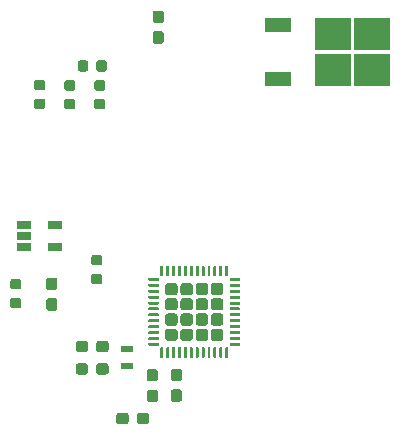
<source format=gbr>
G04 #@! TF.GenerationSoftware,KiCad,Pcbnew,5.1.5*
G04 #@! TF.CreationDate,2020-05-24T16:04:19+02:00*
G04 #@! TF.ProjectId,ATSAML22GA18A_DevBoard,41545341-4d4c-4323-9247-413138415f44,rev?*
G04 #@! TF.SameCoordinates,Original*
G04 #@! TF.FileFunction,Paste,Top*
G04 #@! TF.FilePolarity,Positive*
%FSLAX46Y46*%
G04 Gerber Fmt 4.6, Leading zero omitted, Abs format (unit mm)*
G04 Created by KiCad (PCBNEW 5.1.5) date 2020-05-24 16:04:19*
%MOMM*%
%LPD*%
G04 APERTURE LIST*
%ADD10C,0.100000*%
%ADD11R,1.220000X0.650000*%
%ADD12R,2.200000X1.200000*%
%ADD13R,3.050000X2.750000*%
%ADD14R,1.100000X0.600000*%
G04 APERTURE END LIST*
D10*
G36*
X155708779Y-82562144D02*
G01*
X155731834Y-82565563D01*
X155754443Y-82571227D01*
X155776387Y-82579079D01*
X155797457Y-82589044D01*
X155817448Y-82601026D01*
X155836168Y-82614910D01*
X155853438Y-82630562D01*
X155869090Y-82647832D01*
X155882974Y-82666552D01*
X155894956Y-82686543D01*
X155904921Y-82707613D01*
X155912773Y-82729557D01*
X155918437Y-82752166D01*
X155921856Y-82775221D01*
X155923000Y-82798500D01*
X155923000Y-83373500D01*
X155921856Y-83396779D01*
X155918437Y-83419834D01*
X155912773Y-83442443D01*
X155904921Y-83464387D01*
X155894956Y-83485457D01*
X155882974Y-83505448D01*
X155869090Y-83524168D01*
X155853438Y-83541438D01*
X155836168Y-83557090D01*
X155817448Y-83570974D01*
X155797457Y-83582956D01*
X155776387Y-83592921D01*
X155754443Y-83600773D01*
X155731834Y-83606437D01*
X155708779Y-83609856D01*
X155685500Y-83611000D01*
X155210500Y-83611000D01*
X155187221Y-83609856D01*
X155164166Y-83606437D01*
X155141557Y-83600773D01*
X155119613Y-83592921D01*
X155098543Y-83582956D01*
X155078552Y-83570974D01*
X155059832Y-83557090D01*
X155042562Y-83541438D01*
X155026910Y-83524168D01*
X155013026Y-83505448D01*
X155001044Y-83485457D01*
X154991079Y-83464387D01*
X154983227Y-83442443D01*
X154977563Y-83419834D01*
X154974144Y-83396779D01*
X154973000Y-83373500D01*
X154973000Y-82798500D01*
X154974144Y-82775221D01*
X154977563Y-82752166D01*
X154983227Y-82729557D01*
X154991079Y-82707613D01*
X155001044Y-82686543D01*
X155013026Y-82666552D01*
X155026910Y-82647832D01*
X155042562Y-82630562D01*
X155059832Y-82614910D01*
X155078552Y-82601026D01*
X155098543Y-82589044D01*
X155119613Y-82579079D01*
X155141557Y-82571227D01*
X155164166Y-82565563D01*
X155187221Y-82562144D01*
X155210500Y-82561000D01*
X155685500Y-82561000D01*
X155708779Y-82562144D01*
G37*
G36*
X155708779Y-84312144D02*
G01*
X155731834Y-84315563D01*
X155754443Y-84321227D01*
X155776387Y-84329079D01*
X155797457Y-84339044D01*
X155817448Y-84351026D01*
X155836168Y-84364910D01*
X155853438Y-84380562D01*
X155869090Y-84397832D01*
X155882974Y-84416552D01*
X155894956Y-84436543D01*
X155904921Y-84457613D01*
X155912773Y-84479557D01*
X155918437Y-84502166D01*
X155921856Y-84525221D01*
X155923000Y-84548500D01*
X155923000Y-85123500D01*
X155921856Y-85146779D01*
X155918437Y-85169834D01*
X155912773Y-85192443D01*
X155904921Y-85214387D01*
X155894956Y-85235457D01*
X155882974Y-85255448D01*
X155869090Y-85274168D01*
X155853438Y-85291438D01*
X155836168Y-85307090D01*
X155817448Y-85320974D01*
X155797457Y-85332956D01*
X155776387Y-85342921D01*
X155754443Y-85350773D01*
X155731834Y-85356437D01*
X155708779Y-85359856D01*
X155685500Y-85361000D01*
X155210500Y-85361000D01*
X155187221Y-85359856D01*
X155164166Y-85356437D01*
X155141557Y-85350773D01*
X155119613Y-85342921D01*
X155098543Y-85332956D01*
X155078552Y-85320974D01*
X155059832Y-85307090D01*
X155042562Y-85291438D01*
X155026910Y-85274168D01*
X155013026Y-85255448D01*
X155001044Y-85235457D01*
X154991079Y-85214387D01*
X154983227Y-85192443D01*
X154977563Y-85169834D01*
X154974144Y-85146779D01*
X154973000Y-85123500D01*
X154973000Y-84548500D01*
X154974144Y-84525221D01*
X154977563Y-84502166D01*
X154983227Y-84479557D01*
X154991079Y-84457613D01*
X155001044Y-84436543D01*
X155013026Y-84416552D01*
X155026910Y-84397832D01*
X155042562Y-84380562D01*
X155059832Y-84364910D01*
X155078552Y-84351026D01*
X155098543Y-84339044D01*
X155119613Y-84329079D01*
X155141557Y-84321227D01*
X155164166Y-84315563D01*
X155187221Y-84312144D01*
X155210500Y-84311000D01*
X155685500Y-84311000D01*
X155708779Y-84312144D01*
G37*
G36*
X158298779Y-89823144D02*
G01*
X158321834Y-89826563D01*
X158344443Y-89832227D01*
X158366387Y-89840079D01*
X158387457Y-89850044D01*
X158407448Y-89862026D01*
X158426168Y-89875910D01*
X158443438Y-89891562D01*
X158459090Y-89908832D01*
X158472974Y-89927552D01*
X158484956Y-89947543D01*
X158494921Y-89968613D01*
X158502773Y-89990557D01*
X158508437Y-90013166D01*
X158511856Y-90036221D01*
X158513000Y-90059500D01*
X158513000Y-90534500D01*
X158511856Y-90557779D01*
X158508437Y-90580834D01*
X158502773Y-90603443D01*
X158494921Y-90625387D01*
X158484956Y-90646457D01*
X158472974Y-90666448D01*
X158459090Y-90685168D01*
X158443438Y-90702438D01*
X158426168Y-90718090D01*
X158407448Y-90731974D01*
X158387457Y-90743956D01*
X158366387Y-90753921D01*
X158344443Y-90761773D01*
X158321834Y-90767437D01*
X158298779Y-90770856D01*
X158275500Y-90772000D01*
X157700500Y-90772000D01*
X157677221Y-90770856D01*
X157654166Y-90767437D01*
X157631557Y-90761773D01*
X157609613Y-90753921D01*
X157588543Y-90743956D01*
X157568552Y-90731974D01*
X157549832Y-90718090D01*
X157532562Y-90702438D01*
X157516910Y-90685168D01*
X157503026Y-90666448D01*
X157491044Y-90646457D01*
X157481079Y-90625387D01*
X157473227Y-90603443D01*
X157467563Y-90580834D01*
X157464144Y-90557779D01*
X157463000Y-90534500D01*
X157463000Y-90059500D01*
X157464144Y-90036221D01*
X157467563Y-90013166D01*
X157473227Y-89990557D01*
X157481079Y-89968613D01*
X157491044Y-89947543D01*
X157503026Y-89927552D01*
X157516910Y-89908832D01*
X157532562Y-89891562D01*
X157549832Y-89875910D01*
X157568552Y-89862026D01*
X157588543Y-89850044D01*
X157609613Y-89840079D01*
X157631557Y-89832227D01*
X157654166Y-89826563D01*
X157677221Y-89823144D01*
X157700500Y-89822000D01*
X158275500Y-89822000D01*
X158298779Y-89823144D01*
G37*
G36*
X160048779Y-89823144D02*
G01*
X160071834Y-89826563D01*
X160094443Y-89832227D01*
X160116387Y-89840079D01*
X160137457Y-89850044D01*
X160157448Y-89862026D01*
X160176168Y-89875910D01*
X160193438Y-89891562D01*
X160209090Y-89908832D01*
X160222974Y-89927552D01*
X160234956Y-89947543D01*
X160244921Y-89968613D01*
X160252773Y-89990557D01*
X160258437Y-90013166D01*
X160261856Y-90036221D01*
X160263000Y-90059500D01*
X160263000Y-90534500D01*
X160261856Y-90557779D01*
X160258437Y-90580834D01*
X160252773Y-90603443D01*
X160244921Y-90625387D01*
X160234956Y-90646457D01*
X160222974Y-90666448D01*
X160209090Y-90685168D01*
X160193438Y-90702438D01*
X160176168Y-90718090D01*
X160157448Y-90731974D01*
X160137457Y-90743956D01*
X160116387Y-90753921D01*
X160094443Y-90761773D01*
X160071834Y-90767437D01*
X160048779Y-90770856D01*
X160025500Y-90772000D01*
X159450500Y-90772000D01*
X159427221Y-90770856D01*
X159404166Y-90767437D01*
X159381557Y-90761773D01*
X159359613Y-90753921D01*
X159338543Y-90743956D01*
X159318552Y-90731974D01*
X159299832Y-90718090D01*
X159282562Y-90702438D01*
X159266910Y-90685168D01*
X159253026Y-90666448D01*
X159241044Y-90646457D01*
X159231079Y-90625387D01*
X159223227Y-90603443D01*
X159217563Y-90580834D01*
X159214144Y-90557779D01*
X159213000Y-90534500D01*
X159213000Y-90059500D01*
X159214144Y-90036221D01*
X159217563Y-90013166D01*
X159223227Y-89990557D01*
X159231079Y-89968613D01*
X159241044Y-89947543D01*
X159253026Y-89927552D01*
X159266910Y-89908832D01*
X159282562Y-89891562D01*
X159299832Y-89875910D01*
X159318552Y-89862026D01*
X159338543Y-89850044D01*
X159359613Y-89840079D01*
X159381557Y-89832227D01*
X159404166Y-89826563D01*
X159427221Y-89823144D01*
X159450500Y-89822000D01*
X160025500Y-89822000D01*
X160048779Y-89823144D01*
G37*
G36*
X160048779Y-87918144D02*
G01*
X160071834Y-87921563D01*
X160094443Y-87927227D01*
X160116387Y-87935079D01*
X160137457Y-87945044D01*
X160157448Y-87957026D01*
X160176168Y-87970910D01*
X160193438Y-87986562D01*
X160209090Y-88003832D01*
X160222974Y-88022552D01*
X160234956Y-88042543D01*
X160244921Y-88063613D01*
X160252773Y-88085557D01*
X160258437Y-88108166D01*
X160261856Y-88131221D01*
X160263000Y-88154500D01*
X160263000Y-88629500D01*
X160261856Y-88652779D01*
X160258437Y-88675834D01*
X160252773Y-88698443D01*
X160244921Y-88720387D01*
X160234956Y-88741457D01*
X160222974Y-88761448D01*
X160209090Y-88780168D01*
X160193438Y-88797438D01*
X160176168Y-88813090D01*
X160157448Y-88826974D01*
X160137457Y-88838956D01*
X160116387Y-88848921D01*
X160094443Y-88856773D01*
X160071834Y-88862437D01*
X160048779Y-88865856D01*
X160025500Y-88867000D01*
X159450500Y-88867000D01*
X159427221Y-88865856D01*
X159404166Y-88862437D01*
X159381557Y-88856773D01*
X159359613Y-88848921D01*
X159338543Y-88838956D01*
X159318552Y-88826974D01*
X159299832Y-88813090D01*
X159282562Y-88797438D01*
X159266910Y-88780168D01*
X159253026Y-88761448D01*
X159241044Y-88741457D01*
X159231079Y-88720387D01*
X159223227Y-88698443D01*
X159217563Y-88675834D01*
X159214144Y-88652779D01*
X159213000Y-88629500D01*
X159213000Y-88154500D01*
X159214144Y-88131221D01*
X159217563Y-88108166D01*
X159223227Y-88085557D01*
X159231079Y-88063613D01*
X159241044Y-88042543D01*
X159253026Y-88022552D01*
X159266910Y-88003832D01*
X159282562Y-87986562D01*
X159299832Y-87970910D01*
X159318552Y-87957026D01*
X159338543Y-87945044D01*
X159359613Y-87935079D01*
X159381557Y-87927227D01*
X159404166Y-87921563D01*
X159427221Y-87918144D01*
X159450500Y-87917000D01*
X160025500Y-87917000D01*
X160048779Y-87918144D01*
G37*
G36*
X158298779Y-87918144D02*
G01*
X158321834Y-87921563D01*
X158344443Y-87927227D01*
X158366387Y-87935079D01*
X158387457Y-87945044D01*
X158407448Y-87957026D01*
X158426168Y-87970910D01*
X158443438Y-87986562D01*
X158459090Y-88003832D01*
X158472974Y-88022552D01*
X158484956Y-88042543D01*
X158494921Y-88063613D01*
X158502773Y-88085557D01*
X158508437Y-88108166D01*
X158511856Y-88131221D01*
X158513000Y-88154500D01*
X158513000Y-88629500D01*
X158511856Y-88652779D01*
X158508437Y-88675834D01*
X158502773Y-88698443D01*
X158494921Y-88720387D01*
X158484956Y-88741457D01*
X158472974Y-88761448D01*
X158459090Y-88780168D01*
X158443438Y-88797438D01*
X158426168Y-88813090D01*
X158407448Y-88826974D01*
X158387457Y-88838956D01*
X158366387Y-88848921D01*
X158344443Y-88856773D01*
X158321834Y-88862437D01*
X158298779Y-88865856D01*
X158275500Y-88867000D01*
X157700500Y-88867000D01*
X157677221Y-88865856D01*
X157654166Y-88862437D01*
X157631557Y-88856773D01*
X157609613Y-88848921D01*
X157588543Y-88838956D01*
X157568552Y-88826974D01*
X157549832Y-88813090D01*
X157532562Y-88797438D01*
X157516910Y-88780168D01*
X157503026Y-88761448D01*
X157491044Y-88741457D01*
X157481079Y-88720387D01*
X157473227Y-88698443D01*
X157467563Y-88675834D01*
X157464144Y-88652779D01*
X157463000Y-88629500D01*
X157463000Y-88154500D01*
X157464144Y-88131221D01*
X157467563Y-88108166D01*
X157473227Y-88085557D01*
X157481079Y-88063613D01*
X157491044Y-88042543D01*
X157503026Y-88022552D01*
X157516910Y-88003832D01*
X157532562Y-87986562D01*
X157549832Y-87970910D01*
X157568552Y-87957026D01*
X157588543Y-87945044D01*
X157609613Y-87935079D01*
X157631557Y-87927227D01*
X157654166Y-87921563D01*
X157677221Y-87918144D01*
X157700500Y-87917000D01*
X158275500Y-87917000D01*
X158298779Y-87918144D01*
G37*
G36*
X164217779Y-92059144D02*
G01*
X164240834Y-92062563D01*
X164263443Y-92068227D01*
X164285387Y-92076079D01*
X164306457Y-92086044D01*
X164326448Y-92098026D01*
X164345168Y-92111910D01*
X164362438Y-92127562D01*
X164378090Y-92144832D01*
X164391974Y-92163552D01*
X164403956Y-92183543D01*
X164413921Y-92204613D01*
X164421773Y-92226557D01*
X164427437Y-92249166D01*
X164430856Y-92272221D01*
X164432000Y-92295500D01*
X164432000Y-92870500D01*
X164430856Y-92893779D01*
X164427437Y-92916834D01*
X164421773Y-92939443D01*
X164413921Y-92961387D01*
X164403956Y-92982457D01*
X164391974Y-93002448D01*
X164378090Y-93021168D01*
X164362438Y-93038438D01*
X164345168Y-93054090D01*
X164326448Y-93067974D01*
X164306457Y-93079956D01*
X164285387Y-93089921D01*
X164263443Y-93097773D01*
X164240834Y-93103437D01*
X164217779Y-93106856D01*
X164194500Y-93108000D01*
X163719500Y-93108000D01*
X163696221Y-93106856D01*
X163673166Y-93103437D01*
X163650557Y-93097773D01*
X163628613Y-93089921D01*
X163607543Y-93079956D01*
X163587552Y-93067974D01*
X163568832Y-93054090D01*
X163551562Y-93038438D01*
X163535910Y-93021168D01*
X163522026Y-93002448D01*
X163510044Y-92982457D01*
X163500079Y-92961387D01*
X163492227Y-92939443D01*
X163486563Y-92916834D01*
X163483144Y-92893779D01*
X163482000Y-92870500D01*
X163482000Y-92295500D01*
X163483144Y-92272221D01*
X163486563Y-92249166D01*
X163492227Y-92226557D01*
X163500079Y-92204613D01*
X163510044Y-92183543D01*
X163522026Y-92163552D01*
X163535910Y-92144832D01*
X163551562Y-92127562D01*
X163568832Y-92111910D01*
X163587552Y-92098026D01*
X163607543Y-92086044D01*
X163628613Y-92076079D01*
X163650557Y-92068227D01*
X163673166Y-92062563D01*
X163696221Y-92059144D01*
X163719500Y-92058000D01*
X164194500Y-92058000D01*
X164217779Y-92059144D01*
G37*
G36*
X164217779Y-90309144D02*
G01*
X164240834Y-90312563D01*
X164263443Y-90318227D01*
X164285387Y-90326079D01*
X164306457Y-90336044D01*
X164326448Y-90348026D01*
X164345168Y-90361910D01*
X164362438Y-90377562D01*
X164378090Y-90394832D01*
X164391974Y-90413552D01*
X164403956Y-90433543D01*
X164413921Y-90454613D01*
X164421773Y-90476557D01*
X164427437Y-90499166D01*
X164430856Y-90522221D01*
X164432000Y-90545500D01*
X164432000Y-91120500D01*
X164430856Y-91143779D01*
X164427437Y-91166834D01*
X164421773Y-91189443D01*
X164413921Y-91211387D01*
X164403956Y-91232457D01*
X164391974Y-91252448D01*
X164378090Y-91271168D01*
X164362438Y-91288438D01*
X164345168Y-91304090D01*
X164326448Y-91317974D01*
X164306457Y-91329956D01*
X164285387Y-91339921D01*
X164263443Y-91347773D01*
X164240834Y-91353437D01*
X164217779Y-91356856D01*
X164194500Y-91358000D01*
X163719500Y-91358000D01*
X163696221Y-91356856D01*
X163673166Y-91353437D01*
X163650557Y-91347773D01*
X163628613Y-91339921D01*
X163607543Y-91329956D01*
X163587552Y-91317974D01*
X163568832Y-91304090D01*
X163551562Y-91288438D01*
X163535910Y-91271168D01*
X163522026Y-91252448D01*
X163510044Y-91232457D01*
X163500079Y-91211387D01*
X163492227Y-91189443D01*
X163486563Y-91166834D01*
X163483144Y-91143779D01*
X163482000Y-91120500D01*
X163482000Y-90545500D01*
X163483144Y-90522221D01*
X163486563Y-90499166D01*
X163492227Y-90476557D01*
X163500079Y-90454613D01*
X163510044Y-90433543D01*
X163522026Y-90413552D01*
X163535910Y-90394832D01*
X163551562Y-90377562D01*
X163568832Y-90361910D01*
X163587552Y-90348026D01*
X163607543Y-90336044D01*
X163628613Y-90326079D01*
X163650557Y-90318227D01*
X163673166Y-90312563D01*
X163696221Y-90309144D01*
X163719500Y-90308000D01*
X164194500Y-90308000D01*
X164217779Y-90309144D01*
G37*
G36*
X166249779Y-90281144D02*
G01*
X166272834Y-90284563D01*
X166295443Y-90290227D01*
X166317387Y-90298079D01*
X166338457Y-90308044D01*
X166358448Y-90320026D01*
X166377168Y-90333910D01*
X166394438Y-90349562D01*
X166410090Y-90366832D01*
X166423974Y-90385552D01*
X166435956Y-90405543D01*
X166445921Y-90426613D01*
X166453773Y-90448557D01*
X166459437Y-90471166D01*
X166462856Y-90494221D01*
X166464000Y-90517500D01*
X166464000Y-91092500D01*
X166462856Y-91115779D01*
X166459437Y-91138834D01*
X166453773Y-91161443D01*
X166445921Y-91183387D01*
X166435956Y-91204457D01*
X166423974Y-91224448D01*
X166410090Y-91243168D01*
X166394438Y-91260438D01*
X166377168Y-91276090D01*
X166358448Y-91289974D01*
X166338457Y-91301956D01*
X166317387Y-91311921D01*
X166295443Y-91319773D01*
X166272834Y-91325437D01*
X166249779Y-91328856D01*
X166226500Y-91330000D01*
X165751500Y-91330000D01*
X165728221Y-91328856D01*
X165705166Y-91325437D01*
X165682557Y-91319773D01*
X165660613Y-91311921D01*
X165639543Y-91301956D01*
X165619552Y-91289974D01*
X165600832Y-91276090D01*
X165583562Y-91260438D01*
X165567910Y-91243168D01*
X165554026Y-91224448D01*
X165542044Y-91204457D01*
X165532079Y-91183387D01*
X165524227Y-91161443D01*
X165518563Y-91138834D01*
X165515144Y-91115779D01*
X165514000Y-91092500D01*
X165514000Y-90517500D01*
X165515144Y-90494221D01*
X165518563Y-90471166D01*
X165524227Y-90448557D01*
X165532079Y-90426613D01*
X165542044Y-90405543D01*
X165554026Y-90385552D01*
X165567910Y-90366832D01*
X165583562Y-90349562D01*
X165600832Y-90333910D01*
X165619552Y-90320026D01*
X165639543Y-90308044D01*
X165660613Y-90298079D01*
X165682557Y-90290227D01*
X165705166Y-90284563D01*
X165728221Y-90281144D01*
X165751500Y-90280000D01*
X166226500Y-90280000D01*
X166249779Y-90281144D01*
G37*
G36*
X166249779Y-92031144D02*
G01*
X166272834Y-92034563D01*
X166295443Y-92040227D01*
X166317387Y-92048079D01*
X166338457Y-92058044D01*
X166358448Y-92070026D01*
X166377168Y-92083910D01*
X166394438Y-92099562D01*
X166410090Y-92116832D01*
X166423974Y-92135552D01*
X166435956Y-92155543D01*
X166445921Y-92176613D01*
X166453773Y-92198557D01*
X166459437Y-92221166D01*
X166462856Y-92244221D01*
X166464000Y-92267500D01*
X166464000Y-92842500D01*
X166462856Y-92865779D01*
X166459437Y-92888834D01*
X166453773Y-92911443D01*
X166445921Y-92933387D01*
X166435956Y-92954457D01*
X166423974Y-92974448D01*
X166410090Y-92993168D01*
X166394438Y-93010438D01*
X166377168Y-93026090D01*
X166358448Y-93039974D01*
X166338457Y-93051956D01*
X166317387Y-93061921D01*
X166295443Y-93069773D01*
X166272834Y-93075437D01*
X166249779Y-93078856D01*
X166226500Y-93080000D01*
X165751500Y-93080000D01*
X165728221Y-93078856D01*
X165705166Y-93075437D01*
X165682557Y-93069773D01*
X165660613Y-93061921D01*
X165639543Y-93051956D01*
X165619552Y-93039974D01*
X165600832Y-93026090D01*
X165583562Y-93010438D01*
X165567910Y-92993168D01*
X165554026Y-92974448D01*
X165542044Y-92954457D01*
X165532079Y-92933387D01*
X165524227Y-92911443D01*
X165518563Y-92888834D01*
X165515144Y-92865779D01*
X165514000Y-92842500D01*
X165514000Y-92267500D01*
X165515144Y-92244221D01*
X165518563Y-92221166D01*
X165524227Y-92198557D01*
X165532079Y-92176613D01*
X165542044Y-92155543D01*
X165554026Y-92135552D01*
X165567910Y-92116832D01*
X165583562Y-92099562D01*
X165600832Y-92083910D01*
X165619552Y-92070026D01*
X165639543Y-92058044D01*
X165660613Y-92048079D01*
X165682557Y-92040227D01*
X165705166Y-92034563D01*
X165728221Y-92031144D01*
X165751500Y-92030000D01*
X166226500Y-92030000D01*
X166249779Y-92031144D01*
G37*
G36*
X164725779Y-61706144D02*
G01*
X164748834Y-61709563D01*
X164771443Y-61715227D01*
X164793387Y-61723079D01*
X164814457Y-61733044D01*
X164834448Y-61745026D01*
X164853168Y-61758910D01*
X164870438Y-61774562D01*
X164886090Y-61791832D01*
X164899974Y-61810552D01*
X164911956Y-61830543D01*
X164921921Y-61851613D01*
X164929773Y-61873557D01*
X164935437Y-61896166D01*
X164938856Y-61919221D01*
X164940000Y-61942500D01*
X164940000Y-62517500D01*
X164938856Y-62540779D01*
X164935437Y-62563834D01*
X164929773Y-62586443D01*
X164921921Y-62608387D01*
X164911956Y-62629457D01*
X164899974Y-62649448D01*
X164886090Y-62668168D01*
X164870438Y-62685438D01*
X164853168Y-62701090D01*
X164834448Y-62714974D01*
X164814457Y-62726956D01*
X164793387Y-62736921D01*
X164771443Y-62744773D01*
X164748834Y-62750437D01*
X164725779Y-62753856D01*
X164702500Y-62755000D01*
X164227500Y-62755000D01*
X164204221Y-62753856D01*
X164181166Y-62750437D01*
X164158557Y-62744773D01*
X164136613Y-62736921D01*
X164115543Y-62726956D01*
X164095552Y-62714974D01*
X164076832Y-62701090D01*
X164059562Y-62685438D01*
X164043910Y-62668168D01*
X164030026Y-62649448D01*
X164018044Y-62629457D01*
X164008079Y-62608387D01*
X164000227Y-62586443D01*
X163994563Y-62563834D01*
X163991144Y-62540779D01*
X163990000Y-62517500D01*
X163990000Y-61942500D01*
X163991144Y-61919221D01*
X163994563Y-61896166D01*
X164000227Y-61873557D01*
X164008079Y-61851613D01*
X164018044Y-61830543D01*
X164030026Y-61810552D01*
X164043910Y-61791832D01*
X164059562Y-61774562D01*
X164076832Y-61758910D01*
X164095552Y-61745026D01*
X164115543Y-61733044D01*
X164136613Y-61723079D01*
X164158557Y-61715227D01*
X164181166Y-61709563D01*
X164204221Y-61706144D01*
X164227500Y-61705000D01*
X164702500Y-61705000D01*
X164725779Y-61706144D01*
G37*
G36*
X164725779Y-59956144D02*
G01*
X164748834Y-59959563D01*
X164771443Y-59965227D01*
X164793387Y-59973079D01*
X164814457Y-59983044D01*
X164834448Y-59995026D01*
X164853168Y-60008910D01*
X164870438Y-60024562D01*
X164886090Y-60041832D01*
X164899974Y-60060552D01*
X164911956Y-60080543D01*
X164921921Y-60101613D01*
X164929773Y-60123557D01*
X164935437Y-60146166D01*
X164938856Y-60169221D01*
X164940000Y-60192500D01*
X164940000Y-60767500D01*
X164938856Y-60790779D01*
X164935437Y-60813834D01*
X164929773Y-60836443D01*
X164921921Y-60858387D01*
X164911956Y-60879457D01*
X164899974Y-60899448D01*
X164886090Y-60918168D01*
X164870438Y-60935438D01*
X164853168Y-60951090D01*
X164834448Y-60964974D01*
X164814457Y-60976956D01*
X164793387Y-60986921D01*
X164771443Y-60994773D01*
X164748834Y-61000437D01*
X164725779Y-61003856D01*
X164702500Y-61005000D01*
X164227500Y-61005000D01*
X164204221Y-61003856D01*
X164181166Y-61000437D01*
X164158557Y-60994773D01*
X164136613Y-60986921D01*
X164115543Y-60976956D01*
X164095552Y-60964974D01*
X164076832Y-60951090D01*
X164059562Y-60935438D01*
X164043910Y-60918168D01*
X164030026Y-60899448D01*
X164018044Y-60879457D01*
X164008079Y-60858387D01*
X164000227Y-60836443D01*
X163994563Y-60813834D01*
X163991144Y-60790779D01*
X163990000Y-60767500D01*
X163990000Y-60192500D01*
X163991144Y-60169221D01*
X163994563Y-60146166D01*
X164000227Y-60123557D01*
X164008079Y-60101613D01*
X164018044Y-60080543D01*
X164030026Y-60060552D01*
X164043910Y-60041832D01*
X164059562Y-60024562D01*
X164076832Y-60008910D01*
X164095552Y-59995026D01*
X164115543Y-59983044D01*
X164136613Y-59973079D01*
X164158557Y-59965227D01*
X164181166Y-59959563D01*
X164204221Y-59956144D01*
X164227500Y-59955000D01*
X164702500Y-59955000D01*
X164725779Y-59956144D01*
G37*
G36*
X163491779Y-94014144D02*
G01*
X163514834Y-94017563D01*
X163537443Y-94023227D01*
X163559387Y-94031079D01*
X163580457Y-94041044D01*
X163600448Y-94053026D01*
X163619168Y-94066910D01*
X163636438Y-94082562D01*
X163652090Y-94099832D01*
X163665974Y-94118552D01*
X163677956Y-94138543D01*
X163687921Y-94159613D01*
X163695773Y-94181557D01*
X163701437Y-94204166D01*
X163704856Y-94227221D01*
X163706000Y-94250500D01*
X163706000Y-94725500D01*
X163704856Y-94748779D01*
X163701437Y-94771834D01*
X163695773Y-94794443D01*
X163687921Y-94816387D01*
X163677956Y-94837457D01*
X163665974Y-94857448D01*
X163652090Y-94876168D01*
X163636438Y-94893438D01*
X163619168Y-94909090D01*
X163600448Y-94922974D01*
X163580457Y-94934956D01*
X163559387Y-94944921D01*
X163537443Y-94952773D01*
X163514834Y-94958437D01*
X163491779Y-94961856D01*
X163468500Y-94963000D01*
X162893500Y-94963000D01*
X162870221Y-94961856D01*
X162847166Y-94958437D01*
X162824557Y-94952773D01*
X162802613Y-94944921D01*
X162781543Y-94934956D01*
X162761552Y-94922974D01*
X162742832Y-94909090D01*
X162725562Y-94893438D01*
X162709910Y-94876168D01*
X162696026Y-94857448D01*
X162684044Y-94837457D01*
X162674079Y-94816387D01*
X162666227Y-94794443D01*
X162660563Y-94771834D01*
X162657144Y-94748779D01*
X162656000Y-94725500D01*
X162656000Y-94250500D01*
X162657144Y-94227221D01*
X162660563Y-94204166D01*
X162666227Y-94181557D01*
X162674079Y-94159613D01*
X162684044Y-94138543D01*
X162696026Y-94118552D01*
X162709910Y-94099832D01*
X162725562Y-94082562D01*
X162742832Y-94066910D01*
X162761552Y-94053026D01*
X162781543Y-94041044D01*
X162802613Y-94031079D01*
X162824557Y-94023227D01*
X162847166Y-94017563D01*
X162870221Y-94014144D01*
X162893500Y-94013000D01*
X163468500Y-94013000D01*
X163491779Y-94014144D01*
G37*
G36*
X161741779Y-94014144D02*
G01*
X161764834Y-94017563D01*
X161787443Y-94023227D01*
X161809387Y-94031079D01*
X161830457Y-94041044D01*
X161850448Y-94053026D01*
X161869168Y-94066910D01*
X161886438Y-94082562D01*
X161902090Y-94099832D01*
X161915974Y-94118552D01*
X161927956Y-94138543D01*
X161937921Y-94159613D01*
X161945773Y-94181557D01*
X161951437Y-94204166D01*
X161954856Y-94227221D01*
X161956000Y-94250500D01*
X161956000Y-94725500D01*
X161954856Y-94748779D01*
X161951437Y-94771834D01*
X161945773Y-94794443D01*
X161937921Y-94816387D01*
X161927956Y-94837457D01*
X161915974Y-94857448D01*
X161902090Y-94876168D01*
X161886438Y-94893438D01*
X161869168Y-94909090D01*
X161850448Y-94922974D01*
X161830457Y-94934956D01*
X161809387Y-94944921D01*
X161787443Y-94952773D01*
X161764834Y-94958437D01*
X161741779Y-94961856D01*
X161718500Y-94963000D01*
X161143500Y-94963000D01*
X161120221Y-94961856D01*
X161097166Y-94958437D01*
X161074557Y-94952773D01*
X161052613Y-94944921D01*
X161031543Y-94934956D01*
X161011552Y-94922974D01*
X160992832Y-94909090D01*
X160975562Y-94893438D01*
X160959910Y-94876168D01*
X160946026Y-94857448D01*
X160934044Y-94837457D01*
X160924079Y-94816387D01*
X160916227Y-94794443D01*
X160910563Y-94771834D01*
X160907144Y-94748779D01*
X160906000Y-94725500D01*
X160906000Y-94250500D01*
X160907144Y-94227221D01*
X160910563Y-94204166D01*
X160916227Y-94181557D01*
X160924079Y-94159613D01*
X160934044Y-94138543D01*
X160946026Y-94118552D01*
X160959910Y-94099832D01*
X160975562Y-94082562D01*
X160992832Y-94066910D01*
X161011552Y-94053026D01*
X161031543Y-94041044D01*
X161052613Y-94031079D01*
X161074557Y-94023227D01*
X161097166Y-94017563D01*
X161120221Y-94014144D01*
X161143500Y-94013000D01*
X161718500Y-94013000D01*
X161741779Y-94014144D01*
G37*
G36*
X152677691Y-84272553D02*
G01*
X152698926Y-84275703D01*
X152719750Y-84280919D01*
X152739962Y-84288151D01*
X152759368Y-84297330D01*
X152777781Y-84308366D01*
X152795024Y-84321154D01*
X152810930Y-84335570D01*
X152825346Y-84351476D01*
X152838134Y-84368719D01*
X152849170Y-84387132D01*
X152858349Y-84406538D01*
X152865581Y-84426750D01*
X152870797Y-84447574D01*
X152873947Y-84468809D01*
X152875000Y-84490250D01*
X152875000Y-84927750D01*
X152873947Y-84949191D01*
X152870797Y-84970426D01*
X152865581Y-84991250D01*
X152858349Y-85011462D01*
X152849170Y-85030868D01*
X152838134Y-85049281D01*
X152825346Y-85066524D01*
X152810930Y-85082430D01*
X152795024Y-85096846D01*
X152777781Y-85109634D01*
X152759368Y-85120670D01*
X152739962Y-85129849D01*
X152719750Y-85137081D01*
X152698926Y-85142297D01*
X152677691Y-85145447D01*
X152656250Y-85146500D01*
X152143750Y-85146500D01*
X152122309Y-85145447D01*
X152101074Y-85142297D01*
X152080250Y-85137081D01*
X152060038Y-85129849D01*
X152040632Y-85120670D01*
X152022219Y-85109634D01*
X152004976Y-85096846D01*
X151989070Y-85082430D01*
X151974654Y-85066524D01*
X151961866Y-85049281D01*
X151950830Y-85030868D01*
X151941651Y-85011462D01*
X151934419Y-84991250D01*
X151929203Y-84970426D01*
X151926053Y-84949191D01*
X151925000Y-84927750D01*
X151925000Y-84490250D01*
X151926053Y-84468809D01*
X151929203Y-84447574D01*
X151934419Y-84426750D01*
X151941651Y-84406538D01*
X151950830Y-84387132D01*
X151961866Y-84368719D01*
X151974654Y-84351476D01*
X151989070Y-84335570D01*
X152004976Y-84321154D01*
X152022219Y-84308366D01*
X152040632Y-84297330D01*
X152060038Y-84288151D01*
X152080250Y-84280919D01*
X152101074Y-84275703D01*
X152122309Y-84272553D01*
X152143750Y-84271500D01*
X152656250Y-84271500D01*
X152677691Y-84272553D01*
G37*
G36*
X152677691Y-82697553D02*
G01*
X152698926Y-82700703D01*
X152719750Y-82705919D01*
X152739962Y-82713151D01*
X152759368Y-82722330D01*
X152777781Y-82733366D01*
X152795024Y-82746154D01*
X152810930Y-82760570D01*
X152825346Y-82776476D01*
X152838134Y-82793719D01*
X152849170Y-82812132D01*
X152858349Y-82831538D01*
X152865581Y-82851750D01*
X152870797Y-82872574D01*
X152873947Y-82893809D01*
X152875000Y-82915250D01*
X152875000Y-83352750D01*
X152873947Y-83374191D01*
X152870797Y-83395426D01*
X152865581Y-83416250D01*
X152858349Y-83436462D01*
X152849170Y-83455868D01*
X152838134Y-83474281D01*
X152825346Y-83491524D01*
X152810930Y-83507430D01*
X152795024Y-83521846D01*
X152777781Y-83534634D01*
X152759368Y-83545670D01*
X152739962Y-83554849D01*
X152719750Y-83562081D01*
X152698926Y-83567297D01*
X152677691Y-83570447D01*
X152656250Y-83571500D01*
X152143750Y-83571500D01*
X152122309Y-83570447D01*
X152101074Y-83567297D01*
X152080250Y-83562081D01*
X152060038Y-83554849D01*
X152040632Y-83545670D01*
X152022219Y-83534634D01*
X152004976Y-83521846D01*
X151989070Y-83507430D01*
X151974654Y-83491524D01*
X151961866Y-83474281D01*
X151950830Y-83455868D01*
X151941651Y-83436462D01*
X151934419Y-83416250D01*
X151929203Y-83395426D01*
X151926053Y-83374191D01*
X151925000Y-83352750D01*
X151925000Y-82915250D01*
X151926053Y-82893809D01*
X151929203Y-82872574D01*
X151934419Y-82851750D01*
X151941651Y-82831538D01*
X151950830Y-82812132D01*
X151961866Y-82793719D01*
X151974654Y-82776476D01*
X151989070Y-82760570D01*
X152004976Y-82746154D01*
X152022219Y-82733366D01*
X152040632Y-82722330D01*
X152060038Y-82713151D01*
X152080250Y-82705919D01*
X152101074Y-82700703D01*
X152122309Y-82697553D01*
X152143750Y-82696500D01*
X152656250Y-82696500D01*
X152677691Y-82697553D01*
G37*
G36*
X159535691Y-80665553D02*
G01*
X159556926Y-80668703D01*
X159577750Y-80673919D01*
X159597962Y-80681151D01*
X159617368Y-80690330D01*
X159635781Y-80701366D01*
X159653024Y-80714154D01*
X159668930Y-80728570D01*
X159683346Y-80744476D01*
X159696134Y-80761719D01*
X159707170Y-80780132D01*
X159716349Y-80799538D01*
X159723581Y-80819750D01*
X159728797Y-80840574D01*
X159731947Y-80861809D01*
X159733000Y-80883250D01*
X159733000Y-81320750D01*
X159731947Y-81342191D01*
X159728797Y-81363426D01*
X159723581Y-81384250D01*
X159716349Y-81404462D01*
X159707170Y-81423868D01*
X159696134Y-81442281D01*
X159683346Y-81459524D01*
X159668930Y-81475430D01*
X159653024Y-81489846D01*
X159635781Y-81502634D01*
X159617368Y-81513670D01*
X159597962Y-81522849D01*
X159577750Y-81530081D01*
X159556926Y-81535297D01*
X159535691Y-81538447D01*
X159514250Y-81539500D01*
X159001750Y-81539500D01*
X158980309Y-81538447D01*
X158959074Y-81535297D01*
X158938250Y-81530081D01*
X158918038Y-81522849D01*
X158898632Y-81513670D01*
X158880219Y-81502634D01*
X158862976Y-81489846D01*
X158847070Y-81475430D01*
X158832654Y-81459524D01*
X158819866Y-81442281D01*
X158808830Y-81423868D01*
X158799651Y-81404462D01*
X158792419Y-81384250D01*
X158787203Y-81363426D01*
X158784053Y-81342191D01*
X158783000Y-81320750D01*
X158783000Y-80883250D01*
X158784053Y-80861809D01*
X158787203Y-80840574D01*
X158792419Y-80819750D01*
X158799651Y-80799538D01*
X158808830Y-80780132D01*
X158819866Y-80761719D01*
X158832654Y-80744476D01*
X158847070Y-80728570D01*
X158862976Y-80714154D01*
X158880219Y-80701366D01*
X158898632Y-80690330D01*
X158918038Y-80681151D01*
X158938250Y-80673919D01*
X158959074Y-80668703D01*
X158980309Y-80665553D01*
X159001750Y-80664500D01*
X159514250Y-80664500D01*
X159535691Y-80665553D01*
G37*
G36*
X159535691Y-82240553D02*
G01*
X159556926Y-82243703D01*
X159577750Y-82248919D01*
X159597962Y-82256151D01*
X159617368Y-82265330D01*
X159635781Y-82276366D01*
X159653024Y-82289154D01*
X159668930Y-82303570D01*
X159683346Y-82319476D01*
X159696134Y-82336719D01*
X159707170Y-82355132D01*
X159716349Y-82374538D01*
X159723581Y-82394750D01*
X159728797Y-82415574D01*
X159731947Y-82436809D01*
X159733000Y-82458250D01*
X159733000Y-82895750D01*
X159731947Y-82917191D01*
X159728797Y-82938426D01*
X159723581Y-82959250D01*
X159716349Y-82979462D01*
X159707170Y-82998868D01*
X159696134Y-83017281D01*
X159683346Y-83034524D01*
X159668930Y-83050430D01*
X159653024Y-83064846D01*
X159635781Y-83077634D01*
X159617368Y-83088670D01*
X159597962Y-83097849D01*
X159577750Y-83105081D01*
X159556926Y-83110297D01*
X159535691Y-83113447D01*
X159514250Y-83114500D01*
X159001750Y-83114500D01*
X158980309Y-83113447D01*
X158959074Y-83110297D01*
X158938250Y-83105081D01*
X158918038Y-83097849D01*
X158898632Y-83088670D01*
X158880219Y-83077634D01*
X158862976Y-83064846D01*
X158847070Y-83050430D01*
X158832654Y-83034524D01*
X158819866Y-83017281D01*
X158808830Y-82998868D01*
X158799651Y-82979462D01*
X158792419Y-82959250D01*
X158787203Y-82938426D01*
X158784053Y-82917191D01*
X158783000Y-82895750D01*
X158783000Y-82458250D01*
X158784053Y-82436809D01*
X158787203Y-82415574D01*
X158792419Y-82394750D01*
X158799651Y-82374538D01*
X158808830Y-82355132D01*
X158819866Y-82336719D01*
X158832654Y-82319476D01*
X158847070Y-82303570D01*
X158862976Y-82289154D01*
X158880219Y-82276366D01*
X158898632Y-82265330D01*
X158918038Y-82256151D01*
X158938250Y-82248919D01*
X158959074Y-82243703D01*
X158980309Y-82240553D01*
X159001750Y-82239500D01*
X159514250Y-82239500D01*
X159535691Y-82240553D01*
G37*
G36*
X158329691Y-64169053D02*
G01*
X158350926Y-64172203D01*
X158371750Y-64177419D01*
X158391962Y-64184651D01*
X158411368Y-64193830D01*
X158429781Y-64204866D01*
X158447024Y-64217654D01*
X158462930Y-64232070D01*
X158477346Y-64247976D01*
X158490134Y-64265219D01*
X158501170Y-64283632D01*
X158510349Y-64303038D01*
X158517581Y-64323250D01*
X158522797Y-64344074D01*
X158525947Y-64365309D01*
X158527000Y-64386750D01*
X158527000Y-64899250D01*
X158525947Y-64920691D01*
X158522797Y-64941926D01*
X158517581Y-64962750D01*
X158510349Y-64982962D01*
X158501170Y-65002368D01*
X158490134Y-65020781D01*
X158477346Y-65038024D01*
X158462930Y-65053930D01*
X158447024Y-65068346D01*
X158429781Y-65081134D01*
X158411368Y-65092170D01*
X158391962Y-65101349D01*
X158371750Y-65108581D01*
X158350926Y-65113797D01*
X158329691Y-65116947D01*
X158308250Y-65118000D01*
X157870750Y-65118000D01*
X157849309Y-65116947D01*
X157828074Y-65113797D01*
X157807250Y-65108581D01*
X157787038Y-65101349D01*
X157767632Y-65092170D01*
X157749219Y-65081134D01*
X157731976Y-65068346D01*
X157716070Y-65053930D01*
X157701654Y-65038024D01*
X157688866Y-65020781D01*
X157677830Y-65002368D01*
X157668651Y-64982962D01*
X157661419Y-64962750D01*
X157656203Y-64941926D01*
X157653053Y-64920691D01*
X157652000Y-64899250D01*
X157652000Y-64386750D01*
X157653053Y-64365309D01*
X157656203Y-64344074D01*
X157661419Y-64323250D01*
X157668651Y-64303038D01*
X157677830Y-64283632D01*
X157688866Y-64265219D01*
X157701654Y-64247976D01*
X157716070Y-64232070D01*
X157731976Y-64217654D01*
X157749219Y-64204866D01*
X157767632Y-64193830D01*
X157787038Y-64184651D01*
X157807250Y-64177419D01*
X157828074Y-64172203D01*
X157849309Y-64169053D01*
X157870750Y-64168000D01*
X158308250Y-64168000D01*
X158329691Y-64169053D01*
G37*
G36*
X159904691Y-64169053D02*
G01*
X159925926Y-64172203D01*
X159946750Y-64177419D01*
X159966962Y-64184651D01*
X159986368Y-64193830D01*
X160004781Y-64204866D01*
X160022024Y-64217654D01*
X160037930Y-64232070D01*
X160052346Y-64247976D01*
X160065134Y-64265219D01*
X160076170Y-64283632D01*
X160085349Y-64303038D01*
X160092581Y-64323250D01*
X160097797Y-64344074D01*
X160100947Y-64365309D01*
X160102000Y-64386750D01*
X160102000Y-64899250D01*
X160100947Y-64920691D01*
X160097797Y-64941926D01*
X160092581Y-64962750D01*
X160085349Y-64982962D01*
X160076170Y-65002368D01*
X160065134Y-65020781D01*
X160052346Y-65038024D01*
X160037930Y-65053930D01*
X160022024Y-65068346D01*
X160004781Y-65081134D01*
X159986368Y-65092170D01*
X159966962Y-65101349D01*
X159946750Y-65108581D01*
X159925926Y-65113797D01*
X159904691Y-65116947D01*
X159883250Y-65118000D01*
X159445750Y-65118000D01*
X159424309Y-65116947D01*
X159403074Y-65113797D01*
X159382250Y-65108581D01*
X159362038Y-65101349D01*
X159342632Y-65092170D01*
X159324219Y-65081134D01*
X159306976Y-65068346D01*
X159291070Y-65053930D01*
X159276654Y-65038024D01*
X159263866Y-65020781D01*
X159252830Y-65002368D01*
X159243651Y-64982962D01*
X159236419Y-64962750D01*
X159231203Y-64941926D01*
X159228053Y-64920691D01*
X159227000Y-64899250D01*
X159227000Y-64386750D01*
X159228053Y-64365309D01*
X159231203Y-64344074D01*
X159236419Y-64323250D01*
X159243651Y-64303038D01*
X159252830Y-64283632D01*
X159263866Y-64265219D01*
X159276654Y-64247976D01*
X159291070Y-64232070D01*
X159306976Y-64217654D01*
X159324219Y-64204866D01*
X159342632Y-64193830D01*
X159362038Y-64184651D01*
X159382250Y-64177419D01*
X159403074Y-64172203D01*
X159424309Y-64169053D01*
X159445750Y-64168000D01*
X159883250Y-64168000D01*
X159904691Y-64169053D01*
G37*
G36*
X159789691Y-67432553D02*
G01*
X159810926Y-67435703D01*
X159831750Y-67440919D01*
X159851962Y-67448151D01*
X159871368Y-67457330D01*
X159889781Y-67468366D01*
X159907024Y-67481154D01*
X159922930Y-67495570D01*
X159937346Y-67511476D01*
X159950134Y-67528719D01*
X159961170Y-67547132D01*
X159970349Y-67566538D01*
X159977581Y-67586750D01*
X159982797Y-67607574D01*
X159985947Y-67628809D01*
X159987000Y-67650250D01*
X159987000Y-68087750D01*
X159985947Y-68109191D01*
X159982797Y-68130426D01*
X159977581Y-68151250D01*
X159970349Y-68171462D01*
X159961170Y-68190868D01*
X159950134Y-68209281D01*
X159937346Y-68226524D01*
X159922930Y-68242430D01*
X159907024Y-68256846D01*
X159889781Y-68269634D01*
X159871368Y-68280670D01*
X159851962Y-68289849D01*
X159831750Y-68297081D01*
X159810926Y-68302297D01*
X159789691Y-68305447D01*
X159768250Y-68306500D01*
X159255750Y-68306500D01*
X159234309Y-68305447D01*
X159213074Y-68302297D01*
X159192250Y-68297081D01*
X159172038Y-68289849D01*
X159152632Y-68280670D01*
X159134219Y-68269634D01*
X159116976Y-68256846D01*
X159101070Y-68242430D01*
X159086654Y-68226524D01*
X159073866Y-68209281D01*
X159062830Y-68190868D01*
X159053651Y-68171462D01*
X159046419Y-68151250D01*
X159041203Y-68130426D01*
X159038053Y-68109191D01*
X159037000Y-68087750D01*
X159037000Y-67650250D01*
X159038053Y-67628809D01*
X159041203Y-67607574D01*
X159046419Y-67586750D01*
X159053651Y-67566538D01*
X159062830Y-67547132D01*
X159073866Y-67528719D01*
X159086654Y-67511476D01*
X159101070Y-67495570D01*
X159116976Y-67481154D01*
X159134219Y-67468366D01*
X159152632Y-67457330D01*
X159172038Y-67448151D01*
X159192250Y-67440919D01*
X159213074Y-67435703D01*
X159234309Y-67432553D01*
X159255750Y-67431500D01*
X159768250Y-67431500D01*
X159789691Y-67432553D01*
G37*
G36*
X159789691Y-65857553D02*
G01*
X159810926Y-65860703D01*
X159831750Y-65865919D01*
X159851962Y-65873151D01*
X159871368Y-65882330D01*
X159889781Y-65893366D01*
X159907024Y-65906154D01*
X159922930Y-65920570D01*
X159937346Y-65936476D01*
X159950134Y-65953719D01*
X159961170Y-65972132D01*
X159970349Y-65991538D01*
X159977581Y-66011750D01*
X159982797Y-66032574D01*
X159985947Y-66053809D01*
X159987000Y-66075250D01*
X159987000Y-66512750D01*
X159985947Y-66534191D01*
X159982797Y-66555426D01*
X159977581Y-66576250D01*
X159970349Y-66596462D01*
X159961170Y-66615868D01*
X159950134Y-66634281D01*
X159937346Y-66651524D01*
X159922930Y-66667430D01*
X159907024Y-66681846D01*
X159889781Y-66694634D01*
X159871368Y-66705670D01*
X159851962Y-66714849D01*
X159831750Y-66722081D01*
X159810926Y-66727297D01*
X159789691Y-66730447D01*
X159768250Y-66731500D01*
X159255750Y-66731500D01*
X159234309Y-66730447D01*
X159213074Y-66727297D01*
X159192250Y-66722081D01*
X159172038Y-66714849D01*
X159152632Y-66705670D01*
X159134219Y-66694634D01*
X159116976Y-66681846D01*
X159101070Y-66667430D01*
X159086654Y-66651524D01*
X159073866Y-66634281D01*
X159062830Y-66615868D01*
X159053651Y-66596462D01*
X159046419Y-66576250D01*
X159041203Y-66555426D01*
X159038053Y-66534191D01*
X159037000Y-66512750D01*
X159037000Y-66075250D01*
X159038053Y-66053809D01*
X159041203Y-66032574D01*
X159046419Y-66011750D01*
X159053651Y-65991538D01*
X159062830Y-65972132D01*
X159073866Y-65953719D01*
X159086654Y-65936476D01*
X159101070Y-65920570D01*
X159116976Y-65906154D01*
X159134219Y-65893366D01*
X159152632Y-65882330D01*
X159172038Y-65873151D01*
X159192250Y-65865919D01*
X159213074Y-65860703D01*
X159234309Y-65857553D01*
X159255750Y-65856500D01*
X159768250Y-65856500D01*
X159789691Y-65857553D01*
G37*
G36*
X157249691Y-65857553D02*
G01*
X157270926Y-65860703D01*
X157291750Y-65865919D01*
X157311962Y-65873151D01*
X157331368Y-65882330D01*
X157349781Y-65893366D01*
X157367024Y-65906154D01*
X157382930Y-65920570D01*
X157397346Y-65936476D01*
X157410134Y-65953719D01*
X157421170Y-65972132D01*
X157430349Y-65991538D01*
X157437581Y-66011750D01*
X157442797Y-66032574D01*
X157445947Y-66053809D01*
X157447000Y-66075250D01*
X157447000Y-66512750D01*
X157445947Y-66534191D01*
X157442797Y-66555426D01*
X157437581Y-66576250D01*
X157430349Y-66596462D01*
X157421170Y-66615868D01*
X157410134Y-66634281D01*
X157397346Y-66651524D01*
X157382930Y-66667430D01*
X157367024Y-66681846D01*
X157349781Y-66694634D01*
X157331368Y-66705670D01*
X157311962Y-66714849D01*
X157291750Y-66722081D01*
X157270926Y-66727297D01*
X157249691Y-66730447D01*
X157228250Y-66731500D01*
X156715750Y-66731500D01*
X156694309Y-66730447D01*
X156673074Y-66727297D01*
X156652250Y-66722081D01*
X156632038Y-66714849D01*
X156612632Y-66705670D01*
X156594219Y-66694634D01*
X156576976Y-66681846D01*
X156561070Y-66667430D01*
X156546654Y-66651524D01*
X156533866Y-66634281D01*
X156522830Y-66615868D01*
X156513651Y-66596462D01*
X156506419Y-66576250D01*
X156501203Y-66555426D01*
X156498053Y-66534191D01*
X156497000Y-66512750D01*
X156497000Y-66075250D01*
X156498053Y-66053809D01*
X156501203Y-66032574D01*
X156506419Y-66011750D01*
X156513651Y-65991538D01*
X156522830Y-65972132D01*
X156533866Y-65953719D01*
X156546654Y-65936476D01*
X156561070Y-65920570D01*
X156576976Y-65906154D01*
X156594219Y-65893366D01*
X156612632Y-65882330D01*
X156632038Y-65873151D01*
X156652250Y-65865919D01*
X156673074Y-65860703D01*
X156694309Y-65857553D01*
X156715750Y-65856500D01*
X157228250Y-65856500D01*
X157249691Y-65857553D01*
G37*
G36*
X157249691Y-67432553D02*
G01*
X157270926Y-67435703D01*
X157291750Y-67440919D01*
X157311962Y-67448151D01*
X157331368Y-67457330D01*
X157349781Y-67468366D01*
X157367024Y-67481154D01*
X157382930Y-67495570D01*
X157397346Y-67511476D01*
X157410134Y-67528719D01*
X157421170Y-67547132D01*
X157430349Y-67566538D01*
X157437581Y-67586750D01*
X157442797Y-67607574D01*
X157445947Y-67628809D01*
X157447000Y-67650250D01*
X157447000Y-68087750D01*
X157445947Y-68109191D01*
X157442797Y-68130426D01*
X157437581Y-68151250D01*
X157430349Y-68171462D01*
X157421170Y-68190868D01*
X157410134Y-68209281D01*
X157397346Y-68226524D01*
X157382930Y-68242430D01*
X157367024Y-68256846D01*
X157349781Y-68269634D01*
X157331368Y-68280670D01*
X157311962Y-68289849D01*
X157291750Y-68297081D01*
X157270926Y-68302297D01*
X157249691Y-68305447D01*
X157228250Y-68306500D01*
X156715750Y-68306500D01*
X156694309Y-68305447D01*
X156673074Y-68302297D01*
X156652250Y-68297081D01*
X156632038Y-68289849D01*
X156612632Y-68280670D01*
X156594219Y-68269634D01*
X156576976Y-68256846D01*
X156561070Y-68242430D01*
X156546654Y-68226524D01*
X156533866Y-68209281D01*
X156522830Y-68190868D01*
X156513651Y-68171462D01*
X156506419Y-68151250D01*
X156501203Y-68130426D01*
X156498053Y-68109191D01*
X156497000Y-68087750D01*
X156497000Y-67650250D01*
X156498053Y-67628809D01*
X156501203Y-67607574D01*
X156506419Y-67586750D01*
X156513651Y-67566538D01*
X156522830Y-67547132D01*
X156533866Y-67528719D01*
X156546654Y-67511476D01*
X156561070Y-67495570D01*
X156576976Y-67481154D01*
X156594219Y-67468366D01*
X156612632Y-67457330D01*
X156632038Y-67448151D01*
X156652250Y-67440919D01*
X156673074Y-67435703D01*
X156694309Y-67432553D01*
X156715750Y-67431500D01*
X157228250Y-67431500D01*
X157249691Y-67432553D01*
G37*
G36*
X154709691Y-67407053D02*
G01*
X154730926Y-67410203D01*
X154751750Y-67415419D01*
X154771962Y-67422651D01*
X154791368Y-67431830D01*
X154809781Y-67442866D01*
X154827024Y-67455654D01*
X154842930Y-67470070D01*
X154857346Y-67485976D01*
X154870134Y-67503219D01*
X154881170Y-67521632D01*
X154890349Y-67541038D01*
X154897581Y-67561250D01*
X154902797Y-67582074D01*
X154905947Y-67603309D01*
X154907000Y-67624750D01*
X154907000Y-68062250D01*
X154905947Y-68083691D01*
X154902797Y-68104926D01*
X154897581Y-68125750D01*
X154890349Y-68145962D01*
X154881170Y-68165368D01*
X154870134Y-68183781D01*
X154857346Y-68201024D01*
X154842930Y-68216930D01*
X154827024Y-68231346D01*
X154809781Y-68244134D01*
X154791368Y-68255170D01*
X154771962Y-68264349D01*
X154751750Y-68271581D01*
X154730926Y-68276797D01*
X154709691Y-68279947D01*
X154688250Y-68281000D01*
X154175750Y-68281000D01*
X154154309Y-68279947D01*
X154133074Y-68276797D01*
X154112250Y-68271581D01*
X154092038Y-68264349D01*
X154072632Y-68255170D01*
X154054219Y-68244134D01*
X154036976Y-68231346D01*
X154021070Y-68216930D01*
X154006654Y-68201024D01*
X153993866Y-68183781D01*
X153982830Y-68165368D01*
X153973651Y-68145962D01*
X153966419Y-68125750D01*
X153961203Y-68104926D01*
X153958053Y-68083691D01*
X153957000Y-68062250D01*
X153957000Y-67624750D01*
X153958053Y-67603309D01*
X153961203Y-67582074D01*
X153966419Y-67561250D01*
X153973651Y-67541038D01*
X153982830Y-67521632D01*
X153993866Y-67503219D01*
X154006654Y-67485976D01*
X154021070Y-67470070D01*
X154036976Y-67455654D01*
X154054219Y-67442866D01*
X154072632Y-67431830D01*
X154092038Y-67422651D01*
X154112250Y-67415419D01*
X154133074Y-67410203D01*
X154154309Y-67407053D01*
X154175750Y-67406000D01*
X154688250Y-67406000D01*
X154709691Y-67407053D01*
G37*
G36*
X154709691Y-65832053D02*
G01*
X154730926Y-65835203D01*
X154751750Y-65840419D01*
X154771962Y-65847651D01*
X154791368Y-65856830D01*
X154809781Y-65867866D01*
X154827024Y-65880654D01*
X154842930Y-65895070D01*
X154857346Y-65910976D01*
X154870134Y-65928219D01*
X154881170Y-65946632D01*
X154890349Y-65966038D01*
X154897581Y-65986250D01*
X154902797Y-66007074D01*
X154905947Y-66028309D01*
X154907000Y-66049750D01*
X154907000Y-66487250D01*
X154905947Y-66508691D01*
X154902797Y-66529926D01*
X154897581Y-66550750D01*
X154890349Y-66570962D01*
X154881170Y-66590368D01*
X154870134Y-66608781D01*
X154857346Y-66626024D01*
X154842930Y-66641930D01*
X154827024Y-66656346D01*
X154809781Y-66669134D01*
X154791368Y-66680170D01*
X154771962Y-66689349D01*
X154751750Y-66696581D01*
X154730926Y-66701797D01*
X154709691Y-66704947D01*
X154688250Y-66706000D01*
X154175750Y-66706000D01*
X154154309Y-66704947D01*
X154133074Y-66701797D01*
X154112250Y-66696581D01*
X154092038Y-66689349D01*
X154072632Y-66680170D01*
X154054219Y-66669134D01*
X154036976Y-66656346D01*
X154021070Y-66641930D01*
X154006654Y-66626024D01*
X153993866Y-66608781D01*
X153982830Y-66590368D01*
X153973651Y-66570962D01*
X153966419Y-66550750D01*
X153961203Y-66529926D01*
X153958053Y-66508691D01*
X153957000Y-66487250D01*
X153957000Y-66049750D01*
X153958053Y-66028309D01*
X153961203Y-66007074D01*
X153966419Y-65986250D01*
X153973651Y-65966038D01*
X153982830Y-65946632D01*
X153993866Y-65928219D01*
X154006654Y-65910976D01*
X154021070Y-65895070D01*
X154036976Y-65880654D01*
X154054219Y-65867866D01*
X154072632Y-65856830D01*
X154092038Y-65847651D01*
X154112250Y-65840419D01*
X154133074Y-65835203D01*
X154154309Y-65832053D01*
X154175750Y-65831000D01*
X154688250Y-65831000D01*
X154709691Y-65832053D01*
G37*
G36*
X165872504Y-86887204D02*
G01*
X165896773Y-86890804D01*
X165920571Y-86896765D01*
X165943671Y-86905030D01*
X165965849Y-86915520D01*
X165986893Y-86928133D01*
X166006598Y-86942747D01*
X166024777Y-86959223D01*
X166041253Y-86977402D01*
X166055867Y-86997107D01*
X166068480Y-87018151D01*
X166078970Y-87040329D01*
X166087235Y-87063429D01*
X166093196Y-87087227D01*
X166096796Y-87111496D01*
X166098000Y-87136000D01*
X166098000Y-87676000D01*
X166096796Y-87700504D01*
X166093196Y-87724773D01*
X166087235Y-87748571D01*
X166078970Y-87771671D01*
X166068480Y-87793849D01*
X166055867Y-87814893D01*
X166041253Y-87834598D01*
X166024777Y-87852777D01*
X166006598Y-87869253D01*
X165986893Y-87883867D01*
X165965849Y-87896480D01*
X165943671Y-87906970D01*
X165920571Y-87915235D01*
X165896773Y-87921196D01*
X165872504Y-87924796D01*
X165848000Y-87926000D01*
X165308000Y-87926000D01*
X165283496Y-87924796D01*
X165259227Y-87921196D01*
X165235429Y-87915235D01*
X165212329Y-87906970D01*
X165190151Y-87896480D01*
X165169107Y-87883867D01*
X165149402Y-87869253D01*
X165131223Y-87852777D01*
X165114747Y-87834598D01*
X165100133Y-87814893D01*
X165087520Y-87793849D01*
X165077030Y-87771671D01*
X165068765Y-87748571D01*
X165062804Y-87724773D01*
X165059204Y-87700504D01*
X165058000Y-87676000D01*
X165058000Y-87136000D01*
X165059204Y-87111496D01*
X165062804Y-87087227D01*
X165068765Y-87063429D01*
X165077030Y-87040329D01*
X165087520Y-87018151D01*
X165100133Y-86997107D01*
X165114747Y-86977402D01*
X165131223Y-86959223D01*
X165149402Y-86942747D01*
X165169107Y-86928133D01*
X165190151Y-86915520D01*
X165212329Y-86905030D01*
X165235429Y-86896765D01*
X165259227Y-86890804D01*
X165283496Y-86887204D01*
X165308000Y-86886000D01*
X165848000Y-86886000D01*
X165872504Y-86887204D01*
G37*
G36*
X167162504Y-86887204D02*
G01*
X167186773Y-86890804D01*
X167210571Y-86896765D01*
X167233671Y-86905030D01*
X167255849Y-86915520D01*
X167276893Y-86928133D01*
X167296598Y-86942747D01*
X167314777Y-86959223D01*
X167331253Y-86977402D01*
X167345867Y-86997107D01*
X167358480Y-87018151D01*
X167368970Y-87040329D01*
X167377235Y-87063429D01*
X167383196Y-87087227D01*
X167386796Y-87111496D01*
X167388000Y-87136000D01*
X167388000Y-87676000D01*
X167386796Y-87700504D01*
X167383196Y-87724773D01*
X167377235Y-87748571D01*
X167368970Y-87771671D01*
X167358480Y-87793849D01*
X167345867Y-87814893D01*
X167331253Y-87834598D01*
X167314777Y-87852777D01*
X167296598Y-87869253D01*
X167276893Y-87883867D01*
X167255849Y-87896480D01*
X167233671Y-87906970D01*
X167210571Y-87915235D01*
X167186773Y-87921196D01*
X167162504Y-87924796D01*
X167138000Y-87926000D01*
X166598000Y-87926000D01*
X166573496Y-87924796D01*
X166549227Y-87921196D01*
X166525429Y-87915235D01*
X166502329Y-87906970D01*
X166480151Y-87896480D01*
X166459107Y-87883867D01*
X166439402Y-87869253D01*
X166421223Y-87852777D01*
X166404747Y-87834598D01*
X166390133Y-87814893D01*
X166377520Y-87793849D01*
X166367030Y-87771671D01*
X166358765Y-87748571D01*
X166352804Y-87724773D01*
X166349204Y-87700504D01*
X166348000Y-87676000D01*
X166348000Y-87136000D01*
X166349204Y-87111496D01*
X166352804Y-87087227D01*
X166358765Y-87063429D01*
X166367030Y-87040329D01*
X166377520Y-87018151D01*
X166390133Y-86997107D01*
X166404747Y-86977402D01*
X166421223Y-86959223D01*
X166439402Y-86942747D01*
X166459107Y-86928133D01*
X166480151Y-86915520D01*
X166502329Y-86905030D01*
X166525429Y-86896765D01*
X166549227Y-86890804D01*
X166573496Y-86887204D01*
X166598000Y-86886000D01*
X167138000Y-86886000D01*
X167162504Y-86887204D01*
G37*
G36*
X168452504Y-86887204D02*
G01*
X168476773Y-86890804D01*
X168500571Y-86896765D01*
X168523671Y-86905030D01*
X168545849Y-86915520D01*
X168566893Y-86928133D01*
X168586598Y-86942747D01*
X168604777Y-86959223D01*
X168621253Y-86977402D01*
X168635867Y-86997107D01*
X168648480Y-87018151D01*
X168658970Y-87040329D01*
X168667235Y-87063429D01*
X168673196Y-87087227D01*
X168676796Y-87111496D01*
X168678000Y-87136000D01*
X168678000Y-87676000D01*
X168676796Y-87700504D01*
X168673196Y-87724773D01*
X168667235Y-87748571D01*
X168658970Y-87771671D01*
X168648480Y-87793849D01*
X168635867Y-87814893D01*
X168621253Y-87834598D01*
X168604777Y-87852777D01*
X168586598Y-87869253D01*
X168566893Y-87883867D01*
X168545849Y-87896480D01*
X168523671Y-87906970D01*
X168500571Y-87915235D01*
X168476773Y-87921196D01*
X168452504Y-87924796D01*
X168428000Y-87926000D01*
X167888000Y-87926000D01*
X167863496Y-87924796D01*
X167839227Y-87921196D01*
X167815429Y-87915235D01*
X167792329Y-87906970D01*
X167770151Y-87896480D01*
X167749107Y-87883867D01*
X167729402Y-87869253D01*
X167711223Y-87852777D01*
X167694747Y-87834598D01*
X167680133Y-87814893D01*
X167667520Y-87793849D01*
X167657030Y-87771671D01*
X167648765Y-87748571D01*
X167642804Y-87724773D01*
X167639204Y-87700504D01*
X167638000Y-87676000D01*
X167638000Y-87136000D01*
X167639204Y-87111496D01*
X167642804Y-87087227D01*
X167648765Y-87063429D01*
X167657030Y-87040329D01*
X167667520Y-87018151D01*
X167680133Y-86997107D01*
X167694747Y-86977402D01*
X167711223Y-86959223D01*
X167729402Y-86942747D01*
X167749107Y-86928133D01*
X167770151Y-86915520D01*
X167792329Y-86905030D01*
X167815429Y-86896765D01*
X167839227Y-86890804D01*
X167863496Y-86887204D01*
X167888000Y-86886000D01*
X168428000Y-86886000D01*
X168452504Y-86887204D01*
G37*
G36*
X169742504Y-86887204D02*
G01*
X169766773Y-86890804D01*
X169790571Y-86896765D01*
X169813671Y-86905030D01*
X169835849Y-86915520D01*
X169856893Y-86928133D01*
X169876598Y-86942747D01*
X169894777Y-86959223D01*
X169911253Y-86977402D01*
X169925867Y-86997107D01*
X169938480Y-87018151D01*
X169948970Y-87040329D01*
X169957235Y-87063429D01*
X169963196Y-87087227D01*
X169966796Y-87111496D01*
X169968000Y-87136000D01*
X169968000Y-87676000D01*
X169966796Y-87700504D01*
X169963196Y-87724773D01*
X169957235Y-87748571D01*
X169948970Y-87771671D01*
X169938480Y-87793849D01*
X169925867Y-87814893D01*
X169911253Y-87834598D01*
X169894777Y-87852777D01*
X169876598Y-87869253D01*
X169856893Y-87883867D01*
X169835849Y-87896480D01*
X169813671Y-87906970D01*
X169790571Y-87915235D01*
X169766773Y-87921196D01*
X169742504Y-87924796D01*
X169718000Y-87926000D01*
X169178000Y-87926000D01*
X169153496Y-87924796D01*
X169129227Y-87921196D01*
X169105429Y-87915235D01*
X169082329Y-87906970D01*
X169060151Y-87896480D01*
X169039107Y-87883867D01*
X169019402Y-87869253D01*
X169001223Y-87852777D01*
X168984747Y-87834598D01*
X168970133Y-87814893D01*
X168957520Y-87793849D01*
X168947030Y-87771671D01*
X168938765Y-87748571D01*
X168932804Y-87724773D01*
X168929204Y-87700504D01*
X168928000Y-87676000D01*
X168928000Y-87136000D01*
X168929204Y-87111496D01*
X168932804Y-87087227D01*
X168938765Y-87063429D01*
X168947030Y-87040329D01*
X168957520Y-87018151D01*
X168970133Y-86997107D01*
X168984747Y-86977402D01*
X169001223Y-86959223D01*
X169019402Y-86942747D01*
X169039107Y-86928133D01*
X169060151Y-86915520D01*
X169082329Y-86905030D01*
X169105429Y-86896765D01*
X169129227Y-86890804D01*
X169153496Y-86887204D01*
X169178000Y-86886000D01*
X169718000Y-86886000D01*
X169742504Y-86887204D01*
G37*
G36*
X165872504Y-85597204D02*
G01*
X165896773Y-85600804D01*
X165920571Y-85606765D01*
X165943671Y-85615030D01*
X165965849Y-85625520D01*
X165986893Y-85638133D01*
X166006598Y-85652747D01*
X166024777Y-85669223D01*
X166041253Y-85687402D01*
X166055867Y-85707107D01*
X166068480Y-85728151D01*
X166078970Y-85750329D01*
X166087235Y-85773429D01*
X166093196Y-85797227D01*
X166096796Y-85821496D01*
X166098000Y-85846000D01*
X166098000Y-86386000D01*
X166096796Y-86410504D01*
X166093196Y-86434773D01*
X166087235Y-86458571D01*
X166078970Y-86481671D01*
X166068480Y-86503849D01*
X166055867Y-86524893D01*
X166041253Y-86544598D01*
X166024777Y-86562777D01*
X166006598Y-86579253D01*
X165986893Y-86593867D01*
X165965849Y-86606480D01*
X165943671Y-86616970D01*
X165920571Y-86625235D01*
X165896773Y-86631196D01*
X165872504Y-86634796D01*
X165848000Y-86636000D01*
X165308000Y-86636000D01*
X165283496Y-86634796D01*
X165259227Y-86631196D01*
X165235429Y-86625235D01*
X165212329Y-86616970D01*
X165190151Y-86606480D01*
X165169107Y-86593867D01*
X165149402Y-86579253D01*
X165131223Y-86562777D01*
X165114747Y-86544598D01*
X165100133Y-86524893D01*
X165087520Y-86503849D01*
X165077030Y-86481671D01*
X165068765Y-86458571D01*
X165062804Y-86434773D01*
X165059204Y-86410504D01*
X165058000Y-86386000D01*
X165058000Y-85846000D01*
X165059204Y-85821496D01*
X165062804Y-85797227D01*
X165068765Y-85773429D01*
X165077030Y-85750329D01*
X165087520Y-85728151D01*
X165100133Y-85707107D01*
X165114747Y-85687402D01*
X165131223Y-85669223D01*
X165149402Y-85652747D01*
X165169107Y-85638133D01*
X165190151Y-85625520D01*
X165212329Y-85615030D01*
X165235429Y-85606765D01*
X165259227Y-85600804D01*
X165283496Y-85597204D01*
X165308000Y-85596000D01*
X165848000Y-85596000D01*
X165872504Y-85597204D01*
G37*
G36*
X167162504Y-85597204D02*
G01*
X167186773Y-85600804D01*
X167210571Y-85606765D01*
X167233671Y-85615030D01*
X167255849Y-85625520D01*
X167276893Y-85638133D01*
X167296598Y-85652747D01*
X167314777Y-85669223D01*
X167331253Y-85687402D01*
X167345867Y-85707107D01*
X167358480Y-85728151D01*
X167368970Y-85750329D01*
X167377235Y-85773429D01*
X167383196Y-85797227D01*
X167386796Y-85821496D01*
X167388000Y-85846000D01*
X167388000Y-86386000D01*
X167386796Y-86410504D01*
X167383196Y-86434773D01*
X167377235Y-86458571D01*
X167368970Y-86481671D01*
X167358480Y-86503849D01*
X167345867Y-86524893D01*
X167331253Y-86544598D01*
X167314777Y-86562777D01*
X167296598Y-86579253D01*
X167276893Y-86593867D01*
X167255849Y-86606480D01*
X167233671Y-86616970D01*
X167210571Y-86625235D01*
X167186773Y-86631196D01*
X167162504Y-86634796D01*
X167138000Y-86636000D01*
X166598000Y-86636000D01*
X166573496Y-86634796D01*
X166549227Y-86631196D01*
X166525429Y-86625235D01*
X166502329Y-86616970D01*
X166480151Y-86606480D01*
X166459107Y-86593867D01*
X166439402Y-86579253D01*
X166421223Y-86562777D01*
X166404747Y-86544598D01*
X166390133Y-86524893D01*
X166377520Y-86503849D01*
X166367030Y-86481671D01*
X166358765Y-86458571D01*
X166352804Y-86434773D01*
X166349204Y-86410504D01*
X166348000Y-86386000D01*
X166348000Y-85846000D01*
X166349204Y-85821496D01*
X166352804Y-85797227D01*
X166358765Y-85773429D01*
X166367030Y-85750329D01*
X166377520Y-85728151D01*
X166390133Y-85707107D01*
X166404747Y-85687402D01*
X166421223Y-85669223D01*
X166439402Y-85652747D01*
X166459107Y-85638133D01*
X166480151Y-85625520D01*
X166502329Y-85615030D01*
X166525429Y-85606765D01*
X166549227Y-85600804D01*
X166573496Y-85597204D01*
X166598000Y-85596000D01*
X167138000Y-85596000D01*
X167162504Y-85597204D01*
G37*
G36*
X168452504Y-85597204D02*
G01*
X168476773Y-85600804D01*
X168500571Y-85606765D01*
X168523671Y-85615030D01*
X168545849Y-85625520D01*
X168566893Y-85638133D01*
X168586598Y-85652747D01*
X168604777Y-85669223D01*
X168621253Y-85687402D01*
X168635867Y-85707107D01*
X168648480Y-85728151D01*
X168658970Y-85750329D01*
X168667235Y-85773429D01*
X168673196Y-85797227D01*
X168676796Y-85821496D01*
X168678000Y-85846000D01*
X168678000Y-86386000D01*
X168676796Y-86410504D01*
X168673196Y-86434773D01*
X168667235Y-86458571D01*
X168658970Y-86481671D01*
X168648480Y-86503849D01*
X168635867Y-86524893D01*
X168621253Y-86544598D01*
X168604777Y-86562777D01*
X168586598Y-86579253D01*
X168566893Y-86593867D01*
X168545849Y-86606480D01*
X168523671Y-86616970D01*
X168500571Y-86625235D01*
X168476773Y-86631196D01*
X168452504Y-86634796D01*
X168428000Y-86636000D01*
X167888000Y-86636000D01*
X167863496Y-86634796D01*
X167839227Y-86631196D01*
X167815429Y-86625235D01*
X167792329Y-86616970D01*
X167770151Y-86606480D01*
X167749107Y-86593867D01*
X167729402Y-86579253D01*
X167711223Y-86562777D01*
X167694747Y-86544598D01*
X167680133Y-86524893D01*
X167667520Y-86503849D01*
X167657030Y-86481671D01*
X167648765Y-86458571D01*
X167642804Y-86434773D01*
X167639204Y-86410504D01*
X167638000Y-86386000D01*
X167638000Y-85846000D01*
X167639204Y-85821496D01*
X167642804Y-85797227D01*
X167648765Y-85773429D01*
X167657030Y-85750329D01*
X167667520Y-85728151D01*
X167680133Y-85707107D01*
X167694747Y-85687402D01*
X167711223Y-85669223D01*
X167729402Y-85652747D01*
X167749107Y-85638133D01*
X167770151Y-85625520D01*
X167792329Y-85615030D01*
X167815429Y-85606765D01*
X167839227Y-85600804D01*
X167863496Y-85597204D01*
X167888000Y-85596000D01*
X168428000Y-85596000D01*
X168452504Y-85597204D01*
G37*
G36*
X169742504Y-85597204D02*
G01*
X169766773Y-85600804D01*
X169790571Y-85606765D01*
X169813671Y-85615030D01*
X169835849Y-85625520D01*
X169856893Y-85638133D01*
X169876598Y-85652747D01*
X169894777Y-85669223D01*
X169911253Y-85687402D01*
X169925867Y-85707107D01*
X169938480Y-85728151D01*
X169948970Y-85750329D01*
X169957235Y-85773429D01*
X169963196Y-85797227D01*
X169966796Y-85821496D01*
X169968000Y-85846000D01*
X169968000Y-86386000D01*
X169966796Y-86410504D01*
X169963196Y-86434773D01*
X169957235Y-86458571D01*
X169948970Y-86481671D01*
X169938480Y-86503849D01*
X169925867Y-86524893D01*
X169911253Y-86544598D01*
X169894777Y-86562777D01*
X169876598Y-86579253D01*
X169856893Y-86593867D01*
X169835849Y-86606480D01*
X169813671Y-86616970D01*
X169790571Y-86625235D01*
X169766773Y-86631196D01*
X169742504Y-86634796D01*
X169718000Y-86636000D01*
X169178000Y-86636000D01*
X169153496Y-86634796D01*
X169129227Y-86631196D01*
X169105429Y-86625235D01*
X169082329Y-86616970D01*
X169060151Y-86606480D01*
X169039107Y-86593867D01*
X169019402Y-86579253D01*
X169001223Y-86562777D01*
X168984747Y-86544598D01*
X168970133Y-86524893D01*
X168957520Y-86503849D01*
X168947030Y-86481671D01*
X168938765Y-86458571D01*
X168932804Y-86434773D01*
X168929204Y-86410504D01*
X168928000Y-86386000D01*
X168928000Y-85846000D01*
X168929204Y-85821496D01*
X168932804Y-85797227D01*
X168938765Y-85773429D01*
X168947030Y-85750329D01*
X168957520Y-85728151D01*
X168970133Y-85707107D01*
X168984747Y-85687402D01*
X169001223Y-85669223D01*
X169019402Y-85652747D01*
X169039107Y-85638133D01*
X169060151Y-85625520D01*
X169082329Y-85615030D01*
X169105429Y-85606765D01*
X169129227Y-85600804D01*
X169153496Y-85597204D01*
X169178000Y-85596000D01*
X169718000Y-85596000D01*
X169742504Y-85597204D01*
G37*
G36*
X165872504Y-84307204D02*
G01*
X165896773Y-84310804D01*
X165920571Y-84316765D01*
X165943671Y-84325030D01*
X165965849Y-84335520D01*
X165986893Y-84348133D01*
X166006598Y-84362747D01*
X166024777Y-84379223D01*
X166041253Y-84397402D01*
X166055867Y-84417107D01*
X166068480Y-84438151D01*
X166078970Y-84460329D01*
X166087235Y-84483429D01*
X166093196Y-84507227D01*
X166096796Y-84531496D01*
X166098000Y-84556000D01*
X166098000Y-85096000D01*
X166096796Y-85120504D01*
X166093196Y-85144773D01*
X166087235Y-85168571D01*
X166078970Y-85191671D01*
X166068480Y-85213849D01*
X166055867Y-85234893D01*
X166041253Y-85254598D01*
X166024777Y-85272777D01*
X166006598Y-85289253D01*
X165986893Y-85303867D01*
X165965849Y-85316480D01*
X165943671Y-85326970D01*
X165920571Y-85335235D01*
X165896773Y-85341196D01*
X165872504Y-85344796D01*
X165848000Y-85346000D01*
X165308000Y-85346000D01*
X165283496Y-85344796D01*
X165259227Y-85341196D01*
X165235429Y-85335235D01*
X165212329Y-85326970D01*
X165190151Y-85316480D01*
X165169107Y-85303867D01*
X165149402Y-85289253D01*
X165131223Y-85272777D01*
X165114747Y-85254598D01*
X165100133Y-85234893D01*
X165087520Y-85213849D01*
X165077030Y-85191671D01*
X165068765Y-85168571D01*
X165062804Y-85144773D01*
X165059204Y-85120504D01*
X165058000Y-85096000D01*
X165058000Y-84556000D01*
X165059204Y-84531496D01*
X165062804Y-84507227D01*
X165068765Y-84483429D01*
X165077030Y-84460329D01*
X165087520Y-84438151D01*
X165100133Y-84417107D01*
X165114747Y-84397402D01*
X165131223Y-84379223D01*
X165149402Y-84362747D01*
X165169107Y-84348133D01*
X165190151Y-84335520D01*
X165212329Y-84325030D01*
X165235429Y-84316765D01*
X165259227Y-84310804D01*
X165283496Y-84307204D01*
X165308000Y-84306000D01*
X165848000Y-84306000D01*
X165872504Y-84307204D01*
G37*
G36*
X167162504Y-84307204D02*
G01*
X167186773Y-84310804D01*
X167210571Y-84316765D01*
X167233671Y-84325030D01*
X167255849Y-84335520D01*
X167276893Y-84348133D01*
X167296598Y-84362747D01*
X167314777Y-84379223D01*
X167331253Y-84397402D01*
X167345867Y-84417107D01*
X167358480Y-84438151D01*
X167368970Y-84460329D01*
X167377235Y-84483429D01*
X167383196Y-84507227D01*
X167386796Y-84531496D01*
X167388000Y-84556000D01*
X167388000Y-85096000D01*
X167386796Y-85120504D01*
X167383196Y-85144773D01*
X167377235Y-85168571D01*
X167368970Y-85191671D01*
X167358480Y-85213849D01*
X167345867Y-85234893D01*
X167331253Y-85254598D01*
X167314777Y-85272777D01*
X167296598Y-85289253D01*
X167276893Y-85303867D01*
X167255849Y-85316480D01*
X167233671Y-85326970D01*
X167210571Y-85335235D01*
X167186773Y-85341196D01*
X167162504Y-85344796D01*
X167138000Y-85346000D01*
X166598000Y-85346000D01*
X166573496Y-85344796D01*
X166549227Y-85341196D01*
X166525429Y-85335235D01*
X166502329Y-85326970D01*
X166480151Y-85316480D01*
X166459107Y-85303867D01*
X166439402Y-85289253D01*
X166421223Y-85272777D01*
X166404747Y-85254598D01*
X166390133Y-85234893D01*
X166377520Y-85213849D01*
X166367030Y-85191671D01*
X166358765Y-85168571D01*
X166352804Y-85144773D01*
X166349204Y-85120504D01*
X166348000Y-85096000D01*
X166348000Y-84556000D01*
X166349204Y-84531496D01*
X166352804Y-84507227D01*
X166358765Y-84483429D01*
X166367030Y-84460329D01*
X166377520Y-84438151D01*
X166390133Y-84417107D01*
X166404747Y-84397402D01*
X166421223Y-84379223D01*
X166439402Y-84362747D01*
X166459107Y-84348133D01*
X166480151Y-84335520D01*
X166502329Y-84325030D01*
X166525429Y-84316765D01*
X166549227Y-84310804D01*
X166573496Y-84307204D01*
X166598000Y-84306000D01*
X167138000Y-84306000D01*
X167162504Y-84307204D01*
G37*
G36*
X168452504Y-84307204D02*
G01*
X168476773Y-84310804D01*
X168500571Y-84316765D01*
X168523671Y-84325030D01*
X168545849Y-84335520D01*
X168566893Y-84348133D01*
X168586598Y-84362747D01*
X168604777Y-84379223D01*
X168621253Y-84397402D01*
X168635867Y-84417107D01*
X168648480Y-84438151D01*
X168658970Y-84460329D01*
X168667235Y-84483429D01*
X168673196Y-84507227D01*
X168676796Y-84531496D01*
X168678000Y-84556000D01*
X168678000Y-85096000D01*
X168676796Y-85120504D01*
X168673196Y-85144773D01*
X168667235Y-85168571D01*
X168658970Y-85191671D01*
X168648480Y-85213849D01*
X168635867Y-85234893D01*
X168621253Y-85254598D01*
X168604777Y-85272777D01*
X168586598Y-85289253D01*
X168566893Y-85303867D01*
X168545849Y-85316480D01*
X168523671Y-85326970D01*
X168500571Y-85335235D01*
X168476773Y-85341196D01*
X168452504Y-85344796D01*
X168428000Y-85346000D01*
X167888000Y-85346000D01*
X167863496Y-85344796D01*
X167839227Y-85341196D01*
X167815429Y-85335235D01*
X167792329Y-85326970D01*
X167770151Y-85316480D01*
X167749107Y-85303867D01*
X167729402Y-85289253D01*
X167711223Y-85272777D01*
X167694747Y-85254598D01*
X167680133Y-85234893D01*
X167667520Y-85213849D01*
X167657030Y-85191671D01*
X167648765Y-85168571D01*
X167642804Y-85144773D01*
X167639204Y-85120504D01*
X167638000Y-85096000D01*
X167638000Y-84556000D01*
X167639204Y-84531496D01*
X167642804Y-84507227D01*
X167648765Y-84483429D01*
X167657030Y-84460329D01*
X167667520Y-84438151D01*
X167680133Y-84417107D01*
X167694747Y-84397402D01*
X167711223Y-84379223D01*
X167729402Y-84362747D01*
X167749107Y-84348133D01*
X167770151Y-84335520D01*
X167792329Y-84325030D01*
X167815429Y-84316765D01*
X167839227Y-84310804D01*
X167863496Y-84307204D01*
X167888000Y-84306000D01*
X168428000Y-84306000D01*
X168452504Y-84307204D01*
G37*
G36*
X169742504Y-84307204D02*
G01*
X169766773Y-84310804D01*
X169790571Y-84316765D01*
X169813671Y-84325030D01*
X169835849Y-84335520D01*
X169856893Y-84348133D01*
X169876598Y-84362747D01*
X169894777Y-84379223D01*
X169911253Y-84397402D01*
X169925867Y-84417107D01*
X169938480Y-84438151D01*
X169948970Y-84460329D01*
X169957235Y-84483429D01*
X169963196Y-84507227D01*
X169966796Y-84531496D01*
X169968000Y-84556000D01*
X169968000Y-85096000D01*
X169966796Y-85120504D01*
X169963196Y-85144773D01*
X169957235Y-85168571D01*
X169948970Y-85191671D01*
X169938480Y-85213849D01*
X169925867Y-85234893D01*
X169911253Y-85254598D01*
X169894777Y-85272777D01*
X169876598Y-85289253D01*
X169856893Y-85303867D01*
X169835849Y-85316480D01*
X169813671Y-85326970D01*
X169790571Y-85335235D01*
X169766773Y-85341196D01*
X169742504Y-85344796D01*
X169718000Y-85346000D01*
X169178000Y-85346000D01*
X169153496Y-85344796D01*
X169129227Y-85341196D01*
X169105429Y-85335235D01*
X169082329Y-85326970D01*
X169060151Y-85316480D01*
X169039107Y-85303867D01*
X169019402Y-85289253D01*
X169001223Y-85272777D01*
X168984747Y-85254598D01*
X168970133Y-85234893D01*
X168957520Y-85213849D01*
X168947030Y-85191671D01*
X168938765Y-85168571D01*
X168932804Y-85144773D01*
X168929204Y-85120504D01*
X168928000Y-85096000D01*
X168928000Y-84556000D01*
X168929204Y-84531496D01*
X168932804Y-84507227D01*
X168938765Y-84483429D01*
X168947030Y-84460329D01*
X168957520Y-84438151D01*
X168970133Y-84417107D01*
X168984747Y-84397402D01*
X169001223Y-84379223D01*
X169019402Y-84362747D01*
X169039107Y-84348133D01*
X169060151Y-84335520D01*
X169082329Y-84325030D01*
X169105429Y-84316765D01*
X169129227Y-84310804D01*
X169153496Y-84307204D01*
X169178000Y-84306000D01*
X169718000Y-84306000D01*
X169742504Y-84307204D01*
G37*
G36*
X165872504Y-83017204D02*
G01*
X165896773Y-83020804D01*
X165920571Y-83026765D01*
X165943671Y-83035030D01*
X165965849Y-83045520D01*
X165986893Y-83058133D01*
X166006598Y-83072747D01*
X166024777Y-83089223D01*
X166041253Y-83107402D01*
X166055867Y-83127107D01*
X166068480Y-83148151D01*
X166078970Y-83170329D01*
X166087235Y-83193429D01*
X166093196Y-83217227D01*
X166096796Y-83241496D01*
X166098000Y-83266000D01*
X166098000Y-83806000D01*
X166096796Y-83830504D01*
X166093196Y-83854773D01*
X166087235Y-83878571D01*
X166078970Y-83901671D01*
X166068480Y-83923849D01*
X166055867Y-83944893D01*
X166041253Y-83964598D01*
X166024777Y-83982777D01*
X166006598Y-83999253D01*
X165986893Y-84013867D01*
X165965849Y-84026480D01*
X165943671Y-84036970D01*
X165920571Y-84045235D01*
X165896773Y-84051196D01*
X165872504Y-84054796D01*
X165848000Y-84056000D01*
X165308000Y-84056000D01*
X165283496Y-84054796D01*
X165259227Y-84051196D01*
X165235429Y-84045235D01*
X165212329Y-84036970D01*
X165190151Y-84026480D01*
X165169107Y-84013867D01*
X165149402Y-83999253D01*
X165131223Y-83982777D01*
X165114747Y-83964598D01*
X165100133Y-83944893D01*
X165087520Y-83923849D01*
X165077030Y-83901671D01*
X165068765Y-83878571D01*
X165062804Y-83854773D01*
X165059204Y-83830504D01*
X165058000Y-83806000D01*
X165058000Y-83266000D01*
X165059204Y-83241496D01*
X165062804Y-83217227D01*
X165068765Y-83193429D01*
X165077030Y-83170329D01*
X165087520Y-83148151D01*
X165100133Y-83127107D01*
X165114747Y-83107402D01*
X165131223Y-83089223D01*
X165149402Y-83072747D01*
X165169107Y-83058133D01*
X165190151Y-83045520D01*
X165212329Y-83035030D01*
X165235429Y-83026765D01*
X165259227Y-83020804D01*
X165283496Y-83017204D01*
X165308000Y-83016000D01*
X165848000Y-83016000D01*
X165872504Y-83017204D01*
G37*
G36*
X167162504Y-83017204D02*
G01*
X167186773Y-83020804D01*
X167210571Y-83026765D01*
X167233671Y-83035030D01*
X167255849Y-83045520D01*
X167276893Y-83058133D01*
X167296598Y-83072747D01*
X167314777Y-83089223D01*
X167331253Y-83107402D01*
X167345867Y-83127107D01*
X167358480Y-83148151D01*
X167368970Y-83170329D01*
X167377235Y-83193429D01*
X167383196Y-83217227D01*
X167386796Y-83241496D01*
X167388000Y-83266000D01*
X167388000Y-83806000D01*
X167386796Y-83830504D01*
X167383196Y-83854773D01*
X167377235Y-83878571D01*
X167368970Y-83901671D01*
X167358480Y-83923849D01*
X167345867Y-83944893D01*
X167331253Y-83964598D01*
X167314777Y-83982777D01*
X167296598Y-83999253D01*
X167276893Y-84013867D01*
X167255849Y-84026480D01*
X167233671Y-84036970D01*
X167210571Y-84045235D01*
X167186773Y-84051196D01*
X167162504Y-84054796D01*
X167138000Y-84056000D01*
X166598000Y-84056000D01*
X166573496Y-84054796D01*
X166549227Y-84051196D01*
X166525429Y-84045235D01*
X166502329Y-84036970D01*
X166480151Y-84026480D01*
X166459107Y-84013867D01*
X166439402Y-83999253D01*
X166421223Y-83982777D01*
X166404747Y-83964598D01*
X166390133Y-83944893D01*
X166377520Y-83923849D01*
X166367030Y-83901671D01*
X166358765Y-83878571D01*
X166352804Y-83854773D01*
X166349204Y-83830504D01*
X166348000Y-83806000D01*
X166348000Y-83266000D01*
X166349204Y-83241496D01*
X166352804Y-83217227D01*
X166358765Y-83193429D01*
X166367030Y-83170329D01*
X166377520Y-83148151D01*
X166390133Y-83127107D01*
X166404747Y-83107402D01*
X166421223Y-83089223D01*
X166439402Y-83072747D01*
X166459107Y-83058133D01*
X166480151Y-83045520D01*
X166502329Y-83035030D01*
X166525429Y-83026765D01*
X166549227Y-83020804D01*
X166573496Y-83017204D01*
X166598000Y-83016000D01*
X167138000Y-83016000D01*
X167162504Y-83017204D01*
G37*
G36*
X168452504Y-83017204D02*
G01*
X168476773Y-83020804D01*
X168500571Y-83026765D01*
X168523671Y-83035030D01*
X168545849Y-83045520D01*
X168566893Y-83058133D01*
X168586598Y-83072747D01*
X168604777Y-83089223D01*
X168621253Y-83107402D01*
X168635867Y-83127107D01*
X168648480Y-83148151D01*
X168658970Y-83170329D01*
X168667235Y-83193429D01*
X168673196Y-83217227D01*
X168676796Y-83241496D01*
X168678000Y-83266000D01*
X168678000Y-83806000D01*
X168676796Y-83830504D01*
X168673196Y-83854773D01*
X168667235Y-83878571D01*
X168658970Y-83901671D01*
X168648480Y-83923849D01*
X168635867Y-83944893D01*
X168621253Y-83964598D01*
X168604777Y-83982777D01*
X168586598Y-83999253D01*
X168566893Y-84013867D01*
X168545849Y-84026480D01*
X168523671Y-84036970D01*
X168500571Y-84045235D01*
X168476773Y-84051196D01*
X168452504Y-84054796D01*
X168428000Y-84056000D01*
X167888000Y-84056000D01*
X167863496Y-84054796D01*
X167839227Y-84051196D01*
X167815429Y-84045235D01*
X167792329Y-84036970D01*
X167770151Y-84026480D01*
X167749107Y-84013867D01*
X167729402Y-83999253D01*
X167711223Y-83982777D01*
X167694747Y-83964598D01*
X167680133Y-83944893D01*
X167667520Y-83923849D01*
X167657030Y-83901671D01*
X167648765Y-83878571D01*
X167642804Y-83854773D01*
X167639204Y-83830504D01*
X167638000Y-83806000D01*
X167638000Y-83266000D01*
X167639204Y-83241496D01*
X167642804Y-83217227D01*
X167648765Y-83193429D01*
X167657030Y-83170329D01*
X167667520Y-83148151D01*
X167680133Y-83127107D01*
X167694747Y-83107402D01*
X167711223Y-83089223D01*
X167729402Y-83072747D01*
X167749107Y-83058133D01*
X167770151Y-83045520D01*
X167792329Y-83035030D01*
X167815429Y-83026765D01*
X167839227Y-83020804D01*
X167863496Y-83017204D01*
X167888000Y-83016000D01*
X168428000Y-83016000D01*
X168452504Y-83017204D01*
G37*
G36*
X169742504Y-83017204D02*
G01*
X169766773Y-83020804D01*
X169790571Y-83026765D01*
X169813671Y-83035030D01*
X169835849Y-83045520D01*
X169856893Y-83058133D01*
X169876598Y-83072747D01*
X169894777Y-83089223D01*
X169911253Y-83107402D01*
X169925867Y-83127107D01*
X169938480Y-83148151D01*
X169948970Y-83170329D01*
X169957235Y-83193429D01*
X169963196Y-83217227D01*
X169966796Y-83241496D01*
X169968000Y-83266000D01*
X169968000Y-83806000D01*
X169966796Y-83830504D01*
X169963196Y-83854773D01*
X169957235Y-83878571D01*
X169948970Y-83901671D01*
X169938480Y-83923849D01*
X169925867Y-83944893D01*
X169911253Y-83964598D01*
X169894777Y-83982777D01*
X169876598Y-83999253D01*
X169856893Y-84013867D01*
X169835849Y-84026480D01*
X169813671Y-84036970D01*
X169790571Y-84045235D01*
X169766773Y-84051196D01*
X169742504Y-84054796D01*
X169718000Y-84056000D01*
X169178000Y-84056000D01*
X169153496Y-84054796D01*
X169129227Y-84051196D01*
X169105429Y-84045235D01*
X169082329Y-84036970D01*
X169060151Y-84026480D01*
X169039107Y-84013867D01*
X169019402Y-83999253D01*
X169001223Y-83982777D01*
X168984747Y-83964598D01*
X168970133Y-83944893D01*
X168957520Y-83923849D01*
X168947030Y-83901671D01*
X168938765Y-83878571D01*
X168932804Y-83854773D01*
X168929204Y-83830504D01*
X168928000Y-83806000D01*
X168928000Y-83266000D01*
X168929204Y-83241496D01*
X168932804Y-83217227D01*
X168938765Y-83193429D01*
X168947030Y-83170329D01*
X168957520Y-83148151D01*
X168970133Y-83127107D01*
X168984747Y-83107402D01*
X169001223Y-83089223D01*
X169019402Y-83072747D01*
X169039107Y-83058133D01*
X169060151Y-83045520D01*
X169082329Y-83035030D01*
X169105429Y-83026765D01*
X169129227Y-83020804D01*
X169153496Y-83017204D01*
X169178000Y-83016000D01*
X169718000Y-83016000D01*
X169742504Y-83017204D01*
G37*
G36*
X164831626Y-88471301D02*
G01*
X164837693Y-88472201D01*
X164843643Y-88473691D01*
X164849418Y-88475758D01*
X164854962Y-88478380D01*
X164860223Y-88481533D01*
X164865150Y-88485187D01*
X164869694Y-88489306D01*
X164873813Y-88493850D01*
X164877467Y-88498777D01*
X164880620Y-88504038D01*
X164883242Y-88509582D01*
X164885309Y-88515357D01*
X164886799Y-88521307D01*
X164887699Y-88527374D01*
X164888000Y-88533500D01*
X164888000Y-89283500D01*
X164887699Y-89289626D01*
X164886799Y-89295693D01*
X164885309Y-89301643D01*
X164883242Y-89307418D01*
X164880620Y-89312962D01*
X164877467Y-89318223D01*
X164873813Y-89323150D01*
X164869694Y-89327694D01*
X164865150Y-89331813D01*
X164860223Y-89335467D01*
X164854962Y-89338620D01*
X164849418Y-89341242D01*
X164843643Y-89343309D01*
X164837693Y-89344799D01*
X164831626Y-89345699D01*
X164825500Y-89346000D01*
X164700500Y-89346000D01*
X164694374Y-89345699D01*
X164688307Y-89344799D01*
X164682357Y-89343309D01*
X164676582Y-89341242D01*
X164671038Y-89338620D01*
X164665777Y-89335467D01*
X164660850Y-89331813D01*
X164656306Y-89327694D01*
X164652187Y-89323150D01*
X164648533Y-89318223D01*
X164645380Y-89312962D01*
X164642758Y-89307418D01*
X164640691Y-89301643D01*
X164639201Y-89295693D01*
X164638301Y-89289626D01*
X164638000Y-89283500D01*
X164638000Y-88533500D01*
X164638301Y-88527374D01*
X164639201Y-88521307D01*
X164640691Y-88515357D01*
X164642758Y-88509582D01*
X164645380Y-88504038D01*
X164648533Y-88498777D01*
X164652187Y-88493850D01*
X164656306Y-88489306D01*
X164660850Y-88485187D01*
X164665777Y-88481533D01*
X164671038Y-88478380D01*
X164676582Y-88475758D01*
X164682357Y-88473691D01*
X164688307Y-88472201D01*
X164694374Y-88471301D01*
X164700500Y-88471000D01*
X164825500Y-88471000D01*
X164831626Y-88471301D01*
G37*
G36*
X165331626Y-88471301D02*
G01*
X165337693Y-88472201D01*
X165343643Y-88473691D01*
X165349418Y-88475758D01*
X165354962Y-88478380D01*
X165360223Y-88481533D01*
X165365150Y-88485187D01*
X165369694Y-88489306D01*
X165373813Y-88493850D01*
X165377467Y-88498777D01*
X165380620Y-88504038D01*
X165383242Y-88509582D01*
X165385309Y-88515357D01*
X165386799Y-88521307D01*
X165387699Y-88527374D01*
X165388000Y-88533500D01*
X165388000Y-89283500D01*
X165387699Y-89289626D01*
X165386799Y-89295693D01*
X165385309Y-89301643D01*
X165383242Y-89307418D01*
X165380620Y-89312962D01*
X165377467Y-89318223D01*
X165373813Y-89323150D01*
X165369694Y-89327694D01*
X165365150Y-89331813D01*
X165360223Y-89335467D01*
X165354962Y-89338620D01*
X165349418Y-89341242D01*
X165343643Y-89343309D01*
X165337693Y-89344799D01*
X165331626Y-89345699D01*
X165325500Y-89346000D01*
X165200500Y-89346000D01*
X165194374Y-89345699D01*
X165188307Y-89344799D01*
X165182357Y-89343309D01*
X165176582Y-89341242D01*
X165171038Y-89338620D01*
X165165777Y-89335467D01*
X165160850Y-89331813D01*
X165156306Y-89327694D01*
X165152187Y-89323150D01*
X165148533Y-89318223D01*
X165145380Y-89312962D01*
X165142758Y-89307418D01*
X165140691Y-89301643D01*
X165139201Y-89295693D01*
X165138301Y-89289626D01*
X165138000Y-89283500D01*
X165138000Y-88533500D01*
X165138301Y-88527374D01*
X165139201Y-88521307D01*
X165140691Y-88515357D01*
X165142758Y-88509582D01*
X165145380Y-88504038D01*
X165148533Y-88498777D01*
X165152187Y-88493850D01*
X165156306Y-88489306D01*
X165160850Y-88485187D01*
X165165777Y-88481533D01*
X165171038Y-88478380D01*
X165176582Y-88475758D01*
X165182357Y-88473691D01*
X165188307Y-88472201D01*
X165194374Y-88471301D01*
X165200500Y-88471000D01*
X165325500Y-88471000D01*
X165331626Y-88471301D01*
G37*
G36*
X165831626Y-88471301D02*
G01*
X165837693Y-88472201D01*
X165843643Y-88473691D01*
X165849418Y-88475758D01*
X165854962Y-88478380D01*
X165860223Y-88481533D01*
X165865150Y-88485187D01*
X165869694Y-88489306D01*
X165873813Y-88493850D01*
X165877467Y-88498777D01*
X165880620Y-88504038D01*
X165883242Y-88509582D01*
X165885309Y-88515357D01*
X165886799Y-88521307D01*
X165887699Y-88527374D01*
X165888000Y-88533500D01*
X165888000Y-89283500D01*
X165887699Y-89289626D01*
X165886799Y-89295693D01*
X165885309Y-89301643D01*
X165883242Y-89307418D01*
X165880620Y-89312962D01*
X165877467Y-89318223D01*
X165873813Y-89323150D01*
X165869694Y-89327694D01*
X165865150Y-89331813D01*
X165860223Y-89335467D01*
X165854962Y-89338620D01*
X165849418Y-89341242D01*
X165843643Y-89343309D01*
X165837693Y-89344799D01*
X165831626Y-89345699D01*
X165825500Y-89346000D01*
X165700500Y-89346000D01*
X165694374Y-89345699D01*
X165688307Y-89344799D01*
X165682357Y-89343309D01*
X165676582Y-89341242D01*
X165671038Y-89338620D01*
X165665777Y-89335467D01*
X165660850Y-89331813D01*
X165656306Y-89327694D01*
X165652187Y-89323150D01*
X165648533Y-89318223D01*
X165645380Y-89312962D01*
X165642758Y-89307418D01*
X165640691Y-89301643D01*
X165639201Y-89295693D01*
X165638301Y-89289626D01*
X165638000Y-89283500D01*
X165638000Y-88533500D01*
X165638301Y-88527374D01*
X165639201Y-88521307D01*
X165640691Y-88515357D01*
X165642758Y-88509582D01*
X165645380Y-88504038D01*
X165648533Y-88498777D01*
X165652187Y-88493850D01*
X165656306Y-88489306D01*
X165660850Y-88485187D01*
X165665777Y-88481533D01*
X165671038Y-88478380D01*
X165676582Y-88475758D01*
X165682357Y-88473691D01*
X165688307Y-88472201D01*
X165694374Y-88471301D01*
X165700500Y-88471000D01*
X165825500Y-88471000D01*
X165831626Y-88471301D01*
G37*
G36*
X166331626Y-88471301D02*
G01*
X166337693Y-88472201D01*
X166343643Y-88473691D01*
X166349418Y-88475758D01*
X166354962Y-88478380D01*
X166360223Y-88481533D01*
X166365150Y-88485187D01*
X166369694Y-88489306D01*
X166373813Y-88493850D01*
X166377467Y-88498777D01*
X166380620Y-88504038D01*
X166383242Y-88509582D01*
X166385309Y-88515357D01*
X166386799Y-88521307D01*
X166387699Y-88527374D01*
X166388000Y-88533500D01*
X166388000Y-89283500D01*
X166387699Y-89289626D01*
X166386799Y-89295693D01*
X166385309Y-89301643D01*
X166383242Y-89307418D01*
X166380620Y-89312962D01*
X166377467Y-89318223D01*
X166373813Y-89323150D01*
X166369694Y-89327694D01*
X166365150Y-89331813D01*
X166360223Y-89335467D01*
X166354962Y-89338620D01*
X166349418Y-89341242D01*
X166343643Y-89343309D01*
X166337693Y-89344799D01*
X166331626Y-89345699D01*
X166325500Y-89346000D01*
X166200500Y-89346000D01*
X166194374Y-89345699D01*
X166188307Y-89344799D01*
X166182357Y-89343309D01*
X166176582Y-89341242D01*
X166171038Y-89338620D01*
X166165777Y-89335467D01*
X166160850Y-89331813D01*
X166156306Y-89327694D01*
X166152187Y-89323150D01*
X166148533Y-89318223D01*
X166145380Y-89312962D01*
X166142758Y-89307418D01*
X166140691Y-89301643D01*
X166139201Y-89295693D01*
X166138301Y-89289626D01*
X166138000Y-89283500D01*
X166138000Y-88533500D01*
X166138301Y-88527374D01*
X166139201Y-88521307D01*
X166140691Y-88515357D01*
X166142758Y-88509582D01*
X166145380Y-88504038D01*
X166148533Y-88498777D01*
X166152187Y-88493850D01*
X166156306Y-88489306D01*
X166160850Y-88485187D01*
X166165777Y-88481533D01*
X166171038Y-88478380D01*
X166176582Y-88475758D01*
X166182357Y-88473691D01*
X166188307Y-88472201D01*
X166194374Y-88471301D01*
X166200500Y-88471000D01*
X166325500Y-88471000D01*
X166331626Y-88471301D01*
G37*
G36*
X166831626Y-88471301D02*
G01*
X166837693Y-88472201D01*
X166843643Y-88473691D01*
X166849418Y-88475758D01*
X166854962Y-88478380D01*
X166860223Y-88481533D01*
X166865150Y-88485187D01*
X166869694Y-88489306D01*
X166873813Y-88493850D01*
X166877467Y-88498777D01*
X166880620Y-88504038D01*
X166883242Y-88509582D01*
X166885309Y-88515357D01*
X166886799Y-88521307D01*
X166887699Y-88527374D01*
X166888000Y-88533500D01*
X166888000Y-89283500D01*
X166887699Y-89289626D01*
X166886799Y-89295693D01*
X166885309Y-89301643D01*
X166883242Y-89307418D01*
X166880620Y-89312962D01*
X166877467Y-89318223D01*
X166873813Y-89323150D01*
X166869694Y-89327694D01*
X166865150Y-89331813D01*
X166860223Y-89335467D01*
X166854962Y-89338620D01*
X166849418Y-89341242D01*
X166843643Y-89343309D01*
X166837693Y-89344799D01*
X166831626Y-89345699D01*
X166825500Y-89346000D01*
X166700500Y-89346000D01*
X166694374Y-89345699D01*
X166688307Y-89344799D01*
X166682357Y-89343309D01*
X166676582Y-89341242D01*
X166671038Y-89338620D01*
X166665777Y-89335467D01*
X166660850Y-89331813D01*
X166656306Y-89327694D01*
X166652187Y-89323150D01*
X166648533Y-89318223D01*
X166645380Y-89312962D01*
X166642758Y-89307418D01*
X166640691Y-89301643D01*
X166639201Y-89295693D01*
X166638301Y-89289626D01*
X166638000Y-89283500D01*
X166638000Y-88533500D01*
X166638301Y-88527374D01*
X166639201Y-88521307D01*
X166640691Y-88515357D01*
X166642758Y-88509582D01*
X166645380Y-88504038D01*
X166648533Y-88498777D01*
X166652187Y-88493850D01*
X166656306Y-88489306D01*
X166660850Y-88485187D01*
X166665777Y-88481533D01*
X166671038Y-88478380D01*
X166676582Y-88475758D01*
X166682357Y-88473691D01*
X166688307Y-88472201D01*
X166694374Y-88471301D01*
X166700500Y-88471000D01*
X166825500Y-88471000D01*
X166831626Y-88471301D01*
G37*
G36*
X167331626Y-88471301D02*
G01*
X167337693Y-88472201D01*
X167343643Y-88473691D01*
X167349418Y-88475758D01*
X167354962Y-88478380D01*
X167360223Y-88481533D01*
X167365150Y-88485187D01*
X167369694Y-88489306D01*
X167373813Y-88493850D01*
X167377467Y-88498777D01*
X167380620Y-88504038D01*
X167383242Y-88509582D01*
X167385309Y-88515357D01*
X167386799Y-88521307D01*
X167387699Y-88527374D01*
X167388000Y-88533500D01*
X167388000Y-89283500D01*
X167387699Y-89289626D01*
X167386799Y-89295693D01*
X167385309Y-89301643D01*
X167383242Y-89307418D01*
X167380620Y-89312962D01*
X167377467Y-89318223D01*
X167373813Y-89323150D01*
X167369694Y-89327694D01*
X167365150Y-89331813D01*
X167360223Y-89335467D01*
X167354962Y-89338620D01*
X167349418Y-89341242D01*
X167343643Y-89343309D01*
X167337693Y-89344799D01*
X167331626Y-89345699D01*
X167325500Y-89346000D01*
X167200500Y-89346000D01*
X167194374Y-89345699D01*
X167188307Y-89344799D01*
X167182357Y-89343309D01*
X167176582Y-89341242D01*
X167171038Y-89338620D01*
X167165777Y-89335467D01*
X167160850Y-89331813D01*
X167156306Y-89327694D01*
X167152187Y-89323150D01*
X167148533Y-89318223D01*
X167145380Y-89312962D01*
X167142758Y-89307418D01*
X167140691Y-89301643D01*
X167139201Y-89295693D01*
X167138301Y-89289626D01*
X167138000Y-89283500D01*
X167138000Y-88533500D01*
X167138301Y-88527374D01*
X167139201Y-88521307D01*
X167140691Y-88515357D01*
X167142758Y-88509582D01*
X167145380Y-88504038D01*
X167148533Y-88498777D01*
X167152187Y-88493850D01*
X167156306Y-88489306D01*
X167160850Y-88485187D01*
X167165777Y-88481533D01*
X167171038Y-88478380D01*
X167176582Y-88475758D01*
X167182357Y-88473691D01*
X167188307Y-88472201D01*
X167194374Y-88471301D01*
X167200500Y-88471000D01*
X167325500Y-88471000D01*
X167331626Y-88471301D01*
G37*
G36*
X167831626Y-88471301D02*
G01*
X167837693Y-88472201D01*
X167843643Y-88473691D01*
X167849418Y-88475758D01*
X167854962Y-88478380D01*
X167860223Y-88481533D01*
X167865150Y-88485187D01*
X167869694Y-88489306D01*
X167873813Y-88493850D01*
X167877467Y-88498777D01*
X167880620Y-88504038D01*
X167883242Y-88509582D01*
X167885309Y-88515357D01*
X167886799Y-88521307D01*
X167887699Y-88527374D01*
X167888000Y-88533500D01*
X167888000Y-89283500D01*
X167887699Y-89289626D01*
X167886799Y-89295693D01*
X167885309Y-89301643D01*
X167883242Y-89307418D01*
X167880620Y-89312962D01*
X167877467Y-89318223D01*
X167873813Y-89323150D01*
X167869694Y-89327694D01*
X167865150Y-89331813D01*
X167860223Y-89335467D01*
X167854962Y-89338620D01*
X167849418Y-89341242D01*
X167843643Y-89343309D01*
X167837693Y-89344799D01*
X167831626Y-89345699D01*
X167825500Y-89346000D01*
X167700500Y-89346000D01*
X167694374Y-89345699D01*
X167688307Y-89344799D01*
X167682357Y-89343309D01*
X167676582Y-89341242D01*
X167671038Y-89338620D01*
X167665777Y-89335467D01*
X167660850Y-89331813D01*
X167656306Y-89327694D01*
X167652187Y-89323150D01*
X167648533Y-89318223D01*
X167645380Y-89312962D01*
X167642758Y-89307418D01*
X167640691Y-89301643D01*
X167639201Y-89295693D01*
X167638301Y-89289626D01*
X167638000Y-89283500D01*
X167638000Y-88533500D01*
X167638301Y-88527374D01*
X167639201Y-88521307D01*
X167640691Y-88515357D01*
X167642758Y-88509582D01*
X167645380Y-88504038D01*
X167648533Y-88498777D01*
X167652187Y-88493850D01*
X167656306Y-88489306D01*
X167660850Y-88485187D01*
X167665777Y-88481533D01*
X167671038Y-88478380D01*
X167676582Y-88475758D01*
X167682357Y-88473691D01*
X167688307Y-88472201D01*
X167694374Y-88471301D01*
X167700500Y-88471000D01*
X167825500Y-88471000D01*
X167831626Y-88471301D01*
G37*
G36*
X168331626Y-88471301D02*
G01*
X168337693Y-88472201D01*
X168343643Y-88473691D01*
X168349418Y-88475758D01*
X168354962Y-88478380D01*
X168360223Y-88481533D01*
X168365150Y-88485187D01*
X168369694Y-88489306D01*
X168373813Y-88493850D01*
X168377467Y-88498777D01*
X168380620Y-88504038D01*
X168383242Y-88509582D01*
X168385309Y-88515357D01*
X168386799Y-88521307D01*
X168387699Y-88527374D01*
X168388000Y-88533500D01*
X168388000Y-89283500D01*
X168387699Y-89289626D01*
X168386799Y-89295693D01*
X168385309Y-89301643D01*
X168383242Y-89307418D01*
X168380620Y-89312962D01*
X168377467Y-89318223D01*
X168373813Y-89323150D01*
X168369694Y-89327694D01*
X168365150Y-89331813D01*
X168360223Y-89335467D01*
X168354962Y-89338620D01*
X168349418Y-89341242D01*
X168343643Y-89343309D01*
X168337693Y-89344799D01*
X168331626Y-89345699D01*
X168325500Y-89346000D01*
X168200500Y-89346000D01*
X168194374Y-89345699D01*
X168188307Y-89344799D01*
X168182357Y-89343309D01*
X168176582Y-89341242D01*
X168171038Y-89338620D01*
X168165777Y-89335467D01*
X168160850Y-89331813D01*
X168156306Y-89327694D01*
X168152187Y-89323150D01*
X168148533Y-89318223D01*
X168145380Y-89312962D01*
X168142758Y-89307418D01*
X168140691Y-89301643D01*
X168139201Y-89295693D01*
X168138301Y-89289626D01*
X168138000Y-89283500D01*
X168138000Y-88533500D01*
X168138301Y-88527374D01*
X168139201Y-88521307D01*
X168140691Y-88515357D01*
X168142758Y-88509582D01*
X168145380Y-88504038D01*
X168148533Y-88498777D01*
X168152187Y-88493850D01*
X168156306Y-88489306D01*
X168160850Y-88485187D01*
X168165777Y-88481533D01*
X168171038Y-88478380D01*
X168176582Y-88475758D01*
X168182357Y-88473691D01*
X168188307Y-88472201D01*
X168194374Y-88471301D01*
X168200500Y-88471000D01*
X168325500Y-88471000D01*
X168331626Y-88471301D01*
G37*
G36*
X168831626Y-88471301D02*
G01*
X168837693Y-88472201D01*
X168843643Y-88473691D01*
X168849418Y-88475758D01*
X168854962Y-88478380D01*
X168860223Y-88481533D01*
X168865150Y-88485187D01*
X168869694Y-88489306D01*
X168873813Y-88493850D01*
X168877467Y-88498777D01*
X168880620Y-88504038D01*
X168883242Y-88509582D01*
X168885309Y-88515357D01*
X168886799Y-88521307D01*
X168887699Y-88527374D01*
X168888000Y-88533500D01*
X168888000Y-89283500D01*
X168887699Y-89289626D01*
X168886799Y-89295693D01*
X168885309Y-89301643D01*
X168883242Y-89307418D01*
X168880620Y-89312962D01*
X168877467Y-89318223D01*
X168873813Y-89323150D01*
X168869694Y-89327694D01*
X168865150Y-89331813D01*
X168860223Y-89335467D01*
X168854962Y-89338620D01*
X168849418Y-89341242D01*
X168843643Y-89343309D01*
X168837693Y-89344799D01*
X168831626Y-89345699D01*
X168825500Y-89346000D01*
X168700500Y-89346000D01*
X168694374Y-89345699D01*
X168688307Y-89344799D01*
X168682357Y-89343309D01*
X168676582Y-89341242D01*
X168671038Y-89338620D01*
X168665777Y-89335467D01*
X168660850Y-89331813D01*
X168656306Y-89327694D01*
X168652187Y-89323150D01*
X168648533Y-89318223D01*
X168645380Y-89312962D01*
X168642758Y-89307418D01*
X168640691Y-89301643D01*
X168639201Y-89295693D01*
X168638301Y-89289626D01*
X168638000Y-89283500D01*
X168638000Y-88533500D01*
X168638301Y-88527374D01*
X168639201Y-88521307D01*
X168640691Y-88515357D01*
X168642758Y-88509582D01*
X168645380Y-88504038D01*
X168648533Y-88498777D01*
X168652187Y-88493850D01*
X168656306Y-88489306D01*
X168660850Y-88485187D01*
X168665777Y-88481533D01*
X168671038Y-88478380D01*
X168676582Y-88475758D01*
X168682357Y-88473691D01*
X168688307Y-88472201D01*
X168694374Y-88471301D01*
X168700500Y-88471000D01*
X168825500Y-88471000D01*
X168831626Y-88471301D01*
G37*
G36*
X169331626Y-88471301D02*
G01*
X169337693Y-88472201D01*
X169343643Y-88473691D01*
X169349418Y-88475758D01*
X169354962Y-88478380D01*
X169360223Y-88481533D01*
X169365150Y-88485187D01*
X169369694Y-88489306D01*
X169373813Y-88493850D01*
X169377467Y-88498777D01*
X169380620Y-88504038D01*
X169383242Y-88509582D01*
X169385309Y-88515357D01*
X169386799Y-88521307D01*
X169387699Y-88527374D01*
X169388000Y-88533500D01*
X169388000Y-89283500D01*
X169387699Y-89289626D01*
X169386799Y-89295693D01*
X169385309Y-89301643D01*
X169383242Y-89307418D01*
X169380620Y-89312962D01*
X169377467Y-89318223D01*
X169373813Y-89323150D01*
X169369694Y-89327694D01*
X169365150Y-89331813D01*
X169360223Y-89335467D01*
X169354962Y-89338620D01*
X169349418Y-89341242D01*
X169343643Y-89343309D01*
X169337693Y-89344799D01*
X169331626Y-89345699D01*
X169325500Y-89346000D01*
X169200500Y-89346000D01*
X169194374Y-89345699D01*
X169188307Y-89344799D01*
X169182357Y-89343309D01*
X169176582Y-89341242D01*
X169171038Y-89338620D01*
X169165777Y-89335467D01*
X169160850Y-89331813D01*
X169156306Y-89327694D01*
X169152187Y-89323150D01*
X169148533Y-89318223D01*
X169145380Y-89312962D01*
X169142758Y-89307418D01*
X169140691Y-89301643D01*
X169139201Y-89295693D01*
X169138301Y-89289626D01*
X169138000Y-89283500D01*
X169138000Y-88533500D01*
X169138301Y-88527374D01*
X169139201Y-88521307D01*
X169140691Y-88515357D01*
X169142758Y-88509582D01*
X169145380Y-88504038D01*
X169148533Y-88498777D01*
X169152187Y-88493850D01*
X169156306Y-88489306D01*
X169160850Y-88485187D01*
X169165777Y-88481533D01*
X169171038Y-88478380D01*
X169176582Y-88475758D01*
X169182357Y-88473691D01*
X169188307Y-88472201D01*
X169194374Y-88471301D01*
X169200500Y-88471000D01*
X169325500Y-88471000D01*
X169331626Y-88471301D01*
G37*
G36*
X169831626Y-88471301D02*
G01*
X169837693Y-88472201D01*
X169843643Y-88473691D01*
X169849418Y-88475758D01*
X169854962Y-88478380D01*
X169860223Y-88481533D01*
X169865150Y-88485187D01*
X169869694Y-88489306D01*
X169873813Y-88493850D01*
X169877467Y-88498777D01*
X169880620Y-88504038D01*
X169883242Y-88509582D01*
X169885309Y-88515357D01*
X169886799Y-88521307D01*
X169887699Y-88527374D01*
X169888000Y-88533500D01*
X169888000Y-89283500D01*
X169887699Y-89289626D01*
X169886799Y-89295693D01*
X169885309Y-89301643D01*
X169883242Y-89307418D01*
X169880620Y-89312962D01*
X169877467Y-89318223D01*
X169873813Y-89323150D01*
X169869694Y-89327694D01*
X169865150Y-89331813D01*
X169860223Y-89335467D01*
X169854962Y-89338620D01*
X169849418Y-89341242D01*
X169843643Y-89343309D01*
X169837693Y-89344799D01*
X169831626Y-89345699D01*
X169825500Y-89346000D01*
X169700500Y-89346000D01*
X169694374Y-89345699D01*
X169688307Y-89344799D01*
X169682357Y-89343309D01*
X169676582Y-89341242D01*
X169671038Y-89338620D01*
X169665777Y-89335467D01*
X169660850Y-89331813D01*
X169656306Y-89327694D01*
X169652187Y-89323150D01*
X169648533Y-89318223D01*
X169645380Y-89312962D01*
X169642758Y-89307418D01*
X169640691Y-89301643D01*
X169639201Y-89295693D01*
X169638301Y-89289626D01*
X169638000Y-89283500D01*
X169638000Y-88533500D01*
X169638301Y-88527374D01*
X169639201Y-88521307D01*
X169640691Y-88515357D01*
X169642758Y-88509582D01*
X169645380Y-88504038D01*
X169648533Y-88498777D01*
X169652187Y-88493850D01*
X169656306Y-88489306D01*
X169660850Y-88485187D01*
X169665777Y-88481533D01*
X169671038Y-88478380D01*
X169676582Y-88475758D01*
X169682357Y-88473691D01*
X169688307Y-88472201D01*
X169694374Y-88471301D01*
X169700500Y-88471000D01*
X169825500Y-88471000D01*
X169831626Y-88471301D01*
G37*
G36*
X170331626Y-88471301D02*
G01*
X170337693Y-88472201D01*
X170343643Y-88473691D01*
X170349418Y-88475758D01*
X170354962Y-88478380D01*
X170360223Y-88481533D01*
X170365150Y-88485187D01*
X170369694Y-88489306D01*
X170373813Y-88493850D01*
X170377467Y-88498777D01*
X170380620Y-88504038D01*
X170383242Y-88509582D01*
X170385309Y-88515357D01*
X170386799Y-88521307D01*
X170387699Y-88527374D01*
X170388000Y-88533500D01*
X170388000Y-89283500D01*
X170387699Y-89289626D01*
X170386799Y-89295693D01*
X170385309Y-89301643D01*
X170383242Y-89307418D01*
X170380620Y-89312962D01*
X170377467Y-89318223D01*
X170373813Y-89323150D01*
X170369694Y-89327694D01*
X170365150Y-89331813D01*
X170360223Y-89335467D01*
X170354962Y-89338620D01*
X170349418Y-89341242D01*
X170343643Y-89343309D01*
X170337693Y-89344799D01*
X170331626Y-89345699D01*
X170325500Y-89346000D01*
X170200500Y-89346000D01*
X170194374Y-89345699D01*
X170188307Y-89344799D01*
X170182357Y-89343309D01*
X170176582Y-89341242D01*
X170171038Y-89338620D01*
X170165777Y-89335467D01*
X170160850Y-89331813D01*
X170156306Y-89327694D01*
X170152187Y-89323150D01*
X170148533Y-89318223D01*
X170145380Y-89312962D01*
X170142758Y-89307418D01*
X170140691Y-89301643D01*
X170139201Y-89295693D01*
X170138301Y-89289626D01*
X170138000Y-89283500D01*
X170138000Y-88533500D01*
X170138301Y-88527374D01*
X170139201Y-88521307D01*
X170140691Y-88515357D01*
X170142758Y-88509582D01*
X170145380Y-88504038D01*
X170148533Y-88498777D01*
X170152187Y-88493850D01*
X170156306Y-88489306D01*
X170160850Y-88485187D01*
X170165777Y-88481533D01*
X170171038Y-88478380D01*
X170176582Y-88475758D01*
X170182357Y-88473691D01*
X170188307Y-88472201D01*
X170194374Y-88471301D01*
X170200500Y-88471000D01*
X170325500Y-88471000D01*
X170331626Y-88471301D01*
G37*
G36*
X171331626Y-88096301D02*
G01*
X171337693Y-88097201D01*
X171343643Y-88098691D01*
X171349418Y-88100758D01*
X171354962Y-88103380D01*
X171360223Y-88106533D01*
X171365150Y-88110187D01*
X171369694Y-88114306D01*
X171373813Y-88118850D01*
X171377467Y-88123777D01*
X171380620Y-88129038D01*
X171383242Y-88134582D01*
X171385309Y-88140357D01*
X171386799Y-88146307D01*
X171387699Y-88152374D01*
X171388000Y-88158500D01*
X171388000Y-88283500D01*
X171387699Y-88289626D01*
X171386799Y-88295693D01*
X171385309Y-88301643D01*
X171383242Y-88307418D01*
X171380620Y-88312962D01*
X171377467Y-88318223D01*
X171373813Y-88323150D01*
X171369694Y-88327694D01*
X171365150Y-88331813D01*
X171360223Y-88335467D01*
X171354962Y-88338620D01*
X171349418Y-88341242D01*
X171343643Y-88343309D01*
X171337693Y-88344799D01*
X171331626Y-88345699D01*
X171325500Y-88346000D01*
X170575500Y-88346000D01*
X170569374Y-88345699D01*
X170563307Y-88344799D01*
X170557357Y-88343309D01*
X170551582Y-88341242D01*
X170546038Y-88338620D01*
X170540777Y-88335467D01*
X170535850Y-88331813D01*
X170531306Y-88327694D01*
X170527187Y-88323150D01*
X170523533Y-88318223D01*
X170520380Y-88312962D01*
X170517758Y-88307418D01*
X170515691Y-88301643D01*
X170514201Y-88295693D01*
X170513301Y-88289626D01*
X170513000Y-88283500D01*
X170513000Y-88158500D01*
X170513301Y-88152374D01*
X170514201Y-88146307D01*
X170515691Y-88140357D01*
X170517758Y-88134582D01*
X170520380Y-88129038D01*
X170523533Y-88123777D01*
X170527187Y-88118850D01*
X170531306Y-88114306D01*
X170535850Y-88110187D01*
X170540777Y-88106533D01*
X170546038Y-88103380D01*
X170551582Y-88100758D01*
X170557357Y-88098691D01*
X170563307Y-88097201D01*
X170569374Y-88096301D01*
X170575500Y-88096000D01*
X171325500Y-88096000D01*
X171331626Y-88096301D01*
G37*
G36*
X171331626Y-87596301D02*
G01*
X171337693Y-87597201D01*
X171343643Y-87598691D01*
X171349418Y-87600758D01*
X171354962Y-87603380D01*
X171360223Y-87606533D01*
X171365150Y-87610187D01*
X171369694Y-87614306D01*
X171373813Y-87618850D01*
X171377467Y-87623777D01*
X171380620Y-87629038D01*
X171383242Y-87634582D01*
X171385309Y-87640357D01*
X171386799Y-87646307D01*
X171387699Y-87652374D01*
X171388000Y-87658500D01*
X171388000Y-87783500D01*
X171387699Y-87789626D01*
X171386799Y-87795693D01*
X171385309Y-87801643D01*
X171383242Y-87807418D01*
X171380620Y-87812962D01*
X171377467Y-87818223D01*
X171373813Y-87823150D01*
X171369694Y-87827694D01*
X171365150Y-87831813D01*
X171360223Y-87835467D01*
X171354962Y-87838620D01*
X171349418Y-87841242D01*
X171343643Y-87843309D01*
X171337693Y-87844799D01*
X171331626Y-87845699D01*
X171325500Y-87846000D01*
X170575500Y-87846000D01*
X170569374Y-87845699D01*
X170563307Y-87844799D01*
X170557357Y-87843309D01*
X170551582Y-87841242D01*
X170546038Y-87838620D01*
X170540777Y-87835467D01*
X170535850Y-87831813D01*
X170531306Y-87827694D01*
X170527187Y-87823150D01*
X170523533Y-87818223D01*
X170520380Y-87812962D01*
X170517758Y-87807418D01*
X170515691Y-87801643D01*
X170514201Y-87795693D01*
X170513301Y-87789626D01*
X170513000Y-87783500D01*
X170513000Y-87658500D01*
X170513301Y-87652374D01*
X170514201Y-87646307D01*
X170515691Y-87640357D01*
X170517758Y-87634582D01*
X170520380Y-87629038D01*
X170523533Y-87623777D01*
X170527187Y-87618850D01*
X170531306Y-87614306D01*
X170535850Y-87610187D01*
X170540777Y-87606533D01*
X170546038Y-87603380D01*
X170551582Y-87600758D01*
X170557357Y-87598691D01*
X170563307Y-87597201D01*
X170569374Y-87596301D01*
X170575500Y-87596000D01*
X171325500Y-87596000D01*
X171331626Y-87596301D01*
G37*
G36*
X171331626Y-87096301D02*
G01*
X171337693Y-87097201D01*
X171343643Y-87098691D01*
X171349418Y-87100758D01*
X171354962Y-87103380D01*
X171360223Y-87106533D01*
X171365150Y-87110187D01*
X171369694Y-87114306D01*
X171373813Y-87118850D01*
X171377467Y-87123777D01*
X171380620Y-87129038D01*
X171383242Y-87134582D01*
X171385309Y-87140357D01*
X171386799Y-87146307D01*
X171387699Y-87152374D01*
X171388000Y-87158500D01*
X171388000Y-87283500D01*
X171387699Y-87289626D01*
X171386799Y-87295693D01*
X171385309Y-87301643D01*
X171383242Y-87307418D01*
X171380620Y-87312962D01*
X171377467Y-87318223D01*
X171373813Y-87323150D01*
X171369694Y-87327694D01*
X171365150Y-87331813D01*
X171360223Y-87335467D01*
X171354962Y-87338620D01*
X171349418Y-87341242D01*
X171343643Y-87343309D01*
X171337693Y-87344799D01*
X171331626Y-87345699D01*
X171325500Y-87346000D01*
X170575500Y-87346000D01*
X170569374Y-87345699D01*
X170563307Y-87344799D01*
X170557357Y-87343309D01*
X170551582Y-87341242D01*
X170546038Y-87338620D01*
X170540777Y-87335467D01*
X170535850Y-87331813D01*
X170531306Y-87327694D01*
X170527187Y-87323150D01*
X170523533Y-87318223D01*
X170520380Y-87312962D01*
X170517758Y-87307418D01*
X170515691Y-87301643D01*
X170514201Y-87295693D01*
X170513301Y-87289626D01*
X170513000Y-87283500D01*
X170513000Y-87158500D01*
X170513301Y-87152374D01*
X170514201Y-87146307D01*
X170515691Y-87140357D01*
X170517758Y-87134582D01*
X170520380Y-87129038D01*
X170523533Y-87123777D01*
X170527187Y-87118850D01*
X170531306Y-87114306D01*
X170535850Y-87110187D01*
X170540777Y-87106533D01*
X170546038Y-87103380D01*
X170551582Y-87100758D01*
X170557357Y-87098691D01*
X170563307Y-87097201D01*
X170569374Y-87096301D01*
X170575500Y-87096000D01*
X171325500Y-87096000D01*
X171331626Y-87096301D01*
G37*
G36*
X171331626Y-86596301D02*
G01*
X171337693Y-86597201D01*
X171343643Y-86598691D01*
X171349418Y-86600758D01*
X171354962Y-86603380D01*
X171360223Y-86606533D01*
X171365150Y-86610187D01*
X171369694Y-86614306D01*
X171373813Y-86618850D01*
X171377467Y-86623777D01*
X171380620Y-86629038D01*
X171383242Y-86634582D01*
X171385309Y-86640357D01*
X171386799Y-86646307D01*
X171387699Y-86652374D01*
X171388000Y-86658500D01*
X171388000Y-86783500D01*
X171387699Y-86789626D01*
X171386799Y-86795693D01*
X171385309Y-86801643D01*
X171383242Y-86807418D01*
X171380620Y-86812962D01*
X171377467Y-86818223D01*
X171373813Y-86823150D01*
X171369694Y-86827694D01*
X171365150Y-86831813D01*
X171360223Y-86835467D01*
X171354962Y-86838620D01*
X171349418Y-86841242D01*
X171343643Y-86843309D01*
X171337693Y-86844799D01*
X171331626Y-86845699D01*
X171325500Y-86846000D01*
X170575500Y-86846000D01*
X170569374Y-86845699D01*
X170563307Y-86844799D01*
X170557357Y-86843309D01*
X170551582Y-86841242D01*
X170546038Y-86838620D01*
X170540777Y-86835467D01*
X170535850Y-86831813D01*
X170531306Y-86827694D01*
X170527187Y-86823150D01*
X170523533Y-86818223D01*
X170520380Y-86812962D01*
X170517758Y-86807418D01*
X170515691Y-86801643D01*
X170514201Y-86795693D01*
X170513301Y-86789626D01*
X170513000Y-86783500D01*
X170513000Y-86658500D01*
X170513301Y-86652374D01*
X170514201Y-86646307D01*
X170515691Y-86640357D01*
X170517758Y-86634582D01*
X170520380Y-86629038D01*
X170523533Y-86623777D01*
X170527187Y-86618850D01*
X170531306Y-86614306D01*
X170535850Y-86610187D01*
X170540777Y-86606533D01*
X170546038Y-86603380D01*
X170551582Y-86600758D01*
X170557357Y-86598691D01*
X170563307Y-86597201D01*
X170569374Y-86596301D01*
X170575500Y-86596000D01*
X171325500Y-86596000D01*
X171331626Y-86596301D01*
G37*
G36*
X171331626Y-86096301D02*
G01*
X171337693Y-86097201D01*
X171343643Y-86098691D01*
X171349418Y-86100758D01*
X171354962Y-86103380D01*
X171360223Y-86106533D01*
X171365150Y-86110187D01*
X171369694Y-86114306D01*
X171373813Y-86118850D01*
X171377467Y-86123777D01*
X171380620Y-86129038D01*
X171383242Y-86134582D01*
X171385309Y-86140357D01*
X171386799Y-86146307D01*
X171387699Y-86152374D01*
X171388000Y-86158500D01*
X171388000Y-86283500D01*
X171387699Y-86289626D01*
X171386799Y-86295693D01*
X171385309Y-86301643D01*
X171383242Y-86307418D01*
X171380620Y-86312962D01*
X171377467Y-86318223D01*
X171373813Y-86323150D01*
X171369694Y-86327694D01*
X171365150Y-86331813D01*
X171360223Y-86335467D01*
X171354962Y-86338620D01*
X171349418Y-86341242D01*
X171343643Y-86343309D01*
X171337693Y-86344799D01*
X171331626Y-86345699D01*
X171325500Y-86346000D01*
X170575500Y-86346000D01*
X170569374Y-86345699D01*
X170563307Y-86344799D01*
X170557357Y-86343309D01*
X170551582Y-86341242D01*
X170546038Y-86338620D01*
X170540777Y-86335467D01*
X170535850Y-86331813D01*
X170531306Y-86327694D01*
X170527187Y-86323150D01*
X170523533Y-86318223D01*
X170520380Y-86312962D01*
X170517758Y-86307418D01*
X170515691Y-86301643D01*
X170514201Y-86295693D01*
X170513301Y-86289626D01*
X170513000Y-86283500D01*
X170513000Y-86158500D01*
X170513301Y-86152374D01*
X170514201Y-86146307D01*
X170515691Y-86140357D01*
X170517758Y-86134582D01*
X170520380Y-86129038D01*
X170523533Y-86123777D01*
X170527187Y-86118850D01*
X170531306Y-86114306D01*
X170535850Y-86110187D01*
X170540777Y-86106533D01*
X170546038Y-86103380D01*
X170551582Y-86100758D01*
X170557357Y-86098691D01*
X170563307Y-86097201D01*
X170569374Y-86096301D01*
X170575500Y-86096000D01*
X171325500Y-86096000D01*
X171331626Y-86096301D01*
G37*
G36*
X171331626Y-85596301D02*
G01*
X171337693Y-85597201D01*
X171343643Y-85598691D01*
X171349418Y-85600758D01*
X171354962Y-85603380D01*
X171360223Y-85606533D01*
X171365150Y-85610187D01*
X171369694Y-85614306D01*
X171373813Y-85618850D01*
X171377467Y-85623777D01*
X171380620Y-85629038D01*
X171383242Y-85634582D01*
X171385309Y-85640357D01*
X171386799Y-85646307D01*
X171387699Y-85652374D01*
X171388000Y-85658500D01*
X171388000Y-85783500D01*
X171387699Y-85789626D01*
X171386799Y-85795693D01*
X171385309Y-85801643D01*
X171383242Y-85807418D01*
X171380620Y-85812962D01*
X171377467Y-85818223D01*
X171373813Y-85823150D01*
X171369694Y-85827694D01*
X171365150Y-85831813D01*
X171360223Y-85835467D01*
X171354962Y-85838620D01*
X171349418Y-85841242D01*
X171343643Y-85843309D01*
X171337693Y-85844799D01*
X171331626Y-85845699D01*
X171325500Y-85846000D01*
X170575500Y-85846000D01*
X170569374Y-85845699D01*
X170563307Y-85844799D01*
X170557357Y-85843309D01*
X170551582Y-85841242D01*
X170546038Y-85838620D01*
X170540777Y-85835467D01*
X170535850Y-85831813D01*
X170531306Y-85827694D01*
X170527187Y-85823150D01*
X170523533Y-85818223D01*
X170520380Y-85812962D01*
X170517758Y-85807418D01*
X170515691Y-85801643D01*
X170514201Y-85795693D01*
X170513301Y-85789626D01*
X170513000Y-85783500D01*
X170513000Y-85658500D01*
X170513301Y-85652374D01*
X170514201Y-85646307D01*
X170515691Y-85640357D01*
X170517758Y-85634582D01*
X170520380Y-85629038D01*
X170523533Y-85623777D01*
X170527187Y-85618850D01*
X170531306Y-85614306D01*
X170535850Y-85610187D01*
X170540777Y-85606533D01*
X170546038Y-85603380D01*
X170551582Y-85600758D01*
X170557357Y-85598691D01*
X170563307Y-85597201D01*
X170569374Y-85596301D01*
X170575500Y-85596000D01*
X171325500Y-85596000D01*
X171331626Y-85596301D01*
G37*
G36*
X171331626Y-85096301D02*
G01*
X171337693Y-85097201D01*
X171343643Y-85098691D01*
X171349418Y-85100758D01*
X171354962Y-85103380D01*
X171360223Y-85106533D01*
X171365150Y-85110187D01*
X171369694Y-85114306D01*
X171373813Y-85118850D01*
X171377467Y-85123777D01*
X171380620Y-85129038D01*
X171383242Y-85134582D01*
X171385309Y-85140357D01*
X171386799Y-85146307D01*
X171387699Y-85152374D01*
X171388000Y-85158500D01*
X171388000Y-85283500D01*
X171387699Y-85289626D01*
X171386799Y-85295693D01*
X171385309Y-85301643D01*
X171383242Y-85307418D01*
X171380620Y-85312962D01*
X171377467Y-85318223D01*
X171373813Y-85323150D01*
X171369694Y-85327694D01*
X171365150Y-85331813D01*
X171360223Y-85335467D01*
X171354962Y-85338620D01*
X171349418Y-85341242D01*
X171343643Y-85343309D01*
X171337693Y-85344799D01*
X171331626Y-85345699D01*
X171325500Y-85346000D01*
X170575500Y-85346000D01*
X170569374Y-85345699D01*
X170563307Y-85344799D01*
X170557357Y-85343309D01*
X170551582Y-85341242D01*
X170546038Y-85338620D01*
X170540777Y-85335467D01*
X170535850Y-85331813D01*
X170531306Y-85327694D01*
X170527187Y-85323150D01*
X170523533Y-85318223D01*
X170520380Y-85312962D01*
X170517758Y-85307418D01*
X170515691Y-85301643D01*
X170514201Y-85295693D01*
X170513301Y-85289626D01*
X170513000Y-85283500D01*
X170513000Y-85158500D01*
X170513301Y-85152374D01*
X170514201Y-85146307D01*
X170515691Y-85140357D01*
X170517758Y-85134582D01*
X170520380Y-85129038D01*
X170523533Y-85123777D01*
X170527187Y-85118850D01*
X170531306Y-85114306D01*
X170535850Y-85110187D01*
X170540777Y-85106533D01*
X170546038Y-85103380D01*
X170551582Y-85100758D01*
X170557357Y-85098691D01*
X170563307Y-85097201D01*
X170569374Y-85096301D01*
X170575500Y-85096000D01*
X171325500Y-85096000D01*
X171331626Y-85096301D01*
G37*
G36*
X171331626Y-84596301D02*
G01*
X171337693Y-84597201D01*
X171343643Y-84598691D01*
X171349418Y-84600758D01*
X171354962Y-84603380D01*
X171360223Y-84606533D01*
X171365150Y-84610187D01*
X171369694Y-84614306D01*
X171373813Y-84618850D01*
X171377467Y-84623777D01*
X171380620Y-84629038D01*
X171383242Y-84634582D01*
X171385309Y-84640357D01*
X171386799Y-84646307D01*
X171387699Y-84652374D01*
X171388000Y-84658500D01*
X171388000Y-84783500D01*
X171387699Y-84789626D01*
X171386799Y-84795693D01*
X171385309Y-84801643D01*
X171383242Y-84807418D01*
X171380620Y-84812962D01*
X171377467Y-84818223D01*
X171373813Y-84823150D01*
X171369694Y-84827694D01*
X171365150Y-84831813D01*
X171360223Y-84835467D01*
X171354962Y-84838620D01*
X171349418Y-84841242D01*
X171343643Y-84843309D01*
X171337693Y-84844799D01*
X171331626Y-84845699D01*
X171325500Y-84846000D01*
X170575500Y-84846000D01*
X170569374Y-84845699D01*
X170563307Y-84844799D01*
X170557357Y-84843309D01*
X170551582Y-84841242D01*
X170546038Y-84838620D01*
X170540777Y-84835467D01*
X170535850Y-84831813D01*
X170531306Y-84827694D01*
X170527187Y-84823150D01*
X170523533Y-84818223D01*
X170520380Y-84812962D01*
X170517758Y-84807418D01*
X170515691Y-84801643D01*
X170514201Y-84795693D01*
X170513301Y-84789626D01*
X170513000Y-84783500D01*
X170513000Y-84658500D01*
X170513301Y-84652374D01*
X170514201Y-84646307D01*
X170515691Y-84640357D01*
X170517758Y-84634582D01*
X170520380Y-84629038D01*
X170523533Y-84623777D01*
X170527187Y-84618850D01*
X170531306Y-84614306D01*
X170535850Y-84610187D01*
X170540777Y-84606533D01*
X170546038Y-84603380D01*
X170551582Y-84600758D01*
X170557357Y-84598691D01*
X170563307Y-84597201D01*
X170569374Y-84596301D01*
X170575500Y-84596000D01*
X171325500Y-84596000D01*
X171331626Y-84596301D01*
G37*
G36*
X171331626Y-84096301D02*
G01*
X171337693Y-84097201D01*
X171343643Y-84098691D01*
X171349418Y-84100758D01*
X171354962Y-84103380D01*
X171360223Y-84106533D01*
X171365150Y-84110187D01*
X171369694Y-84114306D01*
X171373813Y-84118850D01*
X171377467Y-84123777D01*
X171380620Y-84129038D01*
X171383242Y-84134582D01*
X171385309Y-84140357D01*
X171386799Y-84146307D01*
X171387699Y-84152374D01*
X171388000Y-84158500D01*
X171388000Y-84283500D01*
X171387699Y-84289626D01*
X171386799Y-84295693D01*
X171385309Y-84301643D01*
X171383242Y-84307418D01*
X171380620Y-84312962D01*
X171377467Y-84318223D01*
X171373813Y-84323150D01*
X171369694Y-84327694D01*
X171365150Y-84331813D01*
X171360223Y-84335467D01*
X171354962Y-84338620D01*
X171349418Y-84341242D01*
X171343643Y-84343309D01*
X171337693Y-84344799D01*
X171331626Y-84345699D01*
X171325500Y-84346000D01*
X170575500Y-84346000D01*
X170569374Y-84345699D01*
X170563307Y-84344799D01*
X170557357Y-84343309D01*
X170551582Y-84341242D01*
X170546038Y-84338620D01*
X170540777Y-84335467D01*
X170535850Y-84331813D01*
X170531306Y-84327694D01*
X170527187Y-84323150D01*
X170523533Y-84318223D01*
X170520380Y-84312962D01*
X170517758Y-84307418D01*
X170515691Y-84301643D01*
X170514201Y-84295693D01*
X170513301Y-84289626D01*
X170513000Y-84283500D01*
X170513000Y-84158500D01*
X170513301Y-84152374D01*
X170514201Y-84146307D01*
X170515691Y-84140357D01*
X170517758Y-84134582D01*
X170520380Y-84129038D01*
X170523533Y-84123777D01*
X170527187Y-84118850D01*
X170531306Y-84114306D01*
X170535850Y-84110187D01*
X170540777Y-84106533D01*
X170546038Y-84103380D01*
X170551582Y-84100758D01*
X170557357Y-84098691D01*
X170563307Y-84097201D01*
X170569374Y-84096301D01*
X170575500Y-84096000D01*
X171325500Y-84096000D01*
X171331626Y-84096301D01*
G37*
G36*
X171331626Y-83596301D02*
G01*
X171337693Y-83597201D01*
X171343643Y-83598691D01*
X171349418Y-83600758D01*
X171354962Y-83603380D01*
X171360223Y-83606533D01*
X171365150Y-83610187D01*
X171369694Y-83614306D01*
X171373813Y-83618850D01*
X171377467Y-83623777D01*
X171380620Y-83629038D01*
X171383242Y-83634582D01*
X171385309Y-83640357D01*
X171386799Y-83646307D01*
X171387699Y-83652374D01*
X171388000Y-83658500D01*
X171388000Y-83783500D01*
X171387699Y-83789626D01*
X171386799Y-83795693D01*
X171385309Y-83801643D01*
X171383242Y-83807418D01*
X171380620Y-83812962D01*
X171377467Y-83818223D01*
X171373813Y-83823150D01*
X171369694Y-83827694D01*
X171365150Y-83831813D01*
X171360223Y-83835467D01*
X171354962Y-83838620D01*
X171349418Y-83841242D01*
X171343643Y-83843309D01*
X171337693Y-83844799D01*
X171331626Y-83845699D01*
X171325500Y-83846000D01*
X170575500Y-83846000D01*
X170569374Y-83845699D01*
X170563307Y-83844799D01*
X170557357Y-83843309D01*
X170551582Y-83841242D01*
X170546038Y-83838620D01*
X170540777Y-83835467D01*
X170535850Y-83831813D01*
X170531306Y-83827694D01*
X170527187Y-83823150D01*
X170523533Y-83818223D01*
X170520380Y-83812962D01*
X170517758Y-83807418D01*
X170515691Y-83801643D01*
X170514201Y-83795693D01*
X170513301Y-83789626D01*
X170513000Y-83783500D01*
X170513000Y-83658500D01*
X170513301Y-83652374D01*
X170514201Y-83646307D01*
X170515691Y-83640357D01*
X170517758Y-83634582D01*
X170520380Y-83629038D01*
X170523533Y-83623777D01*
X170527187Y-83618850D01*
X170531306Y-83614306D01*
X170535850Y-83610187D01*
X170540777Y-83606533D01*
X170546038Y-83603380D01*
X170551582Y-83600758D01*
X170557357Y-83598691D01*
X170563307Y-83597201D01*
X170569374Y-83596301D01*
X170575500Y-83596000D01*
X171325500Y-83596000D01*
X171331626Y-83596301D01*
G37*
G36*
X171331626Y-83096301D02*
G01*
X171337693Y-83097201D01*
X171343643Y-83098691D01*
X171349418Y-83100758D01*
X171354962Y-83103380D01*
X171360223Y-83106533D01*
X171365150Y-83110187D01*
X171369694Y-83114306D01*
X171373813Y-83118850D01*
X171377467Y-83123777D01*
X171380620Y-83129038D01*
X171383242Y-83134582D01*
X171385309Y-83140357D01*
X171386799Y-83146307D01*
X171387699Y-83152374D01*
X171388000Y-83158500D01*
X171388000Y-83283500D01*
X171387699Y-83289626D01*
X171386799Y-83295693D01*
X171385309Y-83301643D01*
X171383242Y-83307418D01*
X171380620Y-83312962D01*
X171377467Y-83318223D01*
X171373813Y-83323150D01*
X171369694Y-83327694D01*
X171365150Y-83331813D01*
X171360223Y-83335467D01*
X171354962Y-83338620D01*
X171349418Y-83341242D01*
X171343643Y-83343309D01*
X171337693Y-83344799D01*
X171331626Y-83345699D01*
X171325500Y-83346000D01*
X170575500Y-83346000D01*
X170569374Y-83345699D01*
X170563307Y-83344799D01*
X170557357Y-83343309D01*
X170551582Y-83341242D01*
X170546038Y-83338620D01*
X170540777Y-83335467D01*
X170535850Y-83331813D01*
X170531306Y-83327694D01*
X170527187Y-83323150D01*
X170523533Y-83318223D01*
X170520380Y-83312962D01*
X170517758Y-83307418D01*
X170515691Y-83301643D01*
X170514201Y-83295693D01*
X170513301Y-83289626D01*
X170513000Y-83283500D01*
X170513000Y-83158500D01*
X170513301Y-83152374D01*
X170514201Y-83146307D01*
X170515691Y-83140357D01*
X170517758Y-83134582D01*
X170520380Y-83129038D01*
X170523533Y-83123777D01*
X170527187Y-83118850D01*
X170531306Y-83114306D01*
X170535850Y-83110187D01*
X170540777Y-83106533D01*
X170546038Y-83103380D01*
X170551582Y-83100758D01*
X170557357Y-83098691D01*
X170563307Y-83097201D01*
X170569374Y-83096301D01*
X170575500Y-83096000D01*
X171325500Y-83096000D01*
X171331626Y-83096301D01*
G37*
G36*
X171331626Y-82596301D02*
G01*
X171337693Y-82597201D01*
X171343643Y-82598691D01*
X171349418Y-82600758D01*
X171354962Y-82603380D01*
X171360223Y-82606533D01*
X171365150Y-82610187D01*
X171369694Y-82614306D01*
X171373813Y-82618850D01*
X171377467Y-82623777D01*
X171380620Y-82629038D01*
X171383242Y-82634582D01*
X171385309Y-82640357D01*
X171386799Y-82646307D01*
X171387699Y-82652374D01*
X171388000Y-82658500D01*
X171388000Y-82783500D01*
X171387699Y-82789626D01*
X171386799Y-82795693D01*
X171385309Y-82801643D01*
X171383242Y-82807418D01*
X171380620Y-82812962D01*
X171377467Y-82818223D01*
X171373813Y-82823150D01*
X171369694Y-82827694D01*
X171365150Y-82831813D01*
X171360223Y-82835467D01*
X171354962Y-82838620D01*
X171349418Y-82841242D01*
X171343643Y-82843309D01*
X171337693Y-82844799D01*
X171331626Y-82845699D01*
X171325500Y-82846000D01*
X170575500Y-82846000D01*
X170569374Y-82845699D01*
X170563307Y-82844799D01*
X170557357Y-82843309D01*
X170551582Y-82841242D01*
X170546038Y-82838620D01*
X170540777Y-82835467D01*
X170535850Y-82831813D01*
X170531306Y-82827694D01*
X170527187Y-82823150D01*
X170523533Y-82818223D01*
X170520380Y-82812962D01*
X170517758Y-82807418D01*
X170515691Y-82801643D01*
X170514201Y-82795693D01*
X170513301Y-82789626D01*
X170513000Y-82783500D01*
X170513000Y-82658500D01*
X170513301Y-82652374D01*
X170514201Y-82646307D01*
X170515691Y-82640357D01*
X170517758Y-82634582D01*
X170520380Y-82629038D01*
X170523533Y-82623777D01*
X170527187Y-82618850D01*
X170531306Y-82614306D01*
X170535850Y-82610187D01*
X170540777Y-82606533D01*
X170546038Y-82603380D01*
X170551582Y-82600758D01*
X170557357Y-82598691D01*
X170563307Y-82597201D01*
X170569374Y-82596301D01*
X170575500Y-82596000D01*
X171325500Y-82596000D01*
X171331626Y-82596301D01*
G37*
G36*
X170331626Y-81596301D02*
G01*
X170337693Y-81597201D01*
X170343643Y-81598691D01*
X170349418Y-81600758D01*
X170354962Y-81603380D01*
X170360223Y-81606533D01*
X170365150Y-81610187D01*
X170369694Y-81614306D01*
X170373813Y-81618850D01*
X170377467Y-81623777D01*
X170380620Y-81629038D01*
X170383242Y-81634582D01*
X170385309Y-81640357D01*
X170386799Y-81646307D01*
X170387699Y-81652374D01*
X170388000Y-81658500D01*
X170388000Y-82408500D01*
X170387699Y-82414626D01*
X170386799Y-82420693D01*
X170385309Y-82426643D01*
X170383242Y-82432418D01*
X170380620Y-82437962D01*
X170377467Y-82443223D01*
X170373813Y-82448150D01*
X170369694Y-82452694D01*
X170365150Y-82456813D01*
X170360223Y-82460467D01*
X170354962Y-82463620D01*
X170349418Y-82466242D01*
X170343643Y-82468309D01*
X170337693Y-82469799D01*
X170331626Y-82470699D01*
X170325500Y-82471000D01*
X170200500Y-82471000D01*
X170194374Y-82470699D01*
X170188307Y-82469799D01*
X170182357Y-82468309D01*
X170176582Y-82466242D01*
X170171038Y-82463620D01*
X170165777Y-82460467D01*
X170160850Y-82456813D01*
X170156306Y-82452694D01*
X170152187Y-82448150D01*
X170148533Y-82443223D01*
X170145380Y-82437962D01*
X170142758Y-82432418D01*
X170140691Y-82426643D01*
X170139201Y-82420693D01*
X170138301Y-82414626D01*
X170138000Y-82408500D01*
X170138000Y-81658500D01*
X170138301Y-81652374D01*
X170139201Y-81646307D01*
X170140691Y-81640357D01*
X170142758Y-81634582D01*
X170145380Y-81629038D01*
X170148533Y-81623777D01*
X170152187Y-81618850D01*
X170156306Y-81614306D01*
X170160850Y-81610187D01*
X170165777Y-81606533D01*
X170171038Y-81603380D01*
X170176582Y-81600758D01*
X170182357Y-81598691D01*
X170188307Y-81597201D01*
X170194374Y-81596301D01*
X170200500Y-81596000D01*
X170325500Y-81596000D01*
X170331626Y-81596301D01*
G37*
G36*
X169831626Y-81596301D02*
G01*
X169837693Y-81597201D01*
X169843643Y-81598691D01*
X169849418Y-81600758D01*
X169854962Y-81603380D01*
X169860223Y-81606533D01*
X169865150Y-81610187D01*
X169869694Y-81614306D01*
X169873813Y-81618850D01*
X169877467Y-81623777D01*
X169880620Y-81629038D01*
X169883242Y-81634582D01*
X169885309Y-81640357D01*
X169886799Y-81646307D01*
X169887699Y-81652374D01*
X169888000Y-81658500D01*
X169888000Y-82408500D01*
X169887699Y-82414626D01*
X169886799Y-82420693D01*
X169885309Y-82426643D01*
X169883242Y-82432418D01*
X169880620Y-82437962D01*
X169877467Y-82443223D01*
X169873813Y-82448150D01*
X169869694Y-82452694D01*
X169865150Y-82456813D01*
X169860223Y-82460467D01*
X169854962Y-82463620D01*
X169849418Y-82466242D01*
X169843643Y-82468309D01*
X169837693Y-82469799D01*
X169831626Y-82470699D01*
X169825500Y-82471000D01*
X169700500Y-82471000D01*
X169694374Y-82470699D01*
X169688307Y-82469799D01*
X169682357Y-82468309D01*
X169676582Y-82466242D01*
X169671038Y-82463620D01*
X169665777Y-82460467D01*
X169660850Y-82456813D01*
X169656306Y-82452694D01*
X169652187Y-82448150D01*
X169648533Y-82443223D01*
X169645380Y-82437962D01*
X169642758Y-82432418D01*
X169640691Y-82426643D01*
X169639201Y-82420693D01*
X169638301Y-82414626D01*
X169638000Y-82408500D01*
X169638000Y-81658500D01*
X169638301Y-81652374D01*
X169639201Y-81646307D01*
X169640691Y-81640357D01*
X169642758Y-81634582D01*
X169645380Y-81629038D01*
X169648533Y-81623777D01*
X169652187Y-81618850D01*
X169656306Y-81614306D01*
X169660850Y-81610187D01*
X169665777Y-81606533D01*
X169671038Y-81603380D01*
X169676582Y-81600758D01*
X169682357Y-81598691D01*
X169688307Y-81597201D01*
X169694374Y-81596301D01*
X169700500Y-81596000D01*
X169825500Y-81596000D01*
X169831626Y-81596301D01*
G37*
G36*
X169331626Y-81596301D02*
G01*
X169337693Y-81597201D01*
X169343643Y-81598691D01*
X169349418Y-81600758D01*
X169354962Y-81603380D01*
X169360223Y-81606533D01*
X169365150Y-81610187D01*
X169369694Y-81614306D01*
X169373813Y-81618850D01*
X169377467Y-81623777D01*
X169380620Y-81629038D01*
X169383242Y-81634582D01*
X169385309Y-81640357D01*
X169386799Y-81646307D01*
X169387699Y-81652374D01*
X169388000Y-81658500D01*
X169388000Y-82408500D01*
X169387699Y-82414626D01*
X169386799Y-82420693D01*
X169385309Y-82426643D01*
X169383242Y-82432418D01*
X169380620Y-82437962D01*
X169377467Y-82443223D01*
X169373813Y-82448150D01*
X169369694Y-82452694D01*
X169365150Y-82456813D01*
X169360223Y-82460467D01*
X169354962Y-82463620D01*
X169349418Y-82466242D01*
X169343643Y-82468309D01*
X169337693Y-82469799D01*
X169331626Y-82470699D01*
X169325500Y-82471000D01*
X169200500Y-82471000D01*
X169194374Y-82470699D01*
X169188307Y-82469799D01*
X169182357Y-82468309D01*
X169176582Y-82466242D01*
X169171038Y-82463620D01*
X169165777Y-82460467D01*
X169160850Y-82456813D01*
X169156306Y-82452694D01*
X169152187Y-82448150D01*
X169148533Y-82443223D01*
X169145380Y-82437962D01*
X169142758Y-82432418D01*
X169140691Y-82426643D01*
X169139201Y-82420693D01*
X169138301Y-82414626D01*
X169138000Y-82408500D01*
X169138000Y-81658500D01*
X169138301Y-81652374D01*
X169139201Y-81646307D01*
X169140691Y-81640357D01*
X169142758Y-81634582D01*
X169145380Y-81629038D01*
X169148533Y-81623777D01*
X169152187Y-81618850D01*
X169156306Y-81614306D01*
X169160850Y-81610187D01*
X169165777Y-81606533D01*
X169171038Y-81603380D01*
X169176582Y-81600758D01*
X169182357Y-81598691D01*
X169188307Y-81597201D01*
X169194374Y-81596301D01*
X169200500Y-81596000D01*
X169325500Y-81596000D01*
X169331626Y-81596301D01*
G37*
G36*
X168831626Y-81596301D02*
G01*
X168837693Y-81597201D01*
X168843643Y-81598691D01*
X168849418Y-81600758D01*
X168854962Y-81603380D01*
X168860223Y-81606533D01*
X168865150Y-81610187D01*
X168869694Y-81614306D01*
X168873813Y-81618850D01*
X168877467Y-81623777D01*
X168880620Y-81629038D01*
X168883242Y-81634582D01*
X168885309Y-81640357D01*
X168886799Y-81646307D01*
X168887699Y-81652374D01*
X168888000Y-81658500D01*
X168888000Y-82408500D01*
X168887699Y-82414626D01*
X168886799Y-82420693D01*
X168885309Y-82426643D01*
X168883242Y-82432418D01*
X168880620Y-82437962D01*
X168877467Y-82443223D01*
X168873813Y-82448150D01*
X168869694Y-82452694D01*
X168865150Y-82456813D01*
X168860223Y-82460467D01*
X168854962Y-82463620D01*
X168849418Y-82466242D01*
X168843643Y-82468309D01*
X168837693Y-82469799D01*
X168831626Y-82470699D01*
X168825500Y-82471000D01*
X168700500Y-82471000D01*
X168694374Y-82470699D01*
X168688307Y-82469799D01*
X168682357Y-82468309D01*
X168676582Y-82466242D01*
X168671038Y-82463620D01*
X168665777Y-82460467D01*
X168660850Y-82456813D01*
X168656306Y-82452694D01*
X168652187Y-82448150D01*
X168648533Y-82443223D01*
X168645380Y-82437962D01*
X168642758Y-82432418D01*
X168640691Y-82426643D01*
X168639201Y-82420693D01*
X168638301Y-82414626D01*
X168638000Y-82408500D01*
X168638000Y-81658500D01*
X168638301Y-81652374D01*
X168639201Y-81646307D01*
X168640691Y-81640357D01*
X168642758Y-81634582D01*
X168645380Y-81629038D01*
X168648533Y-81623777D01*
X168652187Y-81618850D01*
X168656306Y-81614306D01*
X168660850Y-81610187D01*
X168665777Y-81606533D01*
X168671038Y-81603380D01*
X168676582Y-81600758D01*
X168682357Y-81598691D01*
X168688307Y-81597201D01*
X168694374Y-81596301D01*
X168700500Y-81596000D01*
X168825500Y-81596000D01*
X168831626Y-81596301D01*
G37*
G36*
X168331626Y-81596301D02*
G01*
X168337693Y-81597201D01*
X168343643Y-81598691D01*
X168349418Y-81600758D01*
X168354962Y-81603380D01*
X168360223Y-81606533D01*
X168365150Y-81610187D01*
X168369694Y-81614306D01*
X168373813Y-81618850D01*
X168377467Y-81623777D01*
X168380620Y-81629038D01*
X168383242Y-81634582D01*
X168385309Y-81640357D01*
X168386799Y-81646307D01*
X168387699Y-81652374D01*
X168388000Y-81658500D01*
X168388000Y-82408500D01*
X168387699Y-82414626D01*
X168386799Y-82420693D01*
X168385309Y-82426643D01*
X168383242Y-82432418D01*
X168380620Y-82437962D01*
X168377467Y-82443223D01*
X168373813Y-82448150D01*
X168369694Y-82452694D01*
X168365150Y-82456813D01*
X168360223Y-82460467D01*
X168354962Y-82463620D01*
X168349418Y-82466242D01*
X168343643Y-82468309D01*
X168337693Y-82469799D01*
X168331626Y-82470699D01*
X168325500Y-82471000D01*
X168200500Y-82471000D01*
X168194374Y-82470699D01*
X168188307Y-82469799D01*
X168182357Y-82468309D01*
X168176582Y-82466242D01*
X168171038Y-82463620D01*
X168165777Y-82460467D01*
X168160850Y-82456813D01*
X168156306Y-82452694D01*
X168152187Y-82448150D01*
X168148533Y-82443223D01*
X168145380Y-82437962D01*
X168142758Y-82432418D01*
X168140691Y-82426643D01*
X168139201Y-82420693D01*
X168138301Y-82414626D01*
X168138000Y-82408500D01*
X168138000Y-81658500D01*
X168138301Y-81652374D01*
X168139201Y-81646307D01*
X168140691Y-81640357D01*
X168142758Y-81634582D01*
X168145380Y-81629038D01*
X168148533Y-81623777D01*
X168152187Y-81618850D01*
X168156306Y-81614306D01*
X168160850Y-81610187D01*
X168165777Y-81606533D01*
X168171038Y-81603380D01*
X168176582Y-81600758D01*
X168182357Y-81598691D01*
X168188307Y-81597201D01*
X168194374Y-81596301D01*
X168200500Y-81596000D01*
X168325500Y-81596000D01*
X168331626Y-81596301D01*
G37*
G36*
X167831626Y-81596301D02*
G01*
X167837693Y-81597201D01*
X167843643Y-81598691D01*
X167849418Y-81600758D01*
X167854962Y-81603380D01*
X167860223Y-81606533D01*
X167865150Y-81610187D01*
X167869694Y-81614306D01*
X167873813Y-81618850D01*
X167877467Y-81623777D01*
X167880620Y-81629038D01*
X167883242Y-81634582D01*
X167885309Y-81640357D01*
X167886799Y-81646307D01*
X167887699Y-81652374D01*
X167888000Y-81658500D01*
X167888000Y-82408500D01*
X167887699Y-82414626D01*
X167886799Y-82420693D01*
X167885309Y-82426643D01*
X167883242Y-82432418D01*
X167880620Y-82437962D01*
X167877467Y-82443223D01*
X167873813Y-82448150D01*
X167869694Y-82452694D01*
X167865150Y-82456813D01*
X167860223Y-82460467D01*
X167854962Y-82463620D01*
X167849418Y-82466242D01*
X167843643Y-82468309D01*
X167837693Y-82469799D01*
X167831626Y-82470699D01*
X167825500Y-82471000D01*
X167700500Y-82471000D01*
X167694374Y-82470699D01*
X167688307Y-82469799D01*
X167682357Y-82468309D01*
X167676582Y-82466242D01*
X167671038Y-82463620D01*
X167665777Y-82460467D01*
X167660850Y-82456813D01*
X167656306Y-82452694D01*
X167652187Y-82448150D01*
X167648533Y-82443223D01*
X167645380Y-82437962D01*
X167642758Y-82432418D01*
X167640691Y-82426643D01*
X167639201Y-82420693D01*
X167638301Y-82414626D01*
X167638000Y-82408500D01*
X167638000Y-81658500D01*
X167638301Y-81652374D01*
X167639201Y-81646307D01*
X167640691Y-81640357D01*
X167642758Y-81634582D01*
X167645380Y-81629038D01*
X167648533Y-81623777D01*
X167652187Y-81618850D01*
X167656306Y-81614306D01*
X167660850Y-81610187D01*
X167665777Y-81606533D01*
X167671038Y-81603380D01*
X167676582Y-81600758D01*
X167682357Y-81598691D01*
X167688307Y-81597201D01*
X167694374Y-81596301D01*
X167700500Y-81596000D01*
X167825500Y-81596000D01*
X167831626Y-81596301D01*
G37*
G36*
X167331626Y-81596301D02*
G01*
X167337693Y-81597201D01*
X167343643Y-81598691D01*
X167349418Y-81600758D01*
X167354962Y-81603380D01*
X167360223Y-81606533D01*
X167365150Y-81610187D01*
X167369694Y-81614306D01*
X167373813Y-81618850D01*
X167377467Y-81623777D01*
X167380620Y-81629038D01*
X167383242Y-81634582D01*
X167385309Y-81640357D01*
X167386799Y-81646307D01*
X167387699Y-81652374D01*
X167388000Y-81658500D01*
X167388000Y-82408500D01*
X167387699Y-82414626D01*
X167386799Y-82420693D01*
X167385309Y-82426643D01*
X167383242Y-82432418D01*
X167380620Y-82437962D01*
X167377467Y-82443223D01*
X167373813Y-82448150D01*
X167369694Y-82452694D01*
X167365150Y-82456813D01*
X167360223Y-82460467D01*
X167354962Y-82463620D01*
X167349418Y-82466242D01*
X167343643Y-82468309D01*
X167337693Y-82469799D01*
X167331626Y-82470699D01*
X167325500Y-82471000D01*
X167200500Y-82471000D01*
X167194374Y-82470699D01*
X167188307Y-82469799D01*
X167182357Y-82468309D01*
X167176582Y-82466242D01*
X167171038Y-82463620D01*
X167165777Y-82460467D01*
X167160850Y-82456813D01*
X167156306Y-82452694D01*
X167152187Y-82448150D01*
X167148533Y-82443223D01*
X167145380Y-82437962D01*
X167142758Y-82432418D01*
X167140691Y-82426643D01*
X167139201Y-82420693D01*
X167138301Y-82414626D01*
X167138000Y-82408500D01*
X167138000Y-81658500D01*
X167138301Y-81652374D01*
X167139201Y-81646307D01*
X167140691Y-81640357D01*
X167142758Y-81634582D01*
X167145380Y-81629038D01*
X167148533Y-81623777D01*
X167152187Y-81618850D01*
X167156306Y-81614306D01*
X167160850Y-81610187D01*
X167165777Y-81606533D01*
X167171038Y-81603380D01*
X167176582Y-81600758D01*
X167182357Y-81598691D01*
X167188307Y-81597201D01*
X167194374Y-81596301D01*
X167200500Y-81596000D01*
X167325500Y-81596000D01*
X167331626Y-81596301D01*
G37*
G36*
X166831626Y-81596301D02*
G01*
X166837693Y-81597201D01*
X166843643Y-81598691D01*
X166849418Y-81600758D01*
X166854962Y-81603380D01*
X166860223Y-81606533D01*
X166865150Y-81610187D01*
X166869694Y-81614306D01*
X166873813Y-81618850D01*
X166877467Y-81623777D01*
X166880620Y-81629038D01*
X166883242Y-81634582D01*
X166885309Y-81640357D01*
X166886799Y-81646307D01*
X166887699Y-81652374D01*
X166888000Y-81658500D01*
X166888000Y-82408500D01*
X166887699Y-82414626D01*
X166886799Y-82420693D01*
X166885309Y-82426643D01*
X166883242Y-82432418D01*
X166880620Y-82437962D01*
X166877467Y-82443223D01*
X166873813Y-82448150D01*
X166869694Y-82452694D01*
X166865150Y-82456813D01*
X166860223Y-82460467D01*
X166854962Y-82463620D01*
X166849418Y-82466242D01*
X166843643Y-82468309D01*
X166837693Y-82469799D01*
X166831626Y-82470699D01*
X166825500Y-82471000D01*
X166700500Y-82471000D01*
X166694374Y-82470699D01*
X166688307Y-82469799D01*
X166682357Y-82468309D01*
X166676582Y-82466242D01*
X166671038Y-82463620D01*
X166665777Y-82460467D01*
X166660850Y-82456813D01*
X166656306Y-82452694D01*
X166652187Y-82448150D01*
X166648533Y-82443223D01*
X166645380Y-82437962D01*
X166642758Y-82432418D01*
X166640691Y-82426643D01*
X166639201Y-82420693D01*
X166638301Y-82414626D01*
X166638000Y-82408500D01*
X166638000Y-81658500D01*
X166638301Y-81652374D01*
X166639201Y-81646307D01*
X166640691Y-81640357D01*
X166642758Y-81634582D01*
X166645380Y-81629038D01*
X166648533Y-81623777D01*
X166652187Y-81618850D01*
X166656306Y-81614306D01*
X166660850Y-81610187D01*
X166665777Y-81606533D01*
X166671038Y-81603380D01*
X166676582Y-81600758D01*
X166682357Y-81598691D01*
X166688307Y-81597201D01*
X166694374Y-81596301D01*
X166700500Y-81596000D01*
X166825500Y-81596000D01*
X166831626Y-81596301D01*
G37*
G36*
X166331626Y-81596301D02*
G01*
X166337693Y-81597201D01*
X166343643Y-81598691D01*
X166349418Y-81600758D01*
X166354962Y-81603380D01*
X166360223Y-81606533D01*
X166365150Y-81610187D01*
X166369694Y-81614306D01*
X166373813Y-81618850D01*
X166377467Y-81623777D01*
X166380620Y-81629038D01*
X166383242Y-81634582D01*
X166385309Y-81640357D01*
X166386799Y-81646307D01*
X166387699Y-81652374D01*
X166388000Y-81658500D01*
X166388000Y-82408500D01*
X166387699Y-82414626D01*
X166386799Y-82420693D01*
X166385309Y-82426643D01*
X166383242Y-82432418D01*
X166380620Y-82437962D01*
X166377467Y-82443223D01*
X166373813Y-82448150D01*
X166369694Y-82452694D01*
X166365150Y-82456813D01*
X166360223Y-82460467D01*
X166354962Y-82463620D01*
X166349418Y-82466242D01*
X166343643Y-82468309D01*
X166337693Y-82469799D01*
X166331626Y-82470699D01*
X166325500Y-82471000D01*
X166200500Y-82471000D01*
X166194374Y-82470699D01*
X166188307Y-82469799D01*
X166182357Y-82468309D01*
X166176582Y-82466242D01*
X166171038Y-82463620D01*
X166165777Y-82460467D01*
X166160850Y-82456813D01*
X166156306Y-82452694D01*
X166152187Y-82448150D01*
X166148533Y-82443223D01*
X166145380Y-82437962D01*
X166142758Y-82432418D01*
X166140691Y-82426643D01*
X166139201Y-82420693D01*
X166138301Y-82414626D01*
X166138000Y-82408500D01*
X166138000Y-81658500D01*
X166138301Y-81652374D01*
X166139201Y-81646307D01*
X166140691Y-81640357D01*
X166142758Y-81634582D01*
X166145380Y-81629038D01*
X166148533Y-81623777D01*
X166152187Y-81618850D01*
X166156306Y-81614306D01*
X166160850Y-81610187D01*
X166165777Y-81606533D01*
X166171038Y-81603380D01*
X166176582Y-81600758D01*
X166182357Y-81598691D01*
X166188307Y-81597201D01*
X166194374Y-81596301D01*
X166200500Y-81596000D01*
X166325500Y-81596000D01*
X166331626Y-81596301D01*
G37*
G36*
X165831626Y-81596301D02*
G01*
X165837693Y-81597201D01*
X165843643Y-81598691D01*
X165849418Y-81600758D01*
X165854962Y-81603380D01*
X165860223Y-81606533D01*
X165865150Y-81610187D01*
X165869694Y-81614306D01*
X165873813Y-81618850D01*
X165877467Y-81623777D01*
X165880620Y-81629038D01*
X165883242Y-81634582D01*
X165885309Y-81640357D01*
X165886799Y-81646307D01*
X165887699Y-81652374D01*
X165888000Y-81658500D01*
X165888000Y-82408500D01*
X165887699Y-82414626D01*
X165886799Y-82420693D01*
X165885309Y-82426643D01*
X165883242Y-82432418D01*
X165880620Y-82437962D01*
X165877467Y-82443223D01*
X165873813Y-82448150D01*
X165869694Y-82452694D01*
X165865150Y-82456813D01*
X165860223Y-82460467D01*
X165854962Y-82463620D01*
X165849418Y-82466242D01*
X165843643Y-82468309D01*
X165837693Y-82469799D01*
X165831626Y-82470699D01*
X165825500Y-82471000D01*
X165700500Y-82471000D01*
X165694374Y-82470699D01*
X165688307Y-82469799D01*
X165682357Y-82468309D01*
X165676582Y-82466242D01*
X165671038Y-82463620D01*
X165665777Y-82460467D01*
X165660850Y-82456813D01*
X165656306Y-82452694D01*
X165652187Y-82448150D01*
X165648533Y-82443223D01*
X165645380Y-82437962D01*
X165642758Y-82432418D01*
X165640691Y-82426643D01*
X165639201Y-82420693D01*
X165638301Y-82414626D01*
X165638000Y-82408500D01*
X165638000Y-81658500D01*
X165638301Y-81652374D01*
X165639201Y-81646307D01*
X165640691Y-81640357D01*
X165642758Y-81634582D01*
X165645380Y-81629038D01*
X165648533Y-81623777D01*
X165652187Y-81618850D01*
X165656306Y-81614306D01*
X165660850Y-81610187D01*
X165665777Y-81606533D01*
X165671038Y-81603380D01*
X165676582Y-81600758D01*
X165682357Y-81598691D01*
X165688307Y-81597201D01*
X165694374Y-81596301D01*
X165700500Y-81596000D01*
X165825500Y-81596000D01*
X165831626Y-81596301D01*
G37*
G36*
X165331626Y-81596301D02*
G01*
X165337693Y-81597201D01*
X165343643Y-81598691D01*
X165349418Y-81600758D01*
X165354962Y-81603380D01*
X165360223Y-81606533D01*
X165365150Y-81610187D01*
X165369694Y-81614306D01*
X165373813Y-81618850D01*
X165377467Y-81623777D01*
X165380620Y-81629038D01*
X165383242Y-81634582D01*
X165385309Y-81640357D01*
X165386799Y-81646307D01*
X165387699Y-81652374D01*
X165388000Y-81658500D01*
X165388000Y-82408500D01*
X165387699Y-82414626D01*
X165386799Y-82420693D01*
X165385309Y-82426643D01*
X165383242Y-82432418D01*
X165380620Y-82437962D01*
X165377467Y-82443223D01*
X165373813Y-82448150D01*
X165369694Y-82452694D01*
X165365150Y-82456813D01*
X165360223Y-82460467D01*
X165354962Y-82463620D01*
X165349418Y-82466242D01*
X165343643Y-82468309D01*
X165337693Y-82469799D01*
X165331626Y-82470699D01*
X165325500Y-82471000D01*
X165200500Y-82471000D01*
X165194374Y-82470699D01*
X165188307Y-82469799D01*
X165182357Y-82468309D01*
X165176582Y-82466242D01*
X165171038Y-82463620D01*
X165165777Y-82460467D01*
X165160850Y-82456813D01*
X165156306Y-82452694D01*
X165152187Y-82448150D01*
X165148533Y-82443223D01*
X165145380Y-82437962D01*
X165142758Y-82432418D01*
X165140691Y-82426643D01*
X165139201Y-82420693D01*
X165138301Y-82414626D01*
X165138000Y-82408500D01*
X165138000Y-81658500D01*
X165138301Y-81652374D01*
X165139201Y-81646307D01*
X165140691Y-81640357D01*
X165142758Y-81634582D01*
X165145380Y-81629038D01*
X165148533Y-81623777D01*
X165152187Y-81618850D01*
X165156306Y-81614306D01*
X165160850Y-81610187D01*
X165165777Y-81606533D01*
X165171038Y-81603380D01*
X165176582Y-81600758D01*
X165182357Y-81598691D01*
X165188307Y-81597201D01*
X165194374Y-81596301D01*
X165200500Y-81596000D01*
X165325500Y-81596000D01*
X165331626Y-81596301D01*
G37*
G36*
X164831626Y-81596301D02*
G01*
X164837693Y-81597201D01*
X164843643Y-81598691D01*
X164849418Y-81600758D01*
X164854962Y-81603380D01*
X164860223Y-81606533D01*
X164865150Y-81610187D01*
X164869694Y-81614306D01*
X164873813Y-81618850D01*
X164877467Y-81623777D01*
X164880620Y-81629038D01*
X164883242Y-81634582D01*
X164885309Y-81640357D01*
X164886799Y-81646307D01*
X164887699Y-81652374D01*
X164888000Y-81658500D01*
X164888000Y-82408500D01*
X164887699Y-82414626D01*
X164886799Y-82420693D01*
X164885309Y-82426643D01*
X164883242Y-82432418D01*
X164880620Y-82437962D01*
X164877467Y-82443223D01*
X164873813Y-82448150D01*
X164869694Y-82452694D01*
X164865150Y-82456813D01*
X164860223Y-82460467D01*
X164854962Y-82463620D01*
X164849418Y-82466242D01*
X164843643Y-82468309D01*
X164837693Y-82469799D01*
X164831626Y-82470699D01*
X164825500Y-82471000D01*
X164700500Y-82471000D01*
X164694374Y-82470699D01*
X164688307Y-82469799D01*
X164682357Y-82468309D01*
X164676582Y-82466242D01*
X164671038Y-82463620D01*
X164665777Y-82460467D01*
X164660850Y-82456813D01*
X164656306Y-82452694D01*
X164652187Y-82448150D01*
X164648533Y-82443223D01*
X164645380Y-82437962D01*
X164642758Y-82432418D01*
X164640691Y-82426643D01*
X164639201Y-82420693D01*
X164638301Y-82414626D01*
X164638000Y-82408500D01*
X164638000Y-81658500D01*
X164638301Y-81652374D01*
X164639201Y-81646307D01*
X164640691Y-81640357D01*
X164642758Y-81634582D01*
X164645380Y-81629038D01*
X164648533Y-81623777D01*
X164652187Y-81618850D01*
X164656306Y-81614306D01*
X164660850Y-81610187D01*
X164665777Y-81606533D01*
X164671038Y-81603380D01*
X164676582Y-81600758D01*
X164682357Y-81598691D01*
X164688307Y-81597201D01*
X164694374Y-81596301D01*
X164700500Y-81596000D01*
X164825500Y-81596000D01*
X164831626Y-81596301D01*
G37*
G36*
X164456626Y-82596301D02*
G01*
X164462693Y-82597201D01*
X164468643Y-82598691D01*
X164474418Y-82600758D01*
X164479962Y-82603380D01*
X164485223Y-82606533D01*
X164490150Y-82610187D01*
X164494694Y-82614306D01*
X164498813Y-82618850D01*
X164502467Y-82623777D01*
X164505620Y-82629038D01*
X164508242Y-82634582D01*
X164510309Y-82640357D01*
X164511799Y-82646307D01*
X164512699Y-82652374D01*
X164513000Y-82658500D01*
X164513000Y-82783500D01*
X164512699Y-82789626D01*
X164511799Y-82795693D01*
X164510309Y-82801643D01*
X164508242Y-82807418D01*
X164505620Y-82812962D01*
X164502467Y-82818223D01*
X164498813Y-82823150D01*
X164494694Y-82827694D01*
X164490150Y-82831813D01*
X164485223Y-82835467D01*
X164479962Y-82838620D01*
X164474418Y-82841242D01*
X164468643Y-82843309D01*
X164462693Y-82844799D01*
X164456626Y-82845699D01*
X164450500Y-82846000D01*
X163700500Y-82846000D01*
X163694374Y-82845699D01*
X163688307Y-82844799D01*
X163682357Y-82843309D01*
X163676582Y-82841242D01*
X163671038Y-82838620D01*
X163665777Y-82835467D01*
X163660850Y-82831813D01*
X163656306Y-82827694D01*
X163652187Y-82823150D01*
X163648533Y-82818223D01*
X163645380Y-82812962D01*
X163642758Y-82807418D01*
X163640691Y-82801643D01*
X163639201Y-82795693D01*
X163638301Y-82789626D01*
X163638000Y-82783500D01*
X163638000Y-82658500D01*
X163638301Y-82652374D01*
X163639201Y-82646307D01*
X163640691Y-82640357D01*
X163642758Y-82634582D01*
X163645380Y-82629038D01*
X163648533Y-82623777D01*
X163652187Y-82618850D01*
X163656306Y-82614306D01*
X163660850Y-82610187D01*
X163665777Y-82606533D01*
X163671038Y-82603380D01*
X163676582Y-82600758D01*
X163682357Y-82598691D01*
X163688307Y-82597201D01*
X163694374Y-82596301D01*
X163700500Y-82596000D01*
X164450500Y-82596000D01*
X164456626Y-82596301D01*
G37*
G36*
X164456626Y-83096301D02*
G01*
X164462693Y-83097201D01*
X164468643Y-83098691D01*
X164474418Y-83100758D01*
X164479962Y-83103380D01*
X164485223Y-83106533D01*
X164490150Y-83110187D01*
X164494694Y-83114306D01*
X164498813Y-83118850D01*
X164502467Y-83123777D01*
X164505620Y-83129038D01*
X164508242Y-83134582D01*
X164510309Y-83140357D01*
X164511799Y-83146307D01*
X164512699Y-83152374D01*
X164513000Y-83158500D01*
X164513000Y-83283500D01*
X164512699Y-83289626D01*
X164511799Y-83295693D01*
X164510309Y-83301643D01*
X164508242Y-83307418D01*
X164505620Y-83312962D01*
X164502467Y-83318223D01*
X164498813Y-83323150D01*
X164494694Y-83327694D01*
X164490150Y-83331813D01*
X164485223Y-83335467D01*
X164479962Y-83338620D01*
X164474418Y-83341242D01*
X164468643Y-83343309D01*
X164462693Y-83344799D01*
X164456626Y-83345699D01*
X164450500Y-83346000D01*
X163700500Y-83346000D01*
X163694374Y-83345699D01*
X163688307Y-83344799D01*
X163682357Y-83343309D01*
X163676582Y-83341242D01*
X163671038Y-83338620D01*
X163665777Y-83335467D01*
X163660850Y-83331813D01*
X163656306Y-83327694D01*
X163652187Y-83323150D01*
X163648533Y-83318223D01*
X163645380Y-83312962D01*
X163642758Y-83307418D01*
X163640691Y-83301643D01*
X163639201Y-83295693D01*
X163638301Y-83289626D01*
X163638000Y-83283500D01*
X163638000Y-83158500D01*
X163638301Y-83152374D01*
X163639201Y-83146307D01*
X163640691Y-83140357D01*
X163642758Y-83134582D01*
X163645380Y-83129038D01*
X163648533Y-83123777D01*
X163652187Y-83118850D01*
X163656306Y-83114306D01*
X163660850Y-83110187D01*
X163665777Y-83106533D01*
X163671038Y-83103380D01*
X163676582Y-83100758D01*
X163682357Y-83098691D01*
X163688307Y-83097201D01*
X163694374Y-83096301D01*
X163700500Y-83096000D01*
X164450500Y-83096000D01*
X164456626Y-83096301D01*
G37*
G36*
X164456626Y-83596301D02*
G01*
X164462693Y-83597201D01*
X164468643Y-83598691D01*
X164474418Y-83600758D01*
X164479962Y-83603380D01*
X164485223Y-83606533D01*
X164490150Y-83610187D01*
X164494694Y-83614306D01*
X164498813Y-83618850D01*
X164502467Y-83623777D01*
X164505620Y-83629038D01*
X164508242Y-83634582D01*
X164510309Y-83640357D01*
X164511799Y-83646307D01*
X164512699Y-83652374D01*
X164513000Y-83658500D01*
X164513000Y-83783500D01*
X164512699Y-83789626D01*
X164511799Y-83795693D01*
X164510309Y-83801643D01*
X164508242Y-83807418D01*
X164505620Y-83812962D01*
X164502467Y-83818223D01*
X164498813Y-83823150D01*
X164494694Y-83827694D01*
X164490150Y-83831813D01*
X164485223Y-83835467D01*
X164479962Y-83838620D01*
X164474418Y-83841242D01*
X164468643Y-83843309D01*
X164462693Y-83844799D01*
X164456626Y-83845699D01*
X164450500Y-83846000D01*
X163700500Y-83846000D01*
X163694374Y-83845699D01*
X163688307Y-83844799D01*
X163682357Y-83843309D01*
X163676582Y-83841242D01*
X163671038Y-83838620D01*
X163665777Y-83835467D01*
X163660850Y-83831813D01*
X163656306Y-83827694D01*
X163652187Y-83823150D01*
X163648533Y-83818223D01*
X163645380Y-83812962D01*
X163642758Y-83807418D01*
X163640691Y-83801643D01*
X163639201Y-83795693D01*
X163638301Y-83789626D01*
X163638000Y-83783500D01*
X163638000Y-83658500D01*
X163638301Y-83652374D01*
X163639201Y-83646307D01*
X163640691Y-83640357D01*
X163642758Y-83634582D01*
X163645380Y-83629038D01*
X163648533Y-83623777D01*
X163652187Y-83618850D01*
X163656306Y-83614306D01*
X163660850Y-83610187D01*
X163665777Y-83606533D01*
X163671038Y-83603380D01*
X163676582Y-83600758D01*
X163682357Y-83598691D01*
X163688307Y-83597201D01*
X163694374Y-83596301D01*
X163700500Y-83596000D01*
X164450500Y-83596000D01*
X164456626Y-83596301D01*
G37*
G36*
X164456626Y-84096301D02*
G01*
X164462693Y-84097201D01*
X164468643Y-84098691D01*
X164474418Y-84100758D01*
X164479962Y-84103380D01*
X164485223Y-84106533D01*
X164490150Y-84110187D01*
X164494694Y-84114306D01*
X164498813Y-84118850D01*
X164502467Y-84123777D01*
X164505620Y-84129038D01*
X164508242Y-84134582D01*
X164510309Y-84140357D01*
X164511799Y-84146307D01*
X164512699Y-84152374D01*
X164513000Y-84158500D01*
X164513000Y-84283500D01*
X164512699Y-84289626D01*
X164511799Y-84295693D01*
X164510309Y-84301643D01*
X164508242Y-84307418D01*
X164505620Y-84312962D01*
X164502467Y-84318223D01*
X164498813Y-84323150D01*
X164494694Y-84327694D01*
X164490150Y-84331813D01*
X164485223Y-84335467D01*
X164479962Y-84338620D01*
X164474418Y-84341242D01*
X164468643Y-84343309D01*
X164462693Y-84344799D01*
X164456626Y-84345699D01*
X164450500Y-84346000D01*
X163700500Y-84346000D01*
X163694374Y-84345699D01*
X163688307Y-84344799D01*
X163682357Y-84343309D01*
X163676582Y-84341242D01*
X163671038Y-84338620D01*
X163665777Y-84335467D01*
X163660850Y-84331813D01*
X163656306Y-84327694D01*
X163652187Y-84323150D01*
X163648533Y-84318223D01*
X163645380Y-84312962D01*
X163642758Y-84307418D01*
X163640691Y-84301643D01*
X163639201Y-84295693D01*
X163638301Y-84289626D01*
X163638000Y-84283500D01*
X163638000Y-84158500D01*
X163638301Y-84152374D01*
X163639201Y-84146307D01*
X163640691Y-84140357D01*
X163642758Y-84134582D01*
X163645380Y-84129038D01*
X163648533Y-84123777D01*
X163652187Y-84118850D01*
X163656306Y-84114306D01*
X163660850Y-84110187D01*
X163665777Y-84106533D01*
X163671038Y-84103380D01*
X163676582Y-84100758D01*
X163682357Y-84098691D01*
X163688307Y-84097201D01*
X163694374Y-84096301D01*
X163700500Y-84096000D01*
X164450500Y-84096000D01*
X164456626Y-84096301D01*
G37*
G36*
X164456626Y-84596301D02*
G01*
X164462693Y-84597201D01*
X164468643Y-84598691D01*
X164474418Y-84600758D01*
X164479962Y-84603380D01*
X164485223Y-84606533D01*
X164490150Y-84610187D01*
X164494694Y-84614306D01*
X164498813Y-84618850D01*
X164502467Y-84623777D01*
X164505620Y-84629038D01*
X164508242Y-84634582D01*
X164510309Y-84640357D01*
X164511799Y-84646307D01*
X164512699Y-84652374D01*
X164513000Y-84658500D01*
X164513000Y-84783500D01*
X164512699Y-84789626D01*
X164511799Y-84795693D01*
X164510309Y-84801643D01*
X164508242Y-84807418D01*
X164505620Y-84812962D01*
X164502467Y-84818223D01*
X164498813Y-84823150D01*
X164494694Y-84827694D01*
X164490150Y-84831813D01*
X164485223Y-84835467D01*
X164479962Y-84838620D01*
X164474418Y-84841242D01*
X164468643Y-84843309D01*
X164462693Y-84844799D01*
X164456626Y-84845699D01*
X164450500Y-84846000D01*
X163700500Y-84846000D01*
X163694374Y-84845699D01*
X163688307Y-84844799D01*
X163682357Y-84843309D01*
X163676582Y-84841242D01*
X163671038Y-84838620D01*
X163665777Y-84835467D01*
X163660850Y-84831813D01*
X163656306Y-84827694D01*
X163652187Y-84823150D01*
X163648533Y-84818223D01*
X163645380Y-84812962D01*
X163642758Y-84807418D01*
X163640691Y-84801643D01*
X163639201Y-84795693D01*
X163638301Y-84789626D01*
X163638000Y-84783500D01*
X163638000Y-84658500D01*
X163638301Y-84652374D01*
X163639201Y-84646307D01*
X163640691Y-84640357D01*
X163642758Y-84634582D01*
X163645380Y-84629038D01*
X163648533Y-84623777D01*
X163652187Y-84618850D01*
X163656306Y-84614306D01*
X163660850Y-84610187D01*
X163665777Y-84606533D01*
X163671038Y-84603380D01*
X163676582Y-84600758D01*
X163682357Y-84598691D01*
X163688307Y-84597201D01*
X163694374Y-84596301D01*
X163700500Y-84596000D01*
X164450500Y-84596000D01*
X164456626Y-84596301D01*
G37*
G36*
X164456626Y-85096301D02*
G01*
X164462693Y-85097201D01*
X164468643Y-85098691D01*
X164474418Y-85100758D01*
X164479962Y-85103380D01*
X164485223Y-85106533D01*
X164490150Y-85110187D01*
X164494694Y-85114306D01*
X164498813Y-85118850D01*
X164502467Y-85123777D01*
X164505620Y-85129038D01*
X164508242Y-85134582D01*
X164510309Y-85140357D01*
X164511799Y-85146307D01*
X164512699Y-85152374D01*
X164513000Y-85158500D01*
X164513000Y-85283500D01*
X164512699Y-85289626D01*
X164511799Y-85295693D01*
X164510309Y-85301643D01*
X164508242Y-85307418D01*
X164505620Y-85312962D01*
X164502467Y-85318223D01*
X164498813Y-85323150D01*
X164494694Y-85327694D01*
X164490150Y-85331813D01*
X164485223Y-85335467D01*
X164479962Y-85338620D01*
X164474418Y-85341242D01*
X164468643Y-85343309D01*
X164462693Y-85344799D01*
X164456626Y-85345699D01*
X164450500Y-85346000D01*
X163700500Y-85346000D01*
X163694374Y-85345699D01*
X163688307Y-85344799D01*
X163682357Y-85343309D01*
X163676582Y-85341242D01*
X163671038Y-85338620D01*
X163665777Y-85335467D01*
X163660850Y-85331813D01*
X163656306Y-85327694D01*
X163652187Y-85323150D01*
X163648533Y-85318223D01*
X163645380Y-85312962D01*
X163642758Y-85307418D01*
X163640691Y-85301643D01*
X163639201Y-85295693D01*
X163638301Y-85289626D01*
X163638000Y-85283500D01*
X163638000Y-85158500D01*
X163638301Y-85152374D01*
X163639201Y-85146307D01*
X163640691Y-85140357D01*
X163642758Y-85134582D01*
X163645380Y-85129038D01*
X163648533Y-85123777D01*
X163652187Y-85118850D01*
X163656306Y-85114306D01*
X163660850Y-85110187D01*
X163665777Y-85106533D01*
X163671038Y-85103380D01*
X163676582Y-85100758D01*
X163682357Y-85098691D01*
X163688307Y-85097201D01*
X163694374Y-85096301D01*
X163700500Y-85096000D01*
X164450500Y-85096000D01*
X164456626Y-85096301D01*
G37*
G36*
X164456626Y-85596301D02*
G01*
X164462693Y-85597201D01*
X164468643Y-85598691D01*
X164474418Y-85600758D01*
X164479962Y-85603380D01*
X164485223Y-85606533D01*
X164490150Y-85610187D01*
X164494694Y-85614306D01*
X164498813Y-85618850D01*
X164502467Y-85623777D01*
X164505620Y-85629038D01*
X164508242Y-85634582D01*
X164510309Y-85640357D01*
X164511799Y-85646307D01*
X164512699Y-85652374D01*
X164513000Y-85658500D01*
X164513000Y-85783500D01*
X164512699Y-85789626D01*
X164511799Y-85795693D01*
X164510309Y-85801643D01*
X164508242Y-85807418D01*
X164505620Y-85812962D01*
X164502467Y-85818223D01*
X164498813Y-85823150D01*
X164494694Y-85827694D01*
X164490150Y-85831813D01*
X164485223Y-85835467D01*
X164479962Y-85838620D01*
X164474418Y-85841242D01*
X164468643Y-85843309D01*
X164462693Y-85844799D01*
X164456626Y-85845699D01*
X164450500Y-85846000D01*
X163700500Y-85846000D01*
X163694374Y-85845699D01*
X163688307Y-85844799D01*
X163682357Y-85843309D01*
X163676582Y-85841242D01*
X163671038Y-85838620D01*
X163665777Y-85835467D01*
X163660850Y-85831813D01*
X163656306Y-85827694D01*
X163652187Y-85823150D01*
X163648533Y-85818223D01*
X163645380Y-85812962D01*
X163642758Y-85807418D01*
X163640691Y-85801643D01*
X163639201Y-85795693D01*
X163638301Y-85789626D01*
X163638000Y-85783500D01*
X163638000Y-85658500D01*
X163638301Y-85652374D01*
X163639201Y-85646307D01*
X163640691Y-85640357D01*
X163642758Y-85634582D01*
X163645380Y-85629038D01*
X163648533Y-85623777D01*
X163652187Y-85618850D01*
X163656306Y-85614306D01*
X163660850Y-85610187D01*
X163665777Y-85606533D01*
X163671038Y-85603380D01*
X163676582Y-85600758D01*
X163682357Y-85598691D01*
X163688307Y-85597201D01*
X163694374Y-85596301D01*
X163700500Y-85596000D01*
X164450500Y-85596000D01*
X164456626Y-85596301D01*
G37*
G36*
X164456626Y-86096301D02*
G01*
X164462693Y-86097201D01*
X164468643Y-86098691D01*
X164474418Y-86100758D01*
X164479962Y-86103380D01*
X164485223Y-86106533D01*
X164490150Y-86110187D01*
X164494694Y-86114306D01*
X164498813Y-86118850D01*
X164502467Y-86123777D01*
X164505620Y-86129038D01*
X164508242Y-86134582D01*
X164510309Y-86140357D01*
X164511799Y-86146307D01*
X164512699Y-86152374D01*
X164513000Y-86158500D01*
X164513000Y-86283500D01*
X164512699Y-86289626D01*
X164511799Y-86295693D01*
X164510309Y-86301643D01*
X164508242Y-86307418D01*
X164505620Y-86312962D01*
X164502467Y-86318223D01*
X164498813Y-86323150D01*
X164494694Y-86327694D01*
X164490150Y-86331813D01*
X164485223Y-86335467D01*
X164479962Y-86338620D01*
X164474418Y-86341242D01*
X164468643Y-86343309D01*
X164462693Y-86344799D01*
X164456626Y-86345699D01*
X164450500Y-86346000D01*
X163700500Y-86346000D01*
X163694374Y-86345699D01*
X163688307Y-86344799D01*
X163682357Y-86343309D01*
X163676582Y-86341242D01*
X163671038Y-86338620D01*
X163665777Y-86335467D01*
X163660850Y-86331813D01*
X163656306Y-86327694D01*
X163652187Y-86323150D01*
X163648533Y-86318223D01*
X163645380Y-86312962D01*
X163642758Y-86307418D01*
X163640691Y-86301643D01*
X163639201Y-86295693D01*
X163638301Y-86289626D01*
X163638000Y-86283500D01*
X163638000Y-86158500D01*
X163638301Y-86152374D01*
X163639201Y-86146307D01*
X163640691Y-86140357D01*
X163642758Y-86134582D01*
X163645380Y-86129038D01*
X163648533Y-86123777D01*
X163652187Y-86118850D01*
X163656306Y-86114306D01*
X163660850Y-86110187D01*
X163665777Y-86106533D01*
X163671038Y-86103380D01*
X163676582Y-86100758D01*
X163682357Y-86098691D01*
X163688307Y-86097201D01*
X163694374Y-86096301D01*
X163700500Y-86096000D01*
X164450500Y-86096000D01*
X164456626Y-86096301D01*
G37*
G36*
X164456626Y-86596301D02*
G01*
X164462693Y-86597201D01*
X164468643Y-86598691D01*
X164474418Y-86600758D01*
X164479962Y-86603380D01*
X164485223Y-86606533D01*
X164490150Y-86610187D01*
X164494694Y-86614306D01*
X164498813Y-86618850D01*
X164502467Y-86623777D01*
X164505620Y-86629038D01*
X164508242Y-86634582D01*
X164510309Y-86640357D01*
X164511799Y-86646307D01*
X164512699Y-86652374D01*
X164513000Y-86658500D01*
X164513000Y-86783500D01*
X164512699Y-86789626D01*
X164511799Y-86795693D01*
X164510309Y-86801643D01*
X164508242Y-86807418D01*
X164505620Y-86812962D01*
X164502467Y-86818223D01*
X164498813Y-86823150D01*
X164494694Y-86827694D01*
X164490150Y-86831813D01*
X164485223Y-86835467D01*
X164479962Y-86838620D01*
X164474418Y-86841242D01*
X164468643Y-86843309D01*
X164462693Y-86844799D01*
X164456626Y-86845699D01*
X164450500Y-86846000D01*
X163700500Y-86846000D01*
X163694374Y-86845699D01*
X163688307Y-86844799D01*
X163682357Y-86843309D01*
X163676582Y-86841242D01*
X163671038Y-86838620D01*
X163665777Y-86835467D01*
X163660850Y-86831813D01*
X163656306Y-86827694D01*
X163652187Y-86823150D01*
X163648533Y-86818223D01*
X163645380Y-86812962D01*
X163642758Y-86807418D01*
X163640691Y-86801643D01*
X163639201Y-86795693D01*
X163638301Y-86789626D01*
X163638000Y-86783500D01*
X163638000Y-86658500D01*
X163638301Y-86652374D01*
X163639201Y-86646307D01*
X163640691Y-86640357D01*
X163642758Y-86634582D01*
X163645380Y-86629038D01*
X163648533Y-86623777D01*
X163652187Y-86618850D01*
X163656306Y-86614306D01*
X163660850Y-86610187D01*
X163665777Y-86606533D01*
X163671038Y-86603380D01*
X163676582Y-86600758D01*
X163682357Y-86598691D01*
X163688307Y-86597201D01*
X163694374Y-86596301D01*
X163700500Y-86596000D01*
X164450500Y-86596000D01*
X164456626Y-86596301D01*
G37*
G36*
X164456626Y-87096301D02*
G01*
X164462693Y-87097201D01*
X164468643Y-87098691D01*
X164474418Y-87100758D01*
X164479962Y-87103380D01*
X164485223Y-87106533D01*
X164490150Y-87110187D01*
X164494694Y-87114306D01*
X164498813Y-87118850D01*
X164502467Y-87123777D01*
X164505620Y-87129038D01*
X164508242Y-87134582D01*
X164510309Y-87140357D01*
X164511799Y-87146307D01*
X164512699Y-87152374D01*
X164513000Y-87158500D01*
X164513000Y-87283500D01*
X164512699Y-87289626D01*
X164511799Y-87295693D01*
X164510309Y-87301643D01*
X164508242Y-87307418D01*
X164505620Y-87312962D01*
X164502467Y-87318223D01*
X164498813Y-87323150D01*
X164494694Y-87327694D01*
X164490150Y-87331813D01*
X164485223Y-87335467D01*
X164479962Y-87338620D01*
X164474418Y-87341242D01*
X164468643Y-87343309D01*
X164462693Y-87344799D01*
X164456626Y-87345699D01*
X164450500Y-87346000D01*
X163700500Y-87346000D01*
X163694374Y-87345699D01*
X163688307Y-87344799D01*
X163682357Y-87343309D01*
X163676582Y-87341242D01*
X163671038Y-87338620D01*
X163665777Y-87335467D01*
X163660850Y-87331813D01*
X163656306Y-87327694D01*
X163652187Y-87323150D01*
X163648533Y-87318223D01*
X163645380Y-87312962D01*
X163642758Y-87307418D01*
X163640691Y-87301643D01*
X163639201Y-87295693D01*
X163638301Y-87289626D01*
X163638000Y-87283500D01*
X163638000Y-87158500D01*
X163638301Y-87152374D01*
X163639201Y-87146307D01*
X163640691Y-87140357D01*
X163642758Y-87134582D01*
X163645380Y-87129038D01*
X163648533Y-87123777D01*
X163652187Y-87118850D01*
X163656306Y-87114306D01*
X163660850Y-87110187D01*
X163665777Y-87106533D01*
X163671038Y-87103380D01*
X163676582Y-87100758D01*
X163682357Y-87098691D01*
X163688307Y-87097201D01*
X163694374Y-87096301D01*
X163700500Y-87096000D01*
X164450500Y-87096000D01*
X164456626Y-87096301D01*
G37*
G36*
X164456626Y-87596301D02*
G01*
X164462693Y-87597201D01*
X164468643Y-87598691D01*
X164474418Y-87600758D01*
X164479962Y-87603380D01*
X164485223Y-87606533D01*
X164490150Y-87610187D01*
X164494694Y-87614306D01*
X164498813Y-87618850D01*
X164502467Y-87623777D01*
X164505620Y-87629038D01*
X164508242Y-87634582D01*
X164510309Y-87640357D01*
X164511799Y-87646307D01*
X164512699Y-87652374D01*
X164513000Y-87658500D01*
X164513000Y-87783500D01*
X164512699Y-87789626D01*
X164511799Y-87795693D01*
X164510309Y-87801643D01*
X164508242Y-87807418D01*
X164505620Y-87812962D01*
X164502467Y-87818223D01*
X164498813Y-87823150D01*
X164494694Y-87827694D01*
X164490150Y-87831813D01*
X164485223Y-87835467D01*
X164479962Y-87838620D01*
X164474418Y-87841242D01*
X164468643Y-87843309D01*
X164462693Y-87844799D01*
X164456626Y-87845699D01*
X164450500Y-87846000D01*
X163700500Y-87846000D01*
X163694374Y-87845699D01*
X163688307Y-87844799D01*
X163682357Y-87843309D01*
X163676582Y-87841242D01*
X163671038Y-87838620D01*
X163665777Y-87835467D01*
X163660850Y-87831813D01*
X163656306Y-87827694D01*
X163652187Y-87823150D01*
X163648533Y-87818223D01*
X163645380Y-87812962D01*
X163642758Y-87807418D01*
X163640691Y-87801643D01*
X163639201Y-87795693D01*
X163638301Y-87789626D01*
X163638000Y-87783500D01*
X163638000Y-87658500D01*
X163638301Y-87652374D01*
X163639201Y-87646307D01*
X163640691Y-87640357D01*
X163642758Y-87634582D01*
X163645380Y-87629038D01*
X163648533Y-87623777D01*
X163652187Y-87618850D01*
X163656306Y-87614306D01*
X163660850Y-87610187D01*
X163665777Y-87606533D01*
X163671038Y-87603380D01*
X163676582Y-87600758D01*
X163682357Y-87598691D01*
X163688307Y-87597201D01*
X163694374Y-87596301D01*
X163700500Y-87596000D01*
X164450500Y-87596000D01*
X164456626Y-87596301D01*
G37*
G36*
X164456626Y-88096301D02*
G01*
X164462693Y-88097201D01*
X164468643Y-88098691D01*
X164474418Y-88100758D01*
X164479962Y-88103380D01*
X164485223Y-88106533D01*
X164490150Y-88110187D01*
X164494694Y-88114306D01*
X164498813Y-88118850D01*
X164502467Y-88123777D01*
X164505620Y-88129038D01*
X164508242Y-88134582D01*
X164510309Y-88140357D01*
X164511799Y-88146307D01*
X164512699Y-88152374D01*
X164513000Y-88158500D01*
X164513000Y-88283500D01*
X164512699Y-88289626D01*
X164511799Y-88295693D01*
X164510309Y-88301643D01*
X164508242Y-88307418D01*
X164505620Y-88312962D01*
X164502467Y-88318223D01*
X164498813Y-88323150D01*
X164494694Y-88327694D01*
X164490150Y-88331813D01*
X164485223Y-88335467D01*
X164479962Y-88338620D01*
X164474418Y-88341242D01*
X164468643Y-88343309D01*
X164462693Y-88344799D01*
X164456626Y-88345699D01*
X164450500Y-88346000D01*
X163700500Y-88346000D01*
X163694374Y-88345699D01*
X163688307Y-88344799D01*
X163682357Y-88343309D01*
X163676582Y-88341242D01*
X163671038Y-88338620D01*
X163665777Y-88335467D01*
X163660850Y-88331813D01*
X163656306Y-88327694D01*
X163652187Y-88323150D01*
X163648533Y-88318223D01*
X163645380Y-88312962D01*
X163642758Y-88307418D01*
X163640691Y-88301643D01*
X163639201Y-88295693D01*
X163638301Y-88289626D01*
X163638000Y-88283500D01*
X163638000Y-88158500D01*
X163638301Y-88152374D01*
X163639201Y-88146307D01*
X163640691Y-88140357D01*
X163642758Y-88134582D01*
X163645380Y-88129038D01*
X163648533Y-88123777D01*
X163652187Y-88118850D01*
X163656306Y-88114306D01*
X163660850Y-88110187D01*
X163665777Y-88106533D01*
X163671038Y-88103380D01*
X163676582Y-88100758D01*
X163682357Y-88098691D01*
X163688307Y-88097201D01*
X163694374Y-88096301D01*
X163700500Y-88096000D01*
X164450500Y-88096000D01*
X164456626Y-88096301D01*
G37*
D11*
X153082000Y-78110000D03*
X153082000Y-79060000D03*
X153082000Y-80010000D03*
X155702000Y-80010000D03*
X155702000Y-78110000D03*
D12*
X174616000Y-61220000D03*
X174616000Y-65780000D03*
D13*
X182591000Y-65025000D03*
X179241000Y-61975000D03*
X182591000Y-61975000D03*
X179241000Y-65025000D03*
D14*
X161798000Y-90046000D03*
X161798000Y-88646000D03*
M02*

</source>
